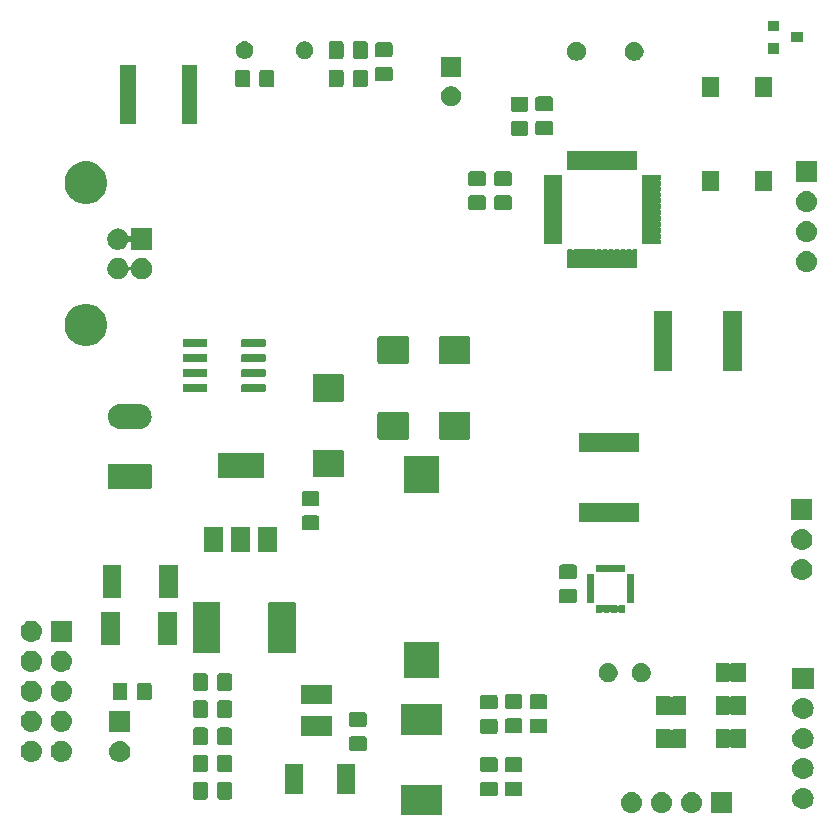
<source format=gbr>
G04 #@! TF.GenerationSoftware,KiCad,Pcbnew,(5.1.4)-1*
G04 #@! TF.CreationDate,2020-06-16T16:04:14+02:00*
G04 #@! TF.ProjectId,SensorPlayBoard,53656e73-6f72-4506-9c61-79426f617264,rev?*
G04 #@! TF.SameCoordinates,Original*
G04 #@! TF.FileFunction,Soldermask,Bot*
G04 #@! TF.FilePolarity,Negative*
%FSLAX46Y46*%
G04 Gerber Fmt 4.6, Leading zero omitted, Abs format (unit mm)*
G04 Created by KiCad (PCBNEW (5.1.4)-1) date 2020-06-16 16:04:14*
%MOMM*%
%LPD*%
G04 APERTURE LIST*
%ADD10C,0.100000*%
G04 APERTURE END LIST*
D10*
G36*
X167201000Y-118701000D02*
G01*
X163799000Y-118701000D01*
X163799000Y-116099000D01*
X167201000Y-116099000D01*
X167201000Y-118701000D01*
X167201000Y-118701000D01*
G37*
G36*
X191801000Y-118501000D02*
G01*
X189999000Y-118501000D01*
X189999000Y-116699000D01*
X191801000Y-116699000D01*
X191801000Y-118501000D01*
X191801000Y-118501000D01*
G37*
G36*
X188470443Y-116705519D02*
G01*
X188536627Y-116712037D01*
X188706466Y-116763557D01*
X188862991Y-116847222D01*
X188867594Y-116851000D01*
X189000186Y-116959814D01*
X189067251Y-117041534D01*
X189112778Y-117097009D01*
X189196443Y-117253534D01*
X189247963Y-117423373D01*
X189265359Y-117600000D01*
X189247963Y-117776627D01*
X189196443Y-117946466D01*
X189112778Y-118102991D01*
X189083448Y-118138729D01*
X189000186Y-118240186D01*
X188898729Y-118323448D01*
X188862991Y-118352778D01*
X188706466Y-118436443D01*
X188536627Y-118487963D01*
X188470443Y-118494481D01*
X188404260Y-118501000D01*
X188315740Y-118501000D01*
X188249557Y-118494481D01*
X188183373Y-118487963D01*
X188013534Y-118436443D01*
X187857009Y-118352778D01*
X187821271Y-118323448D01*
X187719814Y-118240186D01*
X187636552Y-118138729D01*
X187607222Y-118102991D01*
X187523557Y-117946466D01*
X187472037Y-117776627D01*
X187454641Y-117600000D01*
X187472037Y-117423373D01*
X187523557Y-117253534D01*
X187607222Y-117097009D01*
X187652749Y-117041534D01*
X187719814Y-116959814D01*
X187852406Y-116851000D01*
X187857009Y-116847222D01*
X188013534Y-116763557D01*
X188183373Y-116712037D01*
X188249557Y-116705519D01*
X188315740Y-116699000D01*
X188404260Y-116699000D01*
X188470443Y-116705519D01*
X188470443Y-116705519D01*
G37*
G36*
X183390443Y-116705519D02*
G01*
X183456627Y-116712037D01*
X183626466Y-116763557D01*
X183782991Y-116847222D01*
X183787594Y-116851000D01*
X183920186Y-116959814D01*
X183987251Y-117041534D01*
X184032778Y-117097009D01*
X184116443Y-117253534D01*
X184167963Y-117423373D01*
X184185359Y-117600000D01*
X184167963Y-117776627D01*
X184116443Y-117946466D01*
X184032778Y-118102991D01*
X184003448Y-118138729D01*
X183920186Y-118240186D01*
X183818729Y-118323448D01*
X183782991Y-118352778D01*
X183626466Y-118436443D01*
X183456627Y-118487963D01*
X183390443Y-118494481D01*
X183324260Y-118501000D01*
X183235740Y-118501000D01*
X183169557Y-118494481D01*
X183103373Y-118487963D01*
X182933534Y-118436443D01*
X182777009Y-118352778D01*
X182741271Y-118323448D01*
X182639814Y-118240186D01*
X182556552Y-118138729D01*
X182527222Y-118102991D01*
X182443557Y-117946466D01*
X182392037Y-117776627D01*
X182374641Y-117600000D01*
X182392037Y-117423373D01*
X182443557Y-117253534D01*
X182527222Y-117097009D01*
X182572749Y-117041534D01*
X182639814Y-116959814D01*
X182772406Y-116851000D01*
X182777009Y-116847222D01*
X182933534Y-116763557D01*
X183103373Y-116712037D01*
X183169557Y-116705519D01*
X183235740Y-116699000D01*
X183324260Y-116699000D01*
X183390443Y-116705519D01*
X183390443Y-116705519D01*
G37*
G36*
X185930443Y-116705519D02*
G01*
X185996627Y-116712037D01*
X186166466Y-116763557D01*
X186322991Y-116847222D01*
X186327594Y-116851000D01*
X186460186Y-116959814D01*
X186527251Y-117041534D01*
X186572778Y-117097009D01*
X186656443Y-117253534D01*
X186707963Y-117423373D01*
X186725359Y-117600000D01*
X186707963Y-117776627D01*
X186656443Y-117946466D01*
X186572778Y-118102991D01*
X186543448Y-118138729D01*
X186460186Y-118240186D01*
X186358729Y-118323448D01*
X186322991Y-118352778D01*
X186166466Y-118436443D01*
X185996627Y-118487963D01*
X185930443Y-118494481D01*
X185864260Y-118501000D01*
X185775740Y-118501000D01*
X185709557Y-118494481D01*
X185643373Y-118487963D01*
X185473534Y-118436443D01*
X185317009Y-118352778D01*
X185281271Y-118323448D01*
X185179814Y-118240186D01*
X185096552Y-118138729D01*
X185067222Y-118102991D01*
X184983557Y-117946466D01*
X184932037Y-117776627D01*
X184914641Y-117600000D01*
X184932037Y-117423373D01*
X184983557Y-117253534D01*
X185067222Y-117097009D01*
X185112749Y-117041534D01*
X185179814Y-116959814D01*
X185312406Y-116851000D01*
X185317009Y-116847222D01*
X185473534Y-116763557D01*
X185643373Y-116712037D01*
X185709557Y-116705519D01*
X185775740Y-116699000D01*
X185864260Y-116699000D01*
X185930443Y-116705519D01*
X185930443Y-116705519D01*
G37*
G36*
X197910443Y-116365519D02*
G01*
X197976627Y-116372037D01*
X198146466Y-116423557D01*
X198302991Y-116507222D01*
X198338729Y-116536552D01*
X198440186Y-116619814D01*
X198505171Y-116699000D01*
X198552778Y-116757009D01*
X198636443Y-116913534D01*
X198687963Y-117083373D01*
X198705359Y-117260000D01*
X198687963Y-117436627D01*
X198636443Y-117606466D01*
X198552778Y-117762991D01*
X198541587Y-117776627D01*
X198440186Y-117900186D01*
X198338729Y-117983448D01*
X198302991Y-118012778D01*
X198146466Y-118096443D01*
X197976627Y-118147963D01*
X197910443Y-118154481D01*
X197844260Y-118161000D01*
X197755740Y-118161000D01*
X197689557Y-118154481D01*
X197623373Y-118147963D01*
X197453534Y-118096443D01*
X197297009Y-118012778D01*
X197261271Y-117983448D01*
X197159814Y-117900186D01*
X197058413Y-117776627D01*
X197047222Y-117762991D01*
X196963557Y-117606466D01*
X196912037Y-117436627D01*
X196894641Y-117260000D01*
X196912037Y-117083373D01*
X196963557Y-116913534D01*
X197047222Y-116757009D01*
X197094829Y-116699000D01*
X197159814Y-116619814D01*
X197261271Y-116536552D01*
X197297009Y-116507222D01*
X197453534Y-116423557D01*
X197623373Y-116372037D01*
X197689557Y-116365519D01*
X197755740Y-116359000D01*
X197844260Y-116359000D01*
X197910443Y-116365519D01*
X197910443Y-116365519D01*
G37*
G36*
X147238674Y-115853465D02*
G01*
X147276367Y-115864899D01*
X147311103Y-115883466D01*
X147341548Y-115908452D01*
X147366534Y-115938897D01*
X147385101Y-115973633D01*
X147396535Y-116011326D01*
X147401000Y-116056661D01*
X147401000Y-117143339D01*
X147396535Y-117188674D01*
X147385101Y-117226367D01*
X147366534Y-117261103D01*
X147341548Y-117291548D01*
X147311103Y-117316534D01*
X147276367Y-117335101D01*
X147238674Y-117346535D01*
X147193339Y-117351000D01*
X146356661Y-117351000D01*
X146311326Y-117346535D01*
X146273633Y-117335101D01*
X146238897Y-117316534D01*
X146208452Y-117291548D01*
X146183466Y-117261103D01*
X146164899Y-117226367D01*
X146153465Y-117188674D01*
X146149000Y-117143339D01*
X146149000Y-116056661D01*
X146153465Y-116011326D01*
X146164899Y-115973633D01*
X146183466Y-115938897D01*
X146208452Y-115908452D01*
X146238897Y-115883466D01*
X146273633Y-115864899D01*
X146311326Y-115853465D01*
X146356661Y-115849000D01*
X147193339Y-115849000D01*
X147238674Y-115853465D01*
X147238674Y-115853465D01*
G37*
G36*
X149288674Y-115853465D02*
G01*
X149326367Y-115864899D01*
X149361103Y-115883466D01*
X149391548Y-115908452D01*
X149416534Y-115938897D01*
X149435101Y-115973633D01*
X149446535Y-116011326D01*
X149451000Y-116056661D01*
X149451000Y-117143339D01*
X149446535Y-117188674D01*
X149435101Y-117226367D01*
X149416534Y-117261103D01*
X149391548Y-117291548D01*
X149361103Y-117316534D01*
X149326367Y-117335101D01*
X149288674Y-117346535D01*
X149243339Y-117351000D01*
X148406661Y-117351000D01*
X148361326Y-117346535D01*
X148323633Y-117335101D01*
X148288897Y-117316534D01*
X148258452Y-117291548D01*
X148233466Y-117261103D01*
X148214899Y-117226367D01*
X148203465Y-117188674D01*
X148199000Y-117143339D01*
X148199000Y-116056661D01*
X148203465Y-116011326D01*
X148214899Y-115973633D01*
X148233466Y-115938897D01*
X148258452Y-115908452D01*
X148288897Y-115883466D01*
X148323633Y-115864899D01*
X148361326Y-115853465D01*
X148406661Y-115849000D01*
X149243339Y-115849000D01*
X149288674Y-115853465D01*
X149288674Y-115853465D01*
G37*
G36*
X173888674Y-115828465D02*
G01*
X173926367Y-115839899D01*
X173961103Y-115858466D01*
X173991548Y-115883452D01*
X174016534Y-115913897D01*
X174035101Y-115948633D01*
X174046535Y-115986326D01*
X174051000Y-116031661D01*
X174051000Y-116868339D01*
X174046535Y-116913674D01*
X174035101Y-116951367D01*
X174016534Y-116986103D01*
X173991548Y-117016548D01*
X173961103Y-117041534D01*
X173926367Y-117060101D01*
X173888674Y-117071535D01*
X173843339Y-117076000D01*
X172756661Y-117076000D01*
X172711326Y-117071535D01*
X172673633Y-117060101D01*
X172638897Y-117041534D01*
X172608452Y-117016548D01*
X172583466Y-116986103D01*
X172564899Y-116951367D01*
X172553465Y-116913674D01*
X172549000Y-116868339D01*
X172549000Y-116031661D01*
X172553465Y-115986326D01*
X172564899Y-115948633D01*
X172583466Y-115913897D01*
X172608452Y-115883452D01*
X172638897Y-115858466D01*
X172673633Y-115839899D01*
X172711326Y-115828465D01*
X172756661Y-115824000D01*
X173843339Y-115824000D01*
X173888674Y-115828465D01*
X173888674Y-115828465D01*
G37*
G36*
X171788674Y-115828465D02*
G01*
X171826367Y-115839899D01*
X171861103Y-115858466D01*
X171891548Y-115883452D01*
X171916534Y-115913897D01*
X171935101Y-115948633D01*
X171946535Y-115986326D01*
X171951000Y-116031661D01*
X171951000Y-116868339D01*
X171946535Y-116913674D01*
X171935101Y-116951367D01*
X171916534Y-116986103D01*
X171891548Y-117016548D01*
X171861103Y-117041534D01*
X171826367Y-117060101D01*
X171788674Y-117071535D01*
X171743339Y-117076000D01*
X170656661Y-117076000D01*
X170611326Y-117071535D01*
X170573633Y-117060101D01*
X170538897Y-117041534D01*
X170508452Y-117016548D01*
X170483466Y-116986103D01*
X170464899Y-116951367D01*
X170453465Y-116913674D01*
X170449000Y-116868339D01*
X170449000Y-116031661D01*
X170453465Y-115986326D01*
X170464899Y-115948633D01*
X170483466Y-115913897D01*
X170508452Y-115883452D01*
X170538897Y-115858466D01*
X170573633Y-115839899D01*
X170611326Y-115828465D01*
X170656661Y-115824000D01*
X171743339Y-115824000D01*
X171788674Y-115828465D01*
X171788674Y-115828465D01*
G37*
G36*
X159876000Y-116851000D02*
G01*
X158324000Y-116851000D01*
X158324000Y-114349000D01*
X159876000Y-114349000D01*
X159876000Y-116851000D01*
X159876000Y-116851000D01*
G37*
G36*
X155476000Y-116851000D02*
G01*
X153924000Y-116851000D01*
X153924000Y-114349000D01*
X155476000Y-114349000D01*
X155476000Y-116851000D01*
X155476000Y-116851000D01*
G37*
G36*
X197910443Y-113825519D02*
G01*
X197976627Y-113832037D01*
X198146466Y-113883557D01*
X198146468Y-113883558D01*
X198222475Y-113924185D01*
X198302991Y-113967222D01*
X198334493Y-113993075D01*
X198440186Y-114079814D01*
X198523448Y-114181271D01*
X198552778Y-114217009D01*
X198636443Y-114373534D01*
X198687963Y-114543373D01*
X198705359Y-114720000D01*
X198687963Y-114896627D01*
X198636443Y-115066466D01*
X198552778Y-115222991D01*
X198523448Y-115258729D01*
X198440186Y-115360186D01*
X198338729Y-115443448D01*
X198302991Y-115472778D01*
X198146466Y-115556443D01*
X197976627Y-115607963D01*
X197910443Y-115614481D01*
X197844260Y-115621000D01*
X197755740Y-115621000D01*
X197689557Y-115614481D01*
X197623373Y-115607963D01*
X197453534Y-115556443D01*
X197297009Y-115472778D01*
X197261271Y-115443448D01*
X197159814Y-115360186D01*
X197076552Y-115258729D01*
X197047222Y-115222991D01*
X196963557Y-115066466D01*
X196912037Y-114896627D01*
X196894641Y-114720000D01*
X196912037Y-114543373D01*
X196963557Y-114373534D01*
X197047222Y-114217009D01*
X197076552Y-114181271D01*
X197159814Y-114079814D01*
X197265507Y-113993075D01*
X197297009Y-113967222D01*
X197377525Y-113924185D01*
X197453532Y-113883558D01*
X197453534Y-113883557D01*
X197623373Y-113832037D01*
X197689557Y-113825519D01*
X197755740Y-113819000D01*
X197844260Y-113819000D01*
X197910443Y-113825519D01*
X197910443Y-113825519D01*
G37*
G36*
X149288674Y-113553465D02*
G01*
X149326367Y-113564899D01*
X149361103Y-113583466D01*
X149391548Y-113608452D01*
X149416534Y-113638897D01*
X149435101Y-113673633D01*
X149446535Y-113711326D01*
X149451000Y-113756661D01*
X149451000Y-114843339D01*
X149446535Y-114888674D01*
X149435101Y-114926367D01*
X149416534Y-114961103D01*
X149391548Y-114991548D01*
X149361103Y-115016534D01*
X149326367Y-115035101D01*
X149288674Y-115046535D01*
X149243339Y-115051000D01*
X148406661Y-115051000D01*
X148361326Y-115046535D01*
X148323633Y-115035101D01*
X148288897Y-115016534D01*
X148258452Y-114991548D01*
X148233466Y-114961103D01*
X148214899Y-114926367D01*
X148203465Y-114888674D01*
X148199000Y-114843339D01*
X148199000Y-113756661D01*
X148203465Y-113711326D01*
X148214899Y-113673633D01*
X148233466Y-113638897D01*
X148258452Y-113608452D01*
X148288897Y-113583466D01*
X148323633Y-113564899D01*
X148361326Y-113553465D01*
X148406661Y-113549000D01*
X149243339Y-113549000D01*
X149288674Y-113553465D01*
X149288674Y-113553465D01*
G37*
G36*
X147238674Y-113553465D02*
G01*
X147276367Y-113564899D01*
X147311103Y-113583466D01*
X147341548Y-113608452D01*
X147366534Y-113638897D01*
X147385101Y-113673633D01*
X147396535Y-113711326D01*
X147401000Y-113756661D01*
X147401000Y-114843339D01*
X147396535Y-114888674D01*
X147385101Y-114926367D01*
X147366534Y-114961103D01*
X147341548Y-114991548D01*
X147311103Y-115016534D01*
X147276367Y-115035101D01*
X147238674Y-115046535D01*
X147193339Y-115051000D01*
X146356661Y-115051000D01*
X146311326Y-115046535D01*
X146273633Y-115035101D01*
X146238897Y-115016534D01*
X146208452Y-114991548D01*
X146183466Y-114961103D01*
X146164899Y-114926367D01*
X146153465Y-114888674D01*
X146149000Y-114843339D01*
X146149000Y-113756661D01*
X146153465Y-113711326D01*
X146164899Y-113673633D01*
X146183466Y-113638897D01*
X146208452Y-113608452D01*
X146238897Y-113583466D01*
X146273633Y-113564899D01*
X146311326Y-113553465D01*
X146356661Y-113549000D01*
X147193339Y-113549000D01*
X147238674Y-113553465D01*
X147238674Y-113553465D01*
G37*
G36*
X173888674Y-113778465D02*
G01*
X173926367Y-113789899D01*
X173961103Y-113808466D01*
X173991548Y-113833452D01*
X174016534Y-113863897D01*
X174035101Y-113898633D01*
X174046535Y-113936326D01*
X174051000Y-113981661D01*
X174051000Y-114818339D01*
X174046535Y-114863674D01*
X174035101Y-114901367D01*
X174016534Y-114936103D01*
X173991548Y-114966548D01*
X173961103Y-114991534D01*
X173926367Y-115010101D01*
X173888674Y-115021535D01*
X173843339Y-115026000D01*
X172756661Y-115026000D01*
X172711326Y-115021535D01*
X172673633Y-115010101D01*
X172638897Y-114991534D01*
X172608452Y-114966548D01*
X172583466Y-114936103D01*
X172564899Y-114901367D01*
X172553465Y-114863674D01*
X172549000Y-114818339D01*
X172549000Y-113981661D01*
X172553465Y-113936326D01*
X172564899Y-113898633D01*
X172583466Y-113863897D01*
X172608452Y-113833452D01*
X172638897Y-113808466D01*
X172673633Y-113789899D01*
X172711326Y-113778465D01*
X172756661Y-113774000D01*
X173843339Y-113774000D01*
X173888674Y-113778465D01*
X173888674Y-113778465D01*
G37*
G36*
X171788674Y-113778465D02*
G01*
X171826367Y-113789899D01*
X171861103Y-113808466D01*
X171891548Y-113833452D01*
X171916534Y-113863897D01*
X171935101Y-113898633D01*
X171946535Y-113936326D01*
X171951000Y-113981661D01*
X171951000Y-114818339D01*
X171946535Y-114863674D01*
X171935101Y-114901367D01*
X171916534Y-114936103D01*
X171891548Y-114966548D01*
X171861103Y-114991534D01*
X171826367Y-115010101D01*
X171788674Y-115021535D01*
X171743339Y-115026000D01*
X170656661Y-115026000D01*
X170611326Y-115021535D01*
X170573633Y-115010101D01*
X170538897Y-114991534D01*
X170508452Y-114966548D01*
X170483466Y-114936103D01*
X170464899Y-114901367D01*
X170453465Y-114863674D01*
X170449000Y-114818339D01*
X170449000Y-113981661D01*
X170453465Y-113936326D01*
X170464899Y-113898633D01*
X170483466Y-113863897D01*
X170508452Y-113833452D01*
X170538897Y-113808466D01*
X170573633Y-113789899D01*
X170611326Y-113778465D01*
X170656661Y-113774000D01*
X171743339Y-113774000D01*
X171788674Y-113778465D01*
X171788674Y-113778465D01*
G37*
G36*
X140064443Y-112389519D02*
G01*
X140130627Y-112396037D01*
X140300466Y-112447557D01*
X140456991Y-112531222D01*
X140492729Y-112560552D01*
X140594186Y-112643814D01*
X140665147Y-112730282D01*
X140706778Y-112781009D01*
X140790443Y-112937534D01*
X140841963Y-113107373D01*
X140859359Y-113284000D01*
X140841963Y-113460627D01*
X140790443Y-113630466D01*
X140706778Y-113786991D01*
X140678725Y-113821173D01*
X140594186Y-113924186D01*
X140524151Y-113981661D01*
X140456991Y-114036778D01*
X140456989Y-114036779D01*
X140345367Y-114096443D01*
X140300466Y-114120443D01*
X140130627Y-114171963D01*
X140064442Y-114178482D01*
X139998260Y-114185000D01*
X139909740Y-114185000D01*
X139843558Y-114178482D01*
X139777373Y-114171963D01*
X139607534Y-114120443D01*
X139562634Y-114096443D01*
X139451011Y-114036779D01*
X139451009Y-114036778D01*
X139383849Y-113981661D01*
X139313814Y-113924186D01*
X139229275Y-113821173D01*
X139201222Y-113786991D01*
X139117557Y-113630466D01*
X139066037Y-113460627D01*
X139048641Y-113284000D01*
X139066037Y-113107373D01*
X139117557Y-112937534D01*
X139201222Y-112781009D01*
X139242853Y-112730282D01*
X139313814Y-112643814D01*
X139415271Y-112560552D01*
X139451009Y-112531222D01*
X139607534Y-112447557D01*
X139777373Y-112396037D01*
X139843557Y-112389519D01*
X139909740Y-112383000D01*
X139998260Y-112383000D01*
X140064443Y-112389519D01*
X140064443Y-112389519D01*
G37*
G36*
X132570443Y-112365519D02*
G01*
X132636627Y-112372037D01*
X132806466Y-112423557D01*
X132806468Y-112423558D01*
X132851368Y-112447558D01*
X132962991Y-112507222D01*
X132986442Y-112526468D01*
X133100186Y-112619814D01*
X133170203Y-112705131D01*
X133212778Y-112757009D01*
X133296443Y-112913534D01*
X133347963Y-113083373D01*
X133365359Y-113260000D01*
X133347963Y-113436627D01*
X133296443Y-113606466D01*
X133296442Y-113606468D01*
X133284549Y-113628718D01*
X133212778Y-113762991D01*
X133190695Y-113789899D01*
X133100186Y-113900186D01*
X133018502Y-113967221D01*
X132962991Y-114012778D01*
X132918089Y-114036779D01*
X132837577Y-114079814D01*
X132806466Y-114096443D01*
X132636627Y-114147963D01*
X132570443Y-114154481D01*
X132504260Y-114161000D01*
X132415740Y-114161000D01*
X132349557Y-114154481D01*
X132283373Y-114147963D01*
X132113534Y-114096443D01*
X132082424Y-114079814D01*
X132001911Y-114036779D01*
X131957009Y-114012778D01*
X131901498Y-113967221D01*
X131819814Y-113900186D01*
X131729305Y-113789899D01*
X131707222Y-113762991D01*
X131635451Y-113628718D01*
X131623558Y-113606468D01*
X131623557Y-113606466D01*
X131572037Y-113436627D01*
X131554641Y-113260000D01*
X131572037Y-113083373D01*
X131623557Y-112913534D01*
X131707222Y-112757009D01*
X131749797Y-112705131D01*
X131819814Y-112619814D01*
X131933558Y-112526468D01*
X131957009Y-112507222D01*
X132068632Y-112447558D01*
X132113532Y-112423558D01*
X132113534Y-112423557D01*
X132283373Y-112372037D01*
X132349557Y-112365519D01*
X132415740Y-112359000D01*
X132504260Y-112359000D01*
X132570443Y-112365519D01*
X132570443Y-112365519D01*
G37*
G36*
X135110443Y-112365519D02*
G01*
X135176627Y-112372037D01*
X135346466Y-112423557D01*
X135346468Y-112423558D01*
X135391368Y-112447558D01*
X135502991Y-112507222D01*
X135526442Y-112526468D01*
X135640186Y-112619814D01*
X135710203Y-112705131D01*
X135752778Y-112757009D01*
X135836443Y-112913534D01*
X135887963Y-113083373D01*
X135905359Y-113260000D01*
X135887963Y-113436627D01*
X135836443Y-113606466D01*
X135836442Y-113606468D01*
X135824549Y-113628718D01*
X135752778Y-113762991D01*
X135730695Y-113789899D01*
X135640186Y-113900186D01*
X135558502Y-113967221D01*
X135502991Y-114012778D01*
X135458089Y-114036779D01*
X135377577Y-114079814D01*
X135346466Y-114096443D01*
X135176627Y-114147963D01*
X135110443Y-114154481D01*
X135044260Y-114161000D01*
X134955740Y-114161000D01*
X134889557Y-114154481D01*
X134823373Y-114147963D01*
X134653534Y-114096443D01*
X134622424Y-114079814D01*
X134541911Y-114036779D01*
X134497009Y-114012778D01*
X134441498Y-113967221D01*
X134359814Y-113900186D01*
X134269305Y-113789899D01*
X134247222Y-113762991D01*
X134175451Y-113628718D01*
X134163558Y-113606468D01*
X134163557Y-113606466D01*
X134112037Y-113436627D01*
X134094641Y-113260000D01*
X134112037Y-113083373D01*
X134163557Y-112913534D01*
X134247222Y-112757009D01*
X134289797Y-112705131D01*
X134359814Y-112619814D01*
X134473558Y-112526468D01*
X134497009Y-112507222D01*
X134608632Y-112447558D01*
X134653532Y-112423558D01*
X134653534Y-112423557D01*
X134823373Y-112372037D01*
X134889557Y-112365519D01*
X134955740Y-112359000D01*
X135044260Y-112359000D01*
X135110443Y-112365519D01*
X135110443Y-112365519D01*
G37*
G36*
X160688674Y-112003465D02*
G01*
X160726367Y-112014899D01*
X160761103Y-112033466D01*
X160791548Y-112058452D01*
X160816534Y-112088897D01*
X160835101Y-112123633D01*
X160846535Y-112161326D01*
X160851000Y-112206661D01*
X160851000Y-113043339D01*
X160846535Y-113088674D01*
X160835101Y-113126367D01*
X160816534Y-113161103D01*
X160791548Y-113191548D01*
X160761103Y-113216534D01*
X160726367Y-113235101D01*
X160688674Y-113246535D01*
X160643339Y-113251000D01*
X159556661Y-113251000D01*
X159511326Y-113246535D01*
X159473633Y-113235101D01*
X159438897Y-113216534D01*
X159408452Y-113191548D01*
X159383466Y-113161103D01*
X159364899Y-113126367D01*
X159353465Y-113088674D01*
X159349000Y-113043339D01*
X159349000Y-112206661D01*
X159353465Y-112161326D01*
X159364899Y-112123633D01*
X159383466Y-112088897D01*
X159408452Y-112058452D01*
X159438897Y-112033466D01*
X159473633Y-112014899D01*
X159511326Y-112003465D01*
X159556661Y-111999000D01*
X160643339Y-111999000D01*
X160688674Y-112003465D01*
X160688674Y-112003465D01*
G37*
G36*
X197889603Y-111283466D02*
G01*
X197976627Y-111292037D01*
X198146466Y-111343557D01*
X198146468Y-111343558D01*
X198195866Y-111369962D01*
X198302991Y-111427222D01*
X198330680Y-111449946D01*
X198440186Y-111539814D01*
X198511217Y-111626367D01*
X198552778Y-111677009D01*
X198636443Y-111833534D01*
X198687963Y-112003373D01*
X198705359Y-112180000D01*
X198687963Y-112356627D01*
X198636443Y-112526466D01*
X198552778Y-112682991D01*
X198545755Y-112691548D01*
X198440186Y-112820186D01*
X198338729Y-112903448D01*
X198302991Y-112932778D01*
X198302989Y-112932779D01*
X198174896Y-113001247D01*
X198146466Y-113016443D01*
X197976627Y-113067963D01*
X197910442Y-113074482D01*
X197844260Y-113081000D01*
X197755740Y-113081000D01*
X197689558Y-113074482D01*
X197623373Y-113067963D01*
X197453534Y-113016443D01*
X197425105Y-113001247D01*
X197297011Y-112932779D01*
X197297009Y-112932778D01*
X197261271Y-112903448D01*
X197159814Y-112820186D01*
X197054245Y-112691548D01*
X197047222Y-112682991D01*
X196963557Y-112526466D01*
X196912037Y-112356627D01*
X196894641Y-112180000D01*
X196912037Y-112003373D01*
X196963557Y-111833534D01*
X197047222Y-111677009D01*
X197088783Y-111626367D01*
X197159814Y-111539814D01*
X197269320Y-111449946D01*
X197297009Y-111427222D01*
X197404134Y-111369962D01*
X197453532Y-111343558D01*
X197453534Y-111343557D01*
X197623373Y-111292037D01*
X197710397Y-111283466D01*
X197755740Y-111279000D01*
X197844260Y-111279000D01*
X197889603Y-111283466D01*
X197889603Y-111283466D01*
G37*
G36*
X191484999Y-111399737D02*
G01*
X191494608Y-111402652D01*
X191503472Y-111407390D01*
X191511212Y-111413742D01*
X191511213Y-111413743D01*
X191511237Y-111413763D01*
X191517640Y-111421573D01*
X191517677Y-111421628D01*
X191525480Y-111431147D01*
X191525511Y-111431122D01*
X191536853Y-111444972D01*
X191555779Y-111460537D01*
X191577377Y-111472111D01*
X191600819Y-111479249D01*
X191625202Y-111481676D01*
X191649591Y-111479300D01*
X191673047Y-111472211D01*
X191694670Y-111460682D01*
X191713628Y-111445157D01*
X191729193Y-111426231D01*
X191731029Y-111423175D01*
X191732418Y-111421486D01*
X191732419Y-111421484D01*
X191738801Y-111413725D01*
X191746573Y-111407360D01*
X191746575Y-111407358D01*
X191752483Y-111404209D01*
X191755438Y-111402633D01*
X191765055Y-111399727D01*
X191765085Y-111399718D01*
X191781113Y-111398148D01*
X192918860Y-111398148D01*
X192934999Y-111399737D01*
X192944608Y-111402652D01*
X192953472Y-111407390D01*
X192961237Y-111413763D01*
X192967610Y-111421528D01*
X192972348Y-111430392D01*
X192975263Y-111440001D01*
X192976852Y-111456140D01*
X192976852Y-112943860D01*
X192975263Y-112959999D01*
X192972348Y-112969608D01*
X192967610Y-112978472D01*
X192961237Y-112986237D01*
X192953472Y-112992610D01*
X192944608Y-112997348D01*
X192934999Y-113000263D01*
X192918860Y-113001852D01*
X191781140Y-113001852D01*
X191765001Y-113000263D01*
X191755392Y-112997348D01*
X191746528Y-112992610D01*
X191738763Y-112986237D01*
X191728116Y-112973263D01*
X191721947Y-112964032D01*
X191704619Y-112946706D01*
X191684244Y-112933093D01*
X191661605Y-112923717D01*
X191637572Y-112918937D01*
X191613068Y-112918938D01*
X191589035Y-112923720D01*
X191566396Y-112933098D01*
X191546022Y-112946713D01*
X191528696Y-112964041D01*
X191521825Y-112973317D01*
X191517640Y-112978427D01*
X191511275Y-112986199D01*
X191503516Y-112992581D01*
X191494661Y-112997326D01*
X191491623Y-112998251D01*
X191485085Y-113000242D01*
X191485082Y-113000242D01*
X191485050Y-113000252D01*
X191475000Y-113001247D01*
X191474935Y-113001247D01*
X191468825Y-113001852D01*
X190481140Y-113001852D01*
X190465001Y-113000263D01*
X190455392Y-112997348D01*
X190446528Y-112992610D01*
X190438763Y-112986237D01*
X190432390Y-112978472D01*
X190427652Y-112969608D01*
X190424737Y-112959999D01*
X190423148Y-112943860D01*
X190423148Y-111456140D01*
X190424737Y-111440001D01*
X190427652Y-111430392D01*
X190432390Y-111421528D01*
X190438763Y-111413763D01*
X190446528Y-111407390D01*
X190455392Y-111402652D01*
X190465001Y-111399737D01*
X190481140Y-111398148D01*
X191468860Y-111398148D01*
X191484999Y-111399737D01*
X191484999Y-111399737D01*
G37*
G36*
X186534999Y-111399737D02*
G01*
X186544608Y-111402652D01*
X186553472Y-111407390D01*
X186561237Y-111413763D01*
X186571884Y-111426737D01*
X186578053Y-111435968D01*
X186595381Y-111453294D01*
X186615756Y-111466907D01*
X186638395Y-111476283D01*
X186662428Y-111481063D01*
X186686932Y-111481062D01*
X186710965Y-111476280D01*
X186733604Y-111466902D01*
X186753978Y-111453287D01*
X186771304Y-111435959D01*
X186778175Y-111426683D01*
X186788726Y-111413800D01*
X186791734Y-111411326D01*
X186796484Y-111407419D01*
X186805339Y-111402674D01*
X186808377Y-111401749D01*
X186814915Y-111399758D01*
X186814918Y-111399758D01*
X186814950Y-111399748D01*
X186825000Y-111398753D01*
X186825065Y-111398753D01*
X186831175Y-111398148D01*
X187818860Y-111398148D01*
X187834999Y-111399737D01*
X187844608Y-111402652D01*
X187853472Y-111407390D01*
X187861237Y-111413763D01*
X187867610Y-111421528D01*
X187872348Y-111430392D01*
X187875263Y-111440001D01*
X187876852Y-111456140D01*
X187876852Y-112943860D01*
X187875263Y-112959999D01*
X187872348Y-112969608D01*
X187867610Y-112978472D01*
X187861237Y-112986237D01*
X187853472Y-112992610D01*
X187844608Y-112997348D01*
X187834999Y-113000263D01*
X187818860Y-113001852D01*
X186831140Y-113001852D01*
X186815001Y-113000263D01*
X186805392Y-112997348D01*
X186796528Y-112992610D01*
X186788788Y-112986258D01*
X186788787Y-112986257D01*
X186788763Y-112986237D01*
X186782360Y-112978427D01*
X186782323Y-112978372D01*
X186774520Y-112968853D01*
X186774489Y-112968878D01*
X186763147Y-112955028D01*
X186744221Y-112939463D01*
X186722623Y-112927889D01*
X186699181Y-112920751D01*
X186674798Y-112918324D01*
X186650409Y-112920700D01*
X186626953Y-112927789D01*
X186605330Y-112939318D01*
X186586372Y-112954843D01*
X186570807Y-112973769D01*
X186568971Y-112976825D01*
X186567582Y-112978514D01*
X186567581Y-112978516D01*
X186567325Y-112978827D01*
X186561200Y-112986274D01*
X186553425Y-112992642D01*
X186547517Y-112995791D01*
X186544562Y-112997367D01*
X186535014Y-113000252D01*
X186534915Y-113000282D01*
X186518887Y-113001852D01*
X185381140Y-113001852D01*
X185365001Y-113000263D01*
X185355392Y-112997348D01*
X185346528Y-112992610D01*
X185338763Y-112986237D01*
X185332390Y-112978472D01*
X185327652Y-112969608D01*
X185324737Y-112959999D01*
X185323148Y-112943860D01*
X185323148Y-111456140D01*
X185324737Y-111440001D01*
X185327652Y-111430392D01*
X185332390Y-111421528D01*
X185338763Y-111413763D01*
X185346528Y-111407390D01*
X185355392Y-111402652D01*
X185365001Y-111399737D01*
X185381140Y-111398148D01*
X186518860Y-111398148D01*
X186534999Y-111399737D01*
X186534999Y-111399737D01*
G37*
G36*
X147238674Y-111253465D02*
G01*
X147276367Y-111264899D01*
X147311103Y-111283466D01*
X147341548Y-111308452D01*
X147366534Y-111338897D01*
X147385101Y-111373633D01*
X147396535Y-111411326D01*
X147401000Y-111456661D01*
X147401000Y-112543339D01*
X147396535Y-112588674D01*
X147385101Y-112626367D01*
X147366534Y-112661103D01*
X147341548Y-112691548D01*
X147311103Y-112716534D01*
X147276367Y-112735101D01*
X147238674Y-112746535D01*
X147193339Y-112751000D01*
X146356661Y-112751000D01*
X146311326Y-112746535D01*
X146273633Y-112735101D01*
X146238897Y-112716534D01*
X146208452Y-112691548D01*
X146183466Y-112661103D01*
X146164899Y-112626367D01*
X146153465Y-112588674D01*
X146149000Y-112543339D01*
X146149000Y-111456661D01*
X146153465Y-111411326D01*
X146164899Y-111373633D01*
X146183466Y-111338897D01*
X146208452Y-111308452D01*
X146238897Y-111283466D01*
X146273633Y-111264899D01*
X146311326Y-111253465D01*
X146356661Y-111249000D01*
X147193339Y-111249000D01*
X147238674Y-111253465D01*
X147238674Y-111253465D01*
G37*
G36*
X149288674Y-111253465D02*
G01*
X149326367Y-111264899D01*
X149361103Y-111283466D01*
X149391548Y-111308452D01*
X149416534Y-111338897D01*
X149435101Y-111373633D01*
X149446535Y-111411326D01*
X149451000Y-111456661D01*
X149451000Y-112543339D01*
X149446535Y-112588674D01*
X149435101Y-112626367D01*
X149416534Y-112661103D01*
X149391548Y-112691548D01*
X149361103Y-112716534D01*
X149326367Y-112735101D01*
X149288674Y-112746535D01*
X149243339Y-112751000D01*
X148406661Y-112751000D01*
X148361326Y-112746535D01*
X148323633Y-112735101D01*
X148288897Y-112716534D01*
X148258452Y-112691548D01*
X148233466Y-112661103D01*
X148214899Y-112626367D01*
X148203465Y-112588674D01*
X148199000Y-112543339D01*
X148199000Y-111456661D01*
X148203465Y-111411326D01*
X148214899Y-111373633D01*
X148233466Y-111338897D01*
X148258452Y-111308452D01*
X148288897Y-111283466D01*
X148323633Y-111264899D01*
X148361326Y-111253465D01*
X148406661Y-111249000D01*
X149243339Y-111249000D01*
X149288674Y-111253465D01*
X149288674Y-111253465D01*
G37*
G36*
X157926000Y-111981000D02*
G01*
X155274000Y-111981000D01*
X155274000Y-110319000D01*
X157926000Y-110319000D01*
X157926000Y-111981000D01*
X157926000Y-111981000D01*
G37*
G36*
X167201000Y-111901000D02*
G01*
X163799000Y-111901000D01*
X163799000Y-109299000D01*
X167201000Y-109299000D01*
X167201000Y-111901000D01*
X167201000Y-111901000D01*
G37*
G36*
X171788674Y-110528465D02*
G01*
X171826367Y-110539899D01*
X171861103Y-110558466D01*
X171891548Y-110583452D01*
X171916534Y-110613897D01*
X171935101Y-110648633D01*
X171946535Y-110686326D01*
X171951000Y-110731661D01*
X171951000Y-111568339D01*
X171946535Y-111613674D01*
X171935101Y-111651367D01*
X171916534Y-111686103D01*
X171891548Y-111716548D01*
X171861103Y-111741534D01*
X171826367Y-111760101D01*
X171788674Y-111771535D01*
X171743339Y-111776000D01*
X170656661Y-111776000D01*
X170611326Y-111771535D01*
X170573633Y-111760101D01*
X170538897Y-111741534D01*
X170508452Y-111716548D01*
X170483466Y-111686103D01*
X170464899Y-111651367D01*
X170453465Y-111613674D01*
X170449000Y-111568339D01*
X170449000Y-110731661D01*
X170453465Y-110686326D01*
X170464899Y-110648633D01*
X170483466Y-110613897D01*
X170508452Y-110583452D01*
X170538897Y-110558466D01*
X170573633Y-110539899D01*
X170611326Y-110528465D01*
X170656661Y-110524000D01*
X171743339Y-110524000D01*
X171788674Y-110528465D01*
X171788674Y-110528465D01*
G37*
G36*
X175988674Y-110503465D02*
G01*
X176026367Y-110514899D01*
X176061103Y-110533466D01*
X176091548Y-110558452D01*
X176116534Y-110588897D01*
X176135101Y-110623633D01*
X176146535Y-110661326D01*
X176151000Y-110706661D01*
X176151000Y-111543339D01*
X176146535Y-111588674D01*
X176135101Y-111626367D01*
X176116534Y-111661103D01*
X176091548Y-111691548D01*
X176061103Y-111716534D01*
X176026367Y-111735101D01*
X175988674Y-111746535D01*
X175943339Y-111751000D01*
X174856661Y-111751000D01*
X174811326Y-111746535D01*
X174773633Y-111735101D01*
X174738897Y-111716534D01*
X174708452Y-111691548D01*
X174683466Y-111661103D01*
X174664899Y-111626367D01*
X174653465Y-111588674D01*
X174649000Y-111543339D01*
X174649000Y-110706661D01*
X174653465Y-110661326D01*
X174664899Y-110623633D01*
X174683466Y-110588897D01*
X174708452Y-110558452D01*
X174738897Y-110533466D01*
X174773633Y-110514899D01*
X174811326Y-110503465D01*
X174856661Y-110499000D01*
X175943339Y-110499000D01*
X175988674Y-110503465D01*
X175988674Y-110503465D01*
G37*
G36*
X173888674Y-110478465D02*
G01*
X173926367Y-110489899D01*
X173961103Y-110508466D01*
X173991548Y-110533452D01*
X174016534Y-110563897D01*
X174035101Y-110598633D01*
X174046535Y-110636326D01*
X174051000Y-110681661D01*
X174051000Y-111518339D01*
X174046535Y-111563674D01*
X174035101Y-111601367D01*
X174016534Y-111636103D01*
X173991548Y-111666548D01*
X173961103Y-111691534D01*
X173926367Y-111710101D01*
X173888674Y-111721535D01*
X173843339Y-111726000D01*
X172756661Y-111726000D01*
X172711326Y-111721535D01*
X172673633Y-111710101D01*
X172638897Y-111691534D01*
X172608452Y-111666548D01*
X172583466Y-111636103D01*
X172564899Y-111601367D01*
X172553465Y-111563674D01*
X172549000Y-111518339D01*
X172549000Y-110681661D01*
X172553465Y-110636326D01*
X172564899Y-110598633D01*
X172583466Y-110563897D01*
X172608452Y-110533452D01*
X172638897Y-110508466D01*
X172673633Y-110489899D01*
X172711326Y-110478465D01*
X172756661Y-110474000D01*
X173843339Y-110474000D01*
X173888674Y-110478465D01*
X173888674Y-110478465D01*
G37*
G36*
X140855000Y-111645000D02*
G01*
X139053000Y-111645000D01*
X139053000Y-109843000D01*
X140855000Y-109843000D01*
X140855000Y-111645000D01*
X140855000Y-111645000D01*
G37*
G36*
X135110443Y-109825519D02*
G01*
X135176627Y-109832037D01*
X135346466Y-109883557D01*
X135502991Y-109967222D01*
X135526442Y-109986468D01*
X135640186Y-110079814D01*
X135721151Y-110178472D01*
X135752778Y-110217009D01*
X135836443Y-110373534D01*
X135887963Y-110543373D01*
X135905359Y-110720000D01*
X135887963Y-110896627D01*
X135836443Y-111066466D01*
X135752778Y-111222991D01*
X135731433Y-111249000D01*
X135640186Y-111360186D01*
X135559158Y-111426683D01*
X135502991Y-111472778D01*
X135491674Y-111478827D01*
X135377577Y-111539814D01*
X135346466Y-111556443D01*
X135176627Y-111607963D01*
X135118641Y-111613674D01*
X135044260Y-111621000D01*
X134955740Y-111621000D01*
X134881359Y-111613674D01*
X134823373Y-111607963D01*
X134653534Y-111556443D01*
X134622424Y-111539814D01*
X134508326Y-111478827D01*
X134497009Y-111472778D01*
X134440842Y-111426683D01*
X134359814Y-111360186D01*
X134268567Y-111249000D01*
X134247222Y-111222991D01*
X134163557Y-111066466D01*
X134112037Y-110896627D01*
X134094641Y-110720000D01*
X134112037Y-110543373D01*
X134163557Y-110373534D01*
X134247222Y-110217009D01*
X134278849Y-110178472D01*
X134359814Y-110079814D01*
X134473558Y-109986468D01*
X134497009Y-109967222D01*
X134653534Y-109883557D01*
X134823373Y-109832037D01*
X134889557Y-109825519D01*
X134955740Y-109819000D01*
X135044260Y-109819000D01*
X135110443Y-109825519D01*
X135110443Y-109825519D01*
G37*
G36*
X132570443Y-109825519D02*
G01*
X132636627Y-109832037D01*
X132806466Y-109883557D01*
X132962991Y-109967222D01*
X132986442Y-109986468D01*
X133100186Y-110079814D01*
X133181151Y-110178472D01*
X133212778Y-110217009D01*
X133296443Y-110373534D01*
X133347963Y-110543373D01*
X133365359Y-110720000D01*
X133347963Y-110896627D01*
X133296443Y-111066466D01*
X133212778Y-111222991D01*
X133191433Y-111249000D01*
X133100186Y-111360186D01*
X133019158Y-111426683D01*
X132962991Y-111472778D01*
X132951674Y-111478827D01*
X132837577Y-111539814D01*
X132806466Y-111556443D01*
X132636627Y-111607963D01*
X132578641Y-111613674D01*
X132504260Y-111621000D01*
X132415740Y-111621000D01*
X132341359Y-111613674D01*
X132283373Y-111607963D01*
X132113534Y-111556443D01*
X132082424Y-111539814D01*
X131968326Y-111478827D01*
X131957009Y-111472778D01*
X131900842Y-111426683D01*
X131819814Y-111360186D01*
X131728567Y-111249000D01*
X131707222Y-111222991D01*
X131623557Y-111066466D01*
X131572037Y-110896627D01*
X131554641Y-110720000D01*
X131572037Y-110543373D01*
X131623557Y-110373534D01*
X131707222Y-110217009D01*
X131738849Y-110178472D01*
X131819814Y-110079814D01*
X131933558Y-109986468D01*
X131957009Y-109967222D01*
X132113534Y-109883557D01*
X132283373Y-109832037D01*
X132349557Y-109825519D01*
X132415740Y-109819000D01*
X132504260Y-109819000D01*
X132570443Y-109825519D01*
X132570443Y-109825519D01*
G37*
G36*
X160688674Y-109953465D02*
G01*
X160726367Y-109964899D01*
X160761103Y-109983466D01*
X160791548Y-110008452D01*
X160816534Y-110038897D01*
X160835101Y-110073633D01*
X160846535Y-110111326D01*
X160851000Y-110156661D01*
X160851000Y-110993339D01*
X160846535Y-111038674D01*
X160835101Y-111076367D01*
X160816534Y-111111103D01*
X160791548Y-111141548D01*
X160761103Y-111166534D01*
X160726367Y-111185101D01*
X160688674Y-111196535D01*
X160643339Y-111201000D01*
X159556661Y-111201000D01*
X159511326Y-111196535D01*
X159473633Y-111185101D01*
X159438897Y-111166534D01*
X159408452Y-111141548D01*
X159383466Y-111111103D01*
X159364899Y-111076367D01*
X159353465Y-111038674D01*
X159349000Y-110993339D01*
X159349000Y-110156661D01*
X159353465Y-110111326D01*
X159364899Y-110073633D01*
X159383466Y-110038897D01*
X159408452Y-110008452D01*
X159438897Y-109983466D01*
X159473633Y-109964899D01*
X159511326Y-109953465D01*
X159556661Y-109949000D01*
X160643339Y-109949000D01*
X160688674Y-109953465D01*
X160688674Y-109953465D01*
G37*
G36*
X197910443Y-108745519D02*
G01*
X197976627Y-108752037D01*
X198146466Y-108803557D01*
X198146468Y-108803558D01*
X198196624Y-108830367D01*
X198302991Y-108887222D01*
X198313136Y-108895548D01*
X198440186Y-108999814D01*
X198523448Y-109101271D01*
X198552778Y-109137009D01*
X198636443Y-109293534D01*
X198687963Y-109463373D01*
X198705359Y-109640000D01*
X198687963Y-109816627D01*
X198641523Y-109969718D01*
X198636442Y-109986468D01*
X198624691Y-110008452D01*
X198552778Y-110142991D01*
X198532192Y-110168075D01*
X198440186Y-110280186D01*
X198341587Y-110361103D01*
X198302991Y-110392778D01*
X198302989Y-110392779D01*
X198151037Y-110474000D01*
X198146466Y-110476443D01*
X197976627Y-110527963D01*
X197920895Y-110533452D01*
X197844260Y-110541000D01*
X197755740Y-110541000D01*
X197679105Y-110533452D01*
X197623373Y-110527963D01*
X197453534Y-110476443D01*
X197448964Y-110474000D01*
X197297011Y-110392779D01*
X197297009Y-110392778D01*
X197258413Y-110361103D01*
X197159814Y-110280186D01*
X197067808Y-110168075D01*
X197047222Y-110142991D01*
X196975309Y-110008452D01*
X196963558Y-109986468D01*
X196958477Y-109969718D01*
X196912037Y-109816627D01*
X196894641Y-109640000D01*
X196912037Y-109463373D01*
X196963557Y-109293534D01*
X197047222Y-109137009D01*
X197076552Y-109101271D01*
X197159814Y-108999814D01*
X197286864Y-108895548D01*
X197297009Y-108887222D01*
X197403376Y-108830367D01*
X197453532Y-108803558D01*
X197453534Y-108803557D01*
X197623373Y-108752037D01*
X197689557Y-108745519D01*
X197755740Y-108739000D01*
X197844260Y-108739000D01*
X197910443Y-108745519D01*
X197910443Y-108745519D01*
G37*
G36*
X147238674Y-108953465D02*
G01*
X147276367Y-108964899D01*
X147311103Y-108983466D01*
X147341548Y-109008452D01*
X147366534Y-109038897D01*
X147385101Y-109073633D01*
X147396535Y-109111326D01*
X147401000Y-109156661D01*
X147401000Y-110243339D01*
X147396535Y-110288674D01*
X147385101Y-110326367D01*
X147366534Y-110361103D01*
X147341548Y-110391548D01*
X147311103Y-110416534D01*
X147276367Y-110435101D01*
X147238674Y-110446535D01*
X147193339Y-110451000D01*
X146356661Y-110451000D01*
X146311326Y-110446535D01*
X146273633Y-110435101D01*
X146238897Y-110416534D01*
X146208452Y-110391548D01*
X146183466Y-110361103D01*
X146164899Y-110326367D01*
X146153465Y-110288674D01*
X146149000Y-110243339D01*
X146149000Y-109156661D01*
X146153465Y-109111326D01*
X146164899Y-109073633D01*
X146183466Y-109038897D01*
X146208452Y-109008452D01*
X146238897Y-108983466D01*
X146273633Y-108964899D01*
X146311326Y-108953465D01*
X146356661Y-108949000D01*
X147193339Y-108949000D01*
X147238674Y-108953465D01*
X147238674Y-108953465D01*
G37*
G36*
X149288674Y-108953465D02*
G01*
X149326367Y-108964899D01*
X149361103Y-108983466D01*
X149391548Y-109008452D01*
X149416534Y-109038897D01*
X149435101Y-109073633D01*
X149446535Y-109111326D01*
X149451000Y-109156661D01*
X149451000Y-110243339D01*
X149446535Y-110288674D01*
X149435101Y-110326367D01*
X149416534Y-110361103D01*
X149391548Y-110391548D01*
X149361103Y-110416534D01*
X149326367Y-110435101D01*
X149288674Y-110446535D01*
X149243339Y-110451000D01*
X148406661Y-110451000D01*
X148361326Y-110446535D01*
X148323633Y-110435101D01*
X148288897Y-110416534D01*
X148258452Y-110391548D01*
X148233466Y-110361103D01*
X148214899Y-110326367D01*
X148203465Y-110288674D01*
X148199000Y-110243339D01*
X148199000Y-109156661D01*
X148203465Y-109111326D01*
X148214899Y-109073633D01*
X148233466Y-109038897D01*
X148258452Y-109008452D01*
X148288897Y-108983466D01*
X148323633Y-108964899D01*
X148361326Y-108953465D01*
X148406661Y-108949000D01*
X149243339Y-108949000D01*
X149288674Y-108953465D01*
X149288674Y-108953465D01*
G37*
G36*
X191484999Y-108599737D02*
G01*
X191494608Y-108602652D01*
X191503472Y-108607390D01*
X191511212Y-108613742D01*
X191511213Y-108613743D01*
X191511237Y-108613763D01*
X191517640Y-108621573D01*
X191517677Y-108621628D01*
X191525480Y-108631147D01*
X191525511Y-108631122D01*
X191536853Y-108644972D01*
X191555779Y-108660537D01*
X191577377Y-108672111D01*
X191600819Y-108679249D01*
X191625202Y-108681676D01*
X191649591Y-108679300D01*
X191673047Y-108672211D01*
X191694670Y-108660682D01*
X191713628Y-108645157D01*
X191729193Y-108626231D01*
X191731029Y-108623175D01*
X191732418Y-108621486D01*
X191732419Y-108621484D01*
X191738801Y-108613725D01*
X191746573Y-108607360D01*
X191746575Y-108607358D01*
X191752483Y-108604209D01*
X191755438Y-108602633D01*
X191765055Y-108599727D01*
X191765085Y-108599718D01*
X191781113Y-108598148D01*
X192918860Y-108598148D01*
X192934999Y-108599737D01*
X192944608Y-108602652D01*
X192953472Y-108607390D01*
X192961237Y-108613763D01*
X192967610Y-108621528D01*
X192972348Y-108630392D01*
X192975263Y-108640001D01*
X192976852Y-108656140D01*
X192976852Y-110143860D01*
X192975263Y-110159999D01*
X192972348Y-110169608D01*
X192967610Y-110178472D01*
X192961237Y-110186237D01*
X192953472Y-110192610D01*
X192944608Y-110197348D01*
X192934999Y-110200263D01*
X192918860Y-110201852D01*
X191781140Y-110201852D01*
X191765001Y-110200263D01*
X191755392Y-110197348D01*
X191746528Y-110192610D01*
X191738763Y-110186237D01*
X191728116Y-110173263D01*
X191721947Y-110164032D01*
X191704619Y-110146706D01*
X191684244Y-110133093D01*
X191661605Y-110123717D01*
X191637572Y-110118937D01*
X191613068Y-110118938D01*
X191589035Y-110123720D01*
X191566396Y-110133098D01*
X191546022Y-110146713D01*
X191528696Y-110164041D01*
X191521825Y-110173317D01*
X191517640Y-110178427D01*
X191511275Y-110186199D01*
X191503516Y-110192581D01*
X191494661Y-110197326D01*
X191491623Y-110198251D01*
X191485085Y-110200242D01*
X191485082Y-110200242D01*
X191485050Y-110200252D01*
X191475000Y-110201247D01*
X191474935Y-110201247D01*
X191468825Y-110201852D01*
X190481140Y-110201852D01*
X190465001Y-110200263D01*
X190455392Y-110197348D01*
X190446528Y-110192610D01*
X190438763Y-110186237D01*
X190432390Y-110178472D01*
X190427652Y-110169608D01*
X190424737Y-110159999D01*
X190423148Y-110143860D01*
X190423148Y-108656140D01*
X190424737Y-108640001D01*
X190427652Y-108630392D01*
X190432390Y-108621528D01*
X190438763Y-108613763D01*
X190446528Y-108607390D01*
X190455392Y-108602652D01*
X190465001Y-108599737D01*
X190481140Y-108598148D01*
X191468860Y-108598148D01*
X191484999Y-108599737D01*
X191484999Y-108599737D01*
G37*
G36*
X186534999Y-108599737D02*
G01*
X186544608Y-108602652D01*
X186553472Y-108607390D01*
X186561237Y-108613763D01*
X186571884Y-108626737D01*
X186578053Y-108635968D01*
X186595381Y-108653294D01*
X186615756Y-108666907D01*
X186638395Y-108676283D01*
X186662428Y-108681063D01*
X186686932Y-108681062D01*
X186710965Y-108676280D01*
X186733604Y-108666902D01*
X186753978Y-108653287D01*
X186771304Y-108635959D01*
X186778175Y-108626683D01*
X186788726Y-108613800D01*
X186791734Y-108611326D01*
X186796484Y-108607419D01*
X186805339Y-108602674D01*
X186808377Y-108601749D01*
X186814915Y-108599758D01*
X186814918Y-108599758D01*
X186814950Y-108599748D01*
X186825000Y-108598753D01*
X186825065Y-108598753D01*
X186831175Y-108598148D01*
X187818860Y-108598148D01*
X187834999Y-108599737D01*
X187844608Y-108602652D01*
X187853472Y-108607390D01*
X187861237Y-108613763D01*
X187867610Y-108621528D01*
X187872348Y-108630392D01*
X187875263Y-108640001D01*
X187876852Y-108656140D01*
X187876852Y-110143860D01*
X187875263Y-110159999D01*
X187872348Y-110169608D01*
X187867610Y-110178472D01*
X187861237Y-110186237D01*
X187853472Y-110192610D01*
X187844608Y-110197348D01*
X187834999Y-110200263D01*
X187818860Y-110201852D01*
X186831140Y-110201852D01*
X186815001Y-110200263D01*
X186805392Y-110197348D01*
X186796528Y-110192610D01*
X186788788Y-110186258D01*
X186788787Y-110186257D01*
X186788763Y-110186237D01*
X186782360Y-110178427D01*
X186782323Y-110178372D01*
X186774520Y-110168853D01*
X186774489Y-110168878D01*
X186763147Y-110155028D01*
X186744221Y-110139463D01*
X186722623Y-110127889D01*
X186699181Y-110120751D01*
X186674798Y-110118324D01*
X186650409Y-110120700D01*
X186626953Y-110127789D01*
X186605330Y-110139318D01*
X186586372Y-110154843D01*
X186570807Y-110173769D01*
X186568971Y-110176825D01*
X186567582Y-110178514D01*
X186567581Y-110178516D01*
X186567325Y-110178827D01*
X186561200Y-110186274D01*
X186553425Y-110192642D01*
X186547517Y-110195791D01*
X186544562Y-110197367D01*
X186535014Y-110200252D01*
X186534915Y-110200282D01*
X186518887Y-110201852D01*
X185381140Y-110201852D01*
X185365001Y-110200263D01*
X185355392Y-110197348D01*
X185346528Y-110192610D01*
X185338763Y-110186237D01*
X185332390Y-110178472D01*
X185327652Y-110169608D01*
X185324737Y-110159999D01*
X185323148Y-110143860D01*
X185323148Y-108656140D01*
X185324737Y-108640001D01*
X185327652Y-108630392D01*
X185332390Y-108621528D01*
X185338763Y-108613763D01*
X185346528Y-108607390D01*
X185355392Y-108602652D01*
X185365001Y-108599737D01*
X185381140Y-108598148D01*
X186518860Y-108598148D01*
X186534999Y-108599737D01*
X186534999Y-108599737D01*
G37*
G36*
X171788674Y-108478465D02*
G01*
X171826367Y-108489899D01*
X171861103Y-108508466D01*
X171891548Y-108533452D01*
X171916534Y-108563897D01*
X171935101Y-108598633D01*
X171946535Y-108636326D01*
X171951000Y-108681661D01*
X171951000Y-109518339D01*
X171946535Y-109563674D01*
X171935101Y-109601367D01*
X171916534Y-109636103D01*
X171891548Y-109666548D01*
X171861103Y-109691534D01*
X171826367Y-109710101D01*
X171788674Y-109721535D01*
X171743339Y-109726000D01*
X170656661Y-109726000D01*
X170611326Y-109721535D01*
X170573633Y-109710101D01*
X170538897Y-109691534D01*
X170508452Y-109666548D01*
X170483466Y-109636103D01*
X170464899Y-109601367D01*
X170453465Y-109563674D01*
X170449000Y-109518339D01*
X170449000Y-108681661D01*
X170453465Y-108636326D01*
X170464899Y-108598633D01*
X170483466Y-108563897D01*
X170508452Y-108533452D01*
X170538897Y-108508466D01*
X170573633Y-108489899D01*
X170611326Y-108478465D01*
X170656661Y-108474000D01*
X171743339Y-108474000D01*
X171788674Y-108478465D01*
X171788674Y-108478465D01*
G37*
G36*
X175988674Y-108453465D02*
G01*
X176026367Y-108464899D01*
X176061103Y-108483466D01*
X176091548Y-108508452D01*
X176116534Y-108538897D01*
X176135101Y-108573633D01*
X176146535Y-108611326D01*
X176151000Y-108656661D01*
X176151000Y-109493339D01*
X176146535Y-109538674D01*
X176135101Y-109576367D01*
X176116534Y-109611103D01*
X176091548Y-109641548D01*
X176061103Y-109666534D01*
X176026367Y-109685101D01*
X175988674Y-109696535D01*
X175943339Y-109701000D01*
X174856661Y-109701000D01*
X174811326Y-109696535D01*
X174773633Y-109685101D01*
X174738897Y-109666534D01*
X174708452Y-109641548D01*
X174683466Y-109611103D01*
X174664899Y-109576367D01*
X174653465Y-109538674D01*
X174649000Y-109493339D01*
X174649000Y-108656661D01*
X174653465Y-108611326D01*
X174664899Y-108573633D01*
X174683466Y-108538897D01*
X174708452Y-108508452D01*
X174738897Y-108483466D01*
X174773633Y-108464899D01*
X174811326Y-108453465D01*
X174856661Y-108449000D01*
X175943339Y-108449000D01*
X175988674Y-108453465D01*
X175988674Y-108453465D01*
G37*
G36*
X173888674Y-108428465D02*
G01*
X173926367Y-108439899D01*
X173961103Y-108458466D01*
X173991548Y-108483452D01*
X174016534Y-108513897D01*
X174035101Y-108548633D01*
X174046535Y-108586326D01*
X174051000Y-108631661D01*
X174051000Y-109468339D01*
X174046535Y-109513674D01*
X174035101Y-109551367D01*
X174016534Y-109586103D01*
X173991548Y-109616548D01*
X173961103Y-109641534D01*
X173926367Y-109660101D01*
X173888674Y-109671535D01*
X173843339Y-109676000D01*
X172756661Y-109676000D01*
X172711326Y-109671535D01*
X172673633Y-109660101D01*
X172638897Y-109641534D01*
X172608452Y-109616548D01*
X172583466Y-109586103D01*
X172564899Y-109551367D01*
X172553465Y-109513674D01*
X172549000Y-109468339D01*
X172549000Y-108631661D01*
X172553465Y-108586326D01*
X172564899Y-108548633D01*
X172583466Y-108513897D01*
X172608452Y-108483452D01*
X172638897Y-108458466D01*
X172673633Y-108439899D01*
X172711326Y-108428465D01*
X172756661Y-108424000D01*
X173843339Y-108424000D01*
X173888674Y-108428465D01*
X173888674Y-108428465D01*
G37*
G36*
X157926000Y-109281000D02*
G01*
X155274000Y-109281000D01*
X155274000Y-107619000D01*
X157926000Y-107619000D01*
X157926000Y-109281000D01*
X157926000Y-109281000D01*
G37*
G36*
X135110442Y-107285518D02*
G01*
X135176627Y-107292037D01*
X135346466Y-107343557D01*
X135346468Y-107343558D01*
X135358520Y-107350000D01*
X135502991Y-107427222D01*
X135534401Y-107453000D01*
X135640186Y-107539814D01*
X135723448Y-107641271D01*
X135752778Y-107677009D01*
X135836443Y-107833534D01*
X135887963Y-108003373D01*
X135905359Y-108180000D01*
X135887963Y-108356627D01*
X135838444Y-108519869D01*
X135836442Y-108526468D01*
X135797289Y-108599718D01*
X135752778Y-108682991D01*
X135723448Y-108718729D01*
X135640186Y-108820186D01*
X135573050Y-108875282D01*
X135502991Y-108932778D01*
X135472642Y-108949000D01*
X135377577Y-108999814D01*
X135346466Y-109016443D01*
X135176627Y-109067963D01*
X135110442Y-109074482D01*
X135044260Y-109081000D01*
X134955740Y-109081000D01*
X134889558Y-109074482D01*
X134823373Y-109067963D01*
X134653534Y-109016443D01*
X134622424Y-108999814D01*
X134527358Y-108949000D01*
X134497009Y-108932778D01*
X134426950Y-108875282D01*
X134359814Y-108820186D01*
X134276552Y-108718729D01*
X134247222Y-108682991D01*
X134202711Y-108599718D01*
X134163558Y-108526468D01*
X134161556Y-108519869D01*
X134112037Y-108356627D01*
X134094641Y-108180000D01*
X134112037Y-108003373D01*
X134163557Y-107833534D01*
X134247222Y-107677009D01*
X134276552Y-107641271D01*
X134359814Y-107539814D01*
X134465599Y-107453000D01*
X134497009Y-107427222D01*
X134641480Y-107350000D01*
X134653532Y-107343558D01*
X134653534Y-107343557D01*
X134823373Y-107292037D01*
X134889558Y-107285518D01*
X134955740Y-107279000D01*
X135044260Y-107279000D01*
X135110442Y-107285518D01*
X135110442Y-107285518D01*
G37*
G36*
X132570442Y-107285518D02*
G01*
X132636627Y-107292037D01*
X132806466Y-107343557D01*
X132806468Y-107343558D01*
X132818520Y-107350000D01*
X132962991Y-107427222D01*
X132994401Y-107453000D01*
X133100186Y-107539814D01*
X133183448Y-107641271D01*
X133212778Y-107677009D01*
X133296443Y-107833534D01*
X133347963Y-108003373D01*
X133365359Y-108180000D01*
X133347963Y-108356627D01*
X133298444Y-108519869D01*
X133296442Y-108526468D01*
X133257289Y-108599718D01*
X133212778Y-108682991D01*
X133183448Y-108718729D01*
X133100186Y-108820186D01*
X133033050Y-108875282D01*
X132962991Y-108932778D01*
X132932642Y-108949000D01*
X132837577Y-108999814D01*
X132806466Y-109016443D01*
X132636627Y-109067963D01*
X132570442Y-109074482D01*
X132504260Y-109081000D01*
X132415740Y-109081000D01*
X132349558Y-109074482D01*
X132283373Y-109067963D01*
X132113534Y-109016443D01*
X132082424Y-108999814D01*
X131987358Y-108949000D01*
X131957009Y-108932778D01*
X131886950Y-108875282D01*
X131819814Y-108820186D01*
X131736552Y-108718729D01*
X131707222Y-108682991D01*
X131662711Y-108599718D01*
X131623558Y-108526468D01*
X131621556Y-108519869D01*
X131572037Y-108356627D01*
X131554641Y-108180000D01*
X131572037Y-108003373D01*
X131623557Y-107833534D01*
X131707222Y-107677009D01*
X131736552Y-107641271D01*
X131819814Y-107539814D01*
X131925599Y-107453000D01*
X131957009Y-107427222D01*
X132101480Y-107350000D01*
X132113532Y-107343558D01*
X132113534Y-107343557D01*
X132283373Y-107292037D01*
X132349558Y-107285518D01*
X132415740Y-107279000D01*
X132504260Y-107279000D01*
X132570442Y-107285518D01*
X132570442Y-107285518D01*
G37*
G36*
X140438674Y-107457465D02*
G01*
X140476367Y-107468899D01*
X140511103Y-107487466D01*
X140541548Y-107512452D01*
X140566534Y-107542897D01*
X140585101Y-107577633D01*
X140596535Y-107615326D01*
X140601000Y-107660661D01*
X140601000Y-108747339D01*
X140596535Y-108792674D01*
X140585101Y-108830367D01*
X140566534Y-108865103D01*
X140541548Y-108895548D01*
X140511103Y-108920534D01*
X140476367Y-108939101D01*
X140438674Y-108950535D01*
X140393339Y-108955000D01*
X139556661Y-108955000D01*
X139511326Y-108950535D01*
X139473633Y-108939101D01*
X139438897Y-108920534D01*
X139408452Y-108895548D01*
X139383466Y-108865103D01*
X139364899Y-108830367D01*
X139353465Y-108792674D01*
X139349000Y-108747339D01*
X139349000Y-107660661D01*
X139353465Y-107615326D01*
X139364899Y-107577633D01*
X139383466Y-107542897D01*
X139408452Y-107512452D01*
X139438897Y-107487466D01*
X139473633Y-107468899D01*
X139511326Y-107457465D01*
X139556661Y-107453000D01*
X140393339Y-107453000D01*
X140438674Y-107457465D01*
X140438674Y-107457465D01*
G37*
G36*
X142488674Y-107457465D02*
G01*
X142526367Y-107468899D01*
X142561103Y-107487466D01*
X142591548Y-107512452D01*
X142616534Y-107542897D01*
X142635101Y-107577633D01*
X142646535Y-107615326D01*
X142651000Y-107660661D01*
X142651000Y-108747339D01*
X142646535Y-108792674D01*
X142635101Y-108830367D01*
X142616534Y-108865103D01*
X142591548Y-108895548D01*
X142561103Y-108920534D01*
X142526367Y-108939101D01*
X142488674Y-108950535D01*
X142443339Y-108955000D01*
X141606661Y-108955000D01*
X141561326Y-108950535D01*
X141523633Y-108939101D01*
X141488897Y-108920534D01*
X141458452Y-108895548D01*
X141433466Y-108865103D01*
X141414899Y-108830367D01*
X141403465Y-108792674D01*
X141399000Y-108747339D01*
X141399000Y-107660661D01*
X141403465Y-107615326D01*
X141414899Y-107577633D01*
X141433466Y-107542897D01*
X141458452Y-107512452D01*
X141488897Y-107487466D01*
X141523633Y-107468899D01*
X141561326Y-107457465D01*
X141606661Y-107453000D01*
X142443339Y-107453000D01*
X142488674Y-107457465D01*
X142488674Y-107457465D01*
G37*
G36*
X149288674Y-106653465D02*
G01*
X149326367Y-106664899D01*
X149361103Y-106683466D01*
X149391548Y-106708452D01*
X149416534Y-106738897D01*
X149435101Y-106773633D01*
X149446535Y-106811326D01*
X149451000Y-106856661D01*
X149451000Y-107943339D01*
X149446535Y-107988674D01*
X149435101Y-108026367D01*
X149416534Y-108061103D01*
X149391548Y-108091548D01*
X149361103Y-108116534D01*
X149326367Y-108135101D01*
X149288674Y-108146535D01*
X149243339Y-108151000D01*
X148406661Y-108151000D01*
X148361326Y-108146535D01*
X148323633Y-108135101D01*
X148288897Y-108116534D01*
X148258452Y-108091548D01*
X148233466Y-108061103D01*
X148214899Y-108026367D01*
X148203465Y-107988674D01*
X148199000Y-107943339D01*
X148199000Y-106856661D01*
X148203465Y-106811326D01*
X148214899Y-106773633D01*
X148233466Y-106738897D01*
X148258452Y-106708452D01*
X148288897Y-106683466D01*
X148323633Y-106664899D01*
X148361326Y-106653465D01*
X148406661Y-106649000D01*
X149243339Y-106649000D01*
X149288674Y-106653465D01*
X149288674Y-106653465D01*
G37*
G36*
X147238674Y-106653465D02*
G01*
X147276367Y-106664899D01*
X147311103Y-106683466D01*
X147341548Y-106708452D01*
X147366534Y-106738897D01*
X147385101Y-106773633D01*
X147396535Y-106811326D01*
X147401000Y-106856661D01*
X147401000Y-107943339D01*
X147396535Y-107988674D01*
X147385101Y-108026367D01*
X147366534Y-108061103D01*
X147341548Y-108091548D01*
X147311103Y-108116534D01*
X147276367Y-108135101D01*
X147238674Y-108146535D01*
X147193339Y-108151000D01*
X146356661Y-108151000D01*
X146311326Y-108146535D01*
X146273633Y-108135101D01*
X146238897Y-108116534D01*
X146208452Y-108091548D01*
X146183466Y-108061103D01*
X146164899Y-108026367D01*
X146153465Y-107988674D01*
X146149000Y-107943339D01*
X146149000Y-106856661D01*
X146153465Y-106811326D01*
X146164899Y-106773633D01*
X146183466Y-106738897D01*
X146208452Y-106708452D01*
X146238897Y-106683466D01*
X146273633Y-106664899D01*
X146311326Y-106653465D01*
X146356661Y-106649000D01*
X147193339Y-106649000D01*
X147238674Y-106653465D01*
X147238674Y-106653465D01*
G37*
G36*
X198701000Y-108001000D02*
G01*
X196899000Y-108001000D01*
X196899000Y-106199000D01*
X198701000Y-106199000D01*
X198701000Y-108001000D01*
X198701000Y-108001000D01*
G37*
G36*
X191484999Y-105799737D02*
G01*
X191494608Y-105802652D01*
X191503472Y-105807390D01*
X191511212Y-105813742D01*
X191511213Y-105813743D01*
X191511237Y-105813763D01*
X191517640Y-105821573D01*
X191517677Y-105821628D01*
X191525480Y-105831147D01*
X191525511Y-105831122D01*
X191536853Y-105844972D01*
X191555779Y-105860537D01*
X191577377Y-105872111D01*
X191600819Y-105879249D01*
X191625202Y-105881676D01*
X191649591Y-105879300D01*
X191673047Y-105872211D01*
X191694670Y-105860682D01*
X191713628Y-105845157D01*
X191729193Y-105826231D01*
X191731029Y-105823175D01*
X191732418Y-105821486D01*
X191732419Y-105821484D01*
X191738801Y-105813725D01*
X191746573Y-105807360D01*
X191746575Y-105807358D01*
X191755399Y-105802654D01*
X191755438Y-105802633D01*
X191765055Y-105799727D01*
X191765085Y-105799718D01*
X191781113Y-105798148D01*
X192918860Y-105798148D01*
X192934999Y-105799737D01*
X192944608Y-105802652D01*
X192953472Y-105807390D01*
X192961237Y-105813763D01*
X192967610Y-105821528D01*
X192972348Y-105830392D01*
X192975263Y-105840001D01*
X192976852Y-105856140D01*
X192976852Y-107343860D01*
X192975263Y-107359999D01*
X192972348Y-107369608D01*
X192967610Y-107378472D01*
X192961237Y-107386237D01*
X192953472Y-107392610D01*
X192944608Y-107397348D01*
X192934999Y-107400263D01*
X192918860Y-107401852D01*
X191781140Y-107401852D01*
X191765001Y-107400263D01*
X191755392Y-107397348D01*
X191746528Y-107392610D01*
X191738763Y-107386237D01*
X191728116Y-107373263D01*
X191721947Y-107364032D01*
X191704619Y-107346706D01*
X191684244Y-107333093D01*
X191661605Y-107323717D01*
X191637572Y-107318937D01*
X191613068Y-107318938D01*
X191589035Y-107323720D01*
X191566396Y-107333098D01*
X191546022Y-107346713D01*
X191528696Y-107364041D01*
X191521825Y-107373317D01*
X191517640Y-107378427D01*
X191511275Y-107386199D01*
X191503516Y-107392581D01*
X191494661Y-107397326D01*
X191491623Y-107398251D01*
X191485085Y-107400242D01*
X191485082Y-107400242D01*
X191485050Y-107400252D01*
X191475000Y-107401247D01*
X191474935Y-107401247D01*
X191468825Y-107401852D01*
X190481140Y-107401852D01*
X190465001Y-107400263D01*
X190455392Y-107397348D01*
X190446528Y-107392610D01*
X190438763Y-107386237D01*
X190432390Y-107378472D01*
X190427652Y-107369608D01*
X190424737Y-107359999D01*
X190423148Y-107343860D01*
X190423148Y-105856140D01*
X190424737Y-105840001D01*
X190427652Y-105830392D01*
X190432390Y-105821528D01*
X190438763Y-105813763D01*
X190446528Y-105807390D01*
X190455392Y-105802652D01*
X190465001Y-105799737D01*
X190481140Y-105798148D01*
X191468860Y-105798148D01*
X191484999Y-105799737D01*
X191484999Y-105799737D01*
G37*
G36*
X184333642Y-105829781D02*
G01*
X184458927Y-105881676D01*
X184479416Y-105890163D01*
X184610608Y-105977822D01*
X184722178Y-106089392D01*
X184757990Y-106142989D01*
X184809838Y-106220586D01*
X184870219Y-106366358D01*
X184901000Y-106521107D01*
X184901000Y-106678893D01*
X184870219Y-106833642D01*
X184860684Y-106856661D01*
X184809837Y-106979416D01*
X184722178Y-107110608D01*
X184610608Y-107222178D01*
X184479416Y-107309837D01*
X184479415Y-107309838D01*
X184479414Y-107309838D01*
X184333642Y-107370219D01*
X184178893Y-107401000D01*
X184021107Y-107401000D01*
X183866358Y-107370219D01*
X183720586Y-107309838D01*
X183720585Y-107309838D01*
X183720584Y-107309837D01*
X183589392Y-107222178D01*
X183477822Y-107110608D01*
X183390163Y-106979416D01*
X183339316Y-106856661D01*
X183329781Y-106833642D01*
X183299000Y-106678893D01*
X183299000Y-106521107D01*
X183329781Y-106366358D01*
X183390162Y-106220586D01*
X183442010Y-106142989D01*
X183477822Y-106089392D01*
X183589392Y-105977822D01*
X183720584Y-105890163D01*
X183741073Y-105881676D01*
X183866358Y-105829781D01*
X184021107Y-105799000D01*
X184178893Y-105799000D01*
X184333642Y-105829781D01*
X184333642Y-105829781D01*
G37*
G36*
X181533642Y-105829781D02*
G01*
X181658927Y-105881676D01*
X181679416Y-105890163D01*
X181810608Y-105977822D01*
X181922178Y-106089392D01*
X181957990Y-106142989D01*
X182009838Y-106220586D01*
X182070219Y-106366358D01*
X182101000Y-106521107D01*
X182101000Y-106678893D01*
X182070219Y-106833642D01*
X182060684Y-106856661D01*
X182009837Y-106979416D01*
X181922178Y-107110608D01*
X181810608Y-107222178D01*
X181679416Y-107309837D01*
X181679415Y-107309838D01*
X181679414Y-107309838D01*
X181533642Y-107370219D01*
X181378893Y-107401000D01*
X181221107Y-107401000D01*
X181066358Y-107370219D01*
X180920586Y-107309838D01*
X180920585Y-107309838D01*
X180920584Y-107309837D01*
X180789392Y-107222178D01*
X180677822Y-107110608D01*
X180590163Y-106979416D01*
X180539316Y-106856661D01*
X180529781Y-106833642D01*
X180499000Y-106678893D01*
X180499000Y-106521107D01*
X180529781Y-106366358D01*
X180590162Y-106220586D01*
X180642010Y-106142989D01*
X180677822Y-106089392D01*
X180789392Y-105977822D01*
X180920584Y-105890163D01*
X180941073Y-105881676D01*
X181066358Y-105829781D01*
X181221107Y-105799000D01*
X181378893Y-105799000D01*
X181533642Y-105829781D01*
X181533642Y-105829781D01*
G37*
G36*
X167001000Y-107101000D02*
G01*
X163999000Y-107101000D01*
X163999000Y-103999000D01*
X167001000Y-103999000D01*
X167001000Y-107101000D01*
X167001000Y-107101000D01*
G37*
G36*
X132570443Y-104745519D02*
G01*
X132636627Y-104752037D01*
X132806466Y-104803557D01*
X132962991Y-104887222D01*
X132977899Y-104899457D01*
X133100186Y-104999814D01*
X133183448Y-105101271D01*
X133212778Y-105137009D01*
X133296443Y-105293534D01*
X133347963Y-105463373D01*
X133365359Y-105640000D01*
X133347963Y-105816627D01*
X133296443Y-105986466D01*
X133212778Y-106142991D01*
X133183448Y-106178729D01*
X133100186Y-106280186D01*
X132998729Y-106363448D01*
X132962991Y-106392778D01*
X132806466Y-106476443D01*
X132636627Y-106527963D01*
X132570442Y-106534482D01*
X132504260Y-106541000D01*
X132415740Y-106541000D01*
X132349558Y-106534482D01*
X132283373Y-106527963D01*
X132113534Y-106476443D01*
X131957009Y-106392778D01*
X131921271Y-106363448D01*
X131819814Y-106280186D01*
X131736552Y-106178729D01*
X131707222Y-106142991D01*
X131623557Y-105986466D01*
X131572037Y-105816627D01*
X131554641Y-105640000D01*
X131572037Y-105463373D01*
X131623557Y-105293534D01*
X131707222Y-105137009D01*
X131736552Y-105101271D01*
X131819814Y-104999814D01*
X131942101Y-104899457D01*
X131957009Y-104887222D01*
X132113534Y-104803557D01*
X132283373Y-104752037D01*
X132349558Y-104745518D01*
X132415740Y-104739000D01*
X132504260Y-104739000D01*
X132570443Y-104745519D01*
X132570443Y-104745519D01*
G37*
G36*
X135110443Y-104745519D02*
G01*
X135176627Y-104752037D01*
X135346466Y-104803557D01*
X135502991Y-104887222D01*
X135517899Y-104899457D01*
X135640186Y-104999814D01*
X135723448Y-105101271D01*
X135752778Y-105137009D01*
X135836443Y-105293534D01*
X135887963Y-105463373D01*
X135905359Y-105640000D01*
X135887963Y-105816627D01*
X135836443Y-105986466D01*
X135752778Y-106142991D01*
X135723448Y-106178729D01*
X135640186Y-106280186D01*
X135538729Y-106363448D01*
X135502991Y-106392778D01*
X135346466Y-106476443D01*
X135176627Y-106527963D01*
X135110442Y-106534482D01*
X135044260Y-106541000D01*
X134955740Y-106541000D01*
X134889558Y-106534482D01*
X134823373Y-106527963D01*
X134653534Y-106476443D01*
X134497009Y-106392778D01*
X134461271Y-106363448D01*
X134359814Y-106280186D01*
X134276552Y-106178729D01*
X134247222Y-106142991D01*
X134163557Y-105986466D01*
X134112037Y-105816627D01*
X134094641Y-105640000D01*
X134112037Y-105463373D01*
X134163557Y-105293534D01*
X134247222Y-105137009D01*
X134276552Y-105101271D01*
X134359814Y-104999814D01*
X134482101Y-104899457D01*
X134497009Y-104887222D01*
X134653534Y-104803557D01*
X134823373Y-104752037D01*
X134889558Y-104745518D01*
X134955740Y-104739000D01*
X135044260Y-104739000D01*
X135110443Y-104745519D01*
X135110443Y-104745519D01*
G37*
G36*
X148343786Y-100627746D02*
G01*
X148374461Y-100637051D01*
X148402729Y-100652161D01*
X148427506Y-100672494D01*
X148447839Y-100697271D01*
X148462949Y-100725539D01*
X148472254Y-100756214D01*
X148476000Y-100794251D01*
X148476000Y-104805749D01*
X148472254Y-104843786D01*
X148462949Y-104874461D01*
X148447839Y-104902729D01*
X148427506Y-104927506D01*
X148402729Y-104947839D01*
X148374461Y-104962949D01*
X148343786Y-104972254D01*
X148305749Y-104976000D01*
X146294251Y-104976000D01*
X146256214Y-104972254D01*
X146225539Y-104962949D01*
X146197271Y-104947839D01*
X146172494Y-104927506D01*
X146152161Y-104902729D01*
X146137051Y-104874461D01*
X146127746Y-104843786D01*
X146124000Y-104805749D01*
X146124000Y-100794251D01*
X146127746Y-100756214D01*
X146137051Y-100725539D01*
X146152161Y-100697271D01*
X146172494Y-100672494D01*
X146197271Y-100652161D01*
X146225539Y-100637051D01*
X146256214Y-100627746D01*
X146294251Y-100624000D01*
X148305749Y-100624000D01*
X148343786Y-100627746D01*
X148343786Y-100627746D01*
G37*
G36*
X154743786Y-100627746D02*
G01*
X154774461Y-100637051D01*
X154802729Y-100652161D01*
X154827506Y-100672494D01*
X154847839Y-100697271D01*
X154862949Y-100725539D01*
X154872254Y-100756214D01*
X154876000Y-100794251D01*
X154876000Y-104805749D01*
X154872254Y-104843786D01*
X154862949Y-104874461D01*
X154847839Y-104902729D01*
X154827506Y-104927506D01*
X154802729Y-104947839D01*
X154774461Y-104962949D01*
X154743786Y-104972254D01*
X154705749Y-104976000D01*
X152694251Y-104976000D01*
X152656214Y-104972254D01*
X152625539Y-104962949D01*
X152597271Y-104947839D01*
X152572494Y-104927506D01*
X152552161Y-104902729D01*
X152537051Y-104874461D01*
X152527746Y-104843786D01*
X152524000Y-104805749D01*
X152524000Y-100794251D01*
X152527746Y-100756214D01*
X152537051Y-100725539D01*
X152552161Y-100697271D01*
X152572494Y-100672494D01*
X152597271Y-100652161D01*
X152625539Y-100637051D01*
X152656214Y-100627746D01*
X152694251Y-100624000D01*
X154705749Y-100624000D01*
X154743786Y-100627746D01*
X154743786Y-100627746D01*
G37*
G36*
X144801000Y-104301000D02*
G01*
X143199000Y-104301000D01*
X143199000Y-101499000D01*
X144801000Y-101499000D01*
X144801000Y-104301000D01*
X144801000Y-104301000D01*
G37*
G36*
X140001000Y-104301000D02*
G01*
X138399000Y-104301000D01*
X138399000Y-101499000D01*
X140001000Y-101499000D01*
X140001000Y-104301000D01*
X140001000Y-104301000D01*
G37*
G36*
X132570442Y-102205518D02*
G01*
X132636627Y-102212037D01*
X132806466Y-102263557D01*
X132962991Y-102347222D01*
X132998729Y-102376552D01*
X133100186Y-102459814D01*
X133183448Y-102561271D01*
X133212778Y-102597009D01*
X133296443Y-102753534D01*
X133347963Y-102923373D01*
X133365359Y-103100000D01*
X133347963Y-103276627D01*
X133296443Y-103446466D01*
X133212778Y-103602991D01*
X133183448Y-103638729D01*
X133100186Y-103740186D01*
X132998729Y-103823448D01*
X132962991Y-103852778D01*
X132806466Y-103936443D01*
X132636627Y-103987963D01*
X132570443Y-103994481D01*
X132504260Y-104001000D01*
X132415740Y-104001000D01*
X132349558Y-103994482D01*
X132283373Y-103987963D01*
X132113534Y-103936443D01*
X131957009Y-103852778D01*
X131921271Y-103823448D01*
X131819814Y-103740186D01*
X131736552Y-103638729D01*
X131707222Y-103602991D01*
X131623557Y-103446466D01*
X131572037Y-103276627D01*
X131554641Y-103100000D01*
X131572037Y-102923373D01*
X131623557Y-102753534D01*
X131707222Y-102597009D01*
X131736552Y-102561271D01*
X131819814Y-102459814D01*
X131921271Y-102376552D01*
X131957009Y-102347222D01*
X132113534Y-102263557D01*
X132283373Y-102212037D01*
X132349558Y-102205518D01*
X132415740Y-102199000D01*
X132504260Y-102199000D01*
X132570442Y-102205518D01*
X132570442Y-102205518D01*
G37*
G36*
X135901000Y-104001000D02*
G01*
X134099000Y-104001000D01*
X134099000Y-102199000D01*
X135901000Y-102199000D01*
X135901000Y-104001000D01*
X135901000Y-104001000D01*
G37*
G36*
X180725170Y-100875803D02*
G01*
X180736875Y-100879354D01*
X180747665Y-100885121D01*
X180761688Y-100896630D01*
X180770704Y-100905645D01*
X180791078Y-100919259D01*
X180813717Y-100928635D01*
X180837751Y-100933415D01*
X180862255Y-100933415D01*
X180886288Y-100928634D01*
X180908926Y-100919256D01*
X180929301Y-100905642D01*
X180938317Y-100896626D01*
X180952335Y-100885121D01*
X180963125Y-100879354D01*
X180974830Y-100875803D01*
X180993138Y-100874000D01*
X181356862Y-100874000D01*
X181375170Y-100875803D01*
X181386875Y-100879354D01*
X181397665Y-100885121D01*
X181411688Y-100896630D01*
X181420704Y-100905645D01*
X181441078Y-100919259D01*
X181463717Y-100928635D01*
X181487751Y-100933415D01*
X181512255Y-100933415D01*
X181536288Y-100928634D01*
X181558926Y-100919256D01*
X181579301Y-100905642D01*
X181588317Y-100896626D01*
X181602335Y-100885121D01*
X181613125Y-100879354D01*
X181624830Y-100875803D01*
X181643138Y-100874000D01*
X182006862Y-100874000D01*
X182025170Y-100875803D01*
X182036875Y-100879354D01*
X182047665Y-100885121D01*
X182061688Y-100896630D01*
X182070704Y-100905645D01*
X182091078Y-100919259D01*
X182113717Y-100928635D01*
X182137751Y-100933415D01*
X182162255Y-100933415D01*
X182186288Y-100928634D01*
X182208926Y-100919256D01*
X182229301Y-100905642D01*
X182238317Y-100896626D01*
X182252335Y-100885121D01*
X182263125Y-100879354D01*
X182274830Y-100875803D01*
X182293138Y-100874000D01*
X182656862Y-100874000D01*
X182675170Y-100875803D01*
X182686875Y-100879354D01*
X182697665Y-100885121D01*
X182707119Y-100892881D01*
X182714879Y-100902335D01*
X182720646Y-100913125D01*
X182724197Y-100924830D01*
X182726000Y-100943138D01*
X182726000Y-101456862D01*
X182724197Y-101475170D01*
X182720646Y-101486875D01*
X182714879Y-101497665D01*
X182707119Y-101507119D01*
X182697665Y-101514879D01*
X182686875Y-101520646D01*
X182675170Y-101524197D01*
X182656862Y-101526000D01*
X182293138Y-101526000D01*
X182274830Y-101524197D01*
X182263125Y-101520646D01*
X182252335Y-101514879D01*
X182238312Y-101503370D01*
X182229296Y-101494355D01*
X182208922Y-101480741D01*
X182186283Y-101471365D01*
X182162249Y-101466585D01*
X182137745Y-101466585D01*
X182113712Y-101471366D01*
X182091074Y-101480744D01*
X182070699Y-101494358D01*
X182061683Y-101503374D01*
X182047665Y-101514879D01*
X182036875Y-101520646D01*
X182025170Y-101524197D01*
X182006862Y-101526000D01*
X181643138Y-101526000D01*
X181624830Y-101524197D01*
X181613125Y-101520646D01*
X181602335Y-101514879D01*
X181588312Y-101503370D01*
X181579296Y-101494355D01*
X181558922Y-101480741D01*
X181536283Y-101471365D01*
X181512249Y-101466585D01*
X181487745Y-101466585D01*
X181463712Y-101471366D01*
X181441074Y-101480744D01*
X181420699Y-101494358D01*
X181411683Y-101503374D01*
X181397665Y-101514879D01*
X181386875Y-101520646D01*
X181375170Y-101524197D01*
X181356862Y-101526000D01*
X180993138Y-101526000D01*
X180974830Y-101524197D01*
X180963125Y-101520646D01*
X180952335Y-101514879D01*
X180938312Y-101503370D01*
X180929296Y-101494355D01*
X180908922Y-101480741D01*
X180886283Y-101471365D01*
X180862249Y-101466585D01*
X180837745Y-101466585D01*
X180813712Y-101471366D01*
X180791074Y-101480744D01*
X180770699Y-101494358D01*
X180761683Y-101503374D01*
X180747665Y-101514879D01*
X180736875Y-101520646D01*
X180725170Y-101524197D01*
X180706862Y-101526000D01*
X180343138Y-101526000D01*
X180324830Y-101524197D01*
X180313125Y-101520646D01*
X180302335Y-101514879D01*
X180292881Y-101507119D01*
X180285121Y-101497665D01*
X180279354Y-101486875D01*
X180275803Y-101475170D01*
X180274000Y-101456862D01*
X180274000Y-100943138D01*
X180275803Y-100924830D01*
X180279354Y-100913125D01*
X180285121Y-100902335D01*
X180292881Y-100892881D01*
X180302335Y-100885121D01*
X180313125Y-100879354D01*
X180324830Y-100875803D01*
X180343138Y-100874000D01*
X180706862Y-100874000D01*
X180725170Y-100875803D01*
X180725170Y-100875803D01*
G37*
G36*
X178488674Y-99503465D02*
G01*
X178526367Y-99514899D01*
X178561103Y-99533466D01*
X178591548Y-99558452D01*
X178616534Y-99588897D01*
X178635101Y-99623633D01*
X178646535Y-99661326D01*
X178651000Y-99706661D01*
X178651000Y-100543339D01*
X178646535Y-100588674D01*
X178635101Y-100626367D01*
X178616534Y-100661103D01*
X178591548Y-100691548D01*
X178561103Y-100716534D01*
X178526367Y-100735101D01*
X178488674Y-100746535D01*
X178443339Y-100751000D01*
X177356661Y-100751000D01*
X177311326Y-100746535D01*
X177273633Y-100735101D01*
X177238897Y-100716534D01*
X177208452Y-100691548D01*
X177183466Y-100661103D01*
X177164899Y-100626367D01*
X177153465Y-100588674D01*
X177149000Y-100543339D01*
X177149000Y-99706661D01*
X177153465Y-99661326D01*
X177164899Y-99623633D01*
X177183466Y-99588897D01*
X177208452Y-99558452D01*
X177238897Y-99533466D01*
X177273633Y-99514899D01*
X177311326Y-99503465D01*
X177356661Y-99499000D01*
X178443339Y-99499000D01*
X178488674Y-99503465D01*
X178488674Y-99503465D01*
G37*
G36*
X183475170Y-98275803D02*
G01*
X183486875Y-98279354D01*
X183497665Y-98285121D01*
X183507119Y-98292881D01*
X183514879Y-98302335D01*
X183520646Y-98313125D01*
X183524197Y-98324830D01*
X183526000Y-98343138D01*
X183526000Y-98706862D01*
X183524197Y-98725170D01*
X183520646Y-98736875D01*
X183514879Y-98747665D01*
X183503370Y-98761688D01*
X183494355Y-98770704D01*
X183480741Y-98791078D01*
X183471365Y-98813717D01*
X183466585Y-98837751D01*
X183466585Y-98862255D01*
X183471366Y-98886288D01*
X183480744Y-98908926D01*
X183494358Y-98929301D01*
X183503374Y-98938317D01*
X183514879Y-98952335D01*
X183520646Y-98963125D01*
X183524197Y-98974830D01*
X183526000Y-98993138D01*
X183526000Y-99356862D01*
X183524197Y-99375170D01*
X183520646Y-99386875D01*
X183514879Y-99397665D01*
X183503370Y-99411688D01*
X183494355Y-99420704D01*
X183480741Y-99441078D01*
X183471365Y-99463717D01*
X183466585Y-99487751D01*
X183466585Y-99512255D01*
X183471366Y-99536288D01*
X183480744Y-99558926D01*
X183494358Y-99579301D01*
X183503374Y-99588317D01*
X183514879Y-99602335D01*
X183520646Y-99613125D01*
X183524197Y-99624830D01*
X183526000Y-99643138D01*
X183526000Y-100006862D01*
X183524197Y-100025170D01*
X183520646Y-100036875D01*
X183514879Y-100047665D01*
X183503370Y-100061688D01*
X183494355Y-100070704D01*
X183480741Y-100091078D01*
X183471365Y-100113717D01*
X183466585Y-100137751D01*
X183466585Y-100162255D01*
X183471366Y-100186288D01*
X183480744Y-100208926D01*
X183494358Y-100229301D01*
X183503374Y-100238317D01*
X183514879Y-100252335D01*
X183520646Y-100263125D01*
X183524197Y-100274830D01*
X183526000Y-100293138D01*
X183526000Y-100656862D01*
X183524197Y-100675170D01*
X183520646Y-100686875D01*
X183514879Y-100697665D01*
X183507119Y-100707119D01*
X183497665Y-100714879D01*
X183486875Y-100720646D01*
X183475170Y-100724197D01*
X183456862Y-100726000D01*
X182943138Y-100726000D01*
X182924830Y-100724197D01*
X182913125Y-100720646D01*
X182902335Y-100714879D01*
X182892881Y-100707119D01*
X182885121Y-100697665D01*
X182879354Y-100686875D01*
X182875803Y-100675170D01*
X182874000Y-100656862D01*
X182874000Y-100293138D01*
X182875803Y-100274830D01*
X182879354Y-100263125D01*
X182885121Y-100252335D01*
X182896630Y-100238312D01*
X182905645Y-100229296D01*
X182919259Y-100208922D01*
X182928635Y-100186283D01*
X182933415Y-100162249D01*
X182933415Y-100137745D01*
X182928634Y-100113712D01*
X182919256Y-100091074D01*
X182905642Y-100070699D01*
X182896626Y-100061683D01*
X182885121Y-100047665D01*
X182879354Y-100036875D01*
X182875803Y-100025170D01*
X182874000Y-100006862D01*
X182874000Y-99643138D01*
X182875803Y-99624830D01*
X182879354Y-99613125D01*
X182885121Y-99602335D01*
X182896630Y-99588312D01*
X182905645Y-99579296D01*
X182919259Y-99558922D01*
X182928635Y-99536283D01*
X182933415Y-99512249D01*
X182933415Y-99487745D01*
X182928634Y-99463712D01*
X182919256Y-99441074D01*
X182905642Y-99420699D01*
X182896626Y-99411683D01*
X182885121Y-99397665D01*
X182879354Y-99386875D01*
X182875803Y-99375170D01*
X182874000Y-99356862D01*
X182874000Y-98993138D01*
X182875803Y-98974830D01*
X182879354Y-98963125D01*
X182885121Y-98952335D01*
X182896630Y-98938312D01*
X182905645Y-98929296D01*
X182919259Y-98908922D01*
X182928635Y-98886283D01*
X182933415Y-98862249D01*
X182933415Y-98837745D01*
X182928634Y-98813712D01*
X182919256Y-98791074D01*
X182905642Y-98770699D01*
X182896626Y-98761683D01*
X182885121Y-98747665D01*
X182879354Y-98736875D01*
X182875803Y-98725170D01*
X182874000Y-98706862D01*
X182874000Y-98343138D01*
X182875803Y-98324830D01*
X182879354Y-98313125D01*
X182885121Y-98302335D01*
X182892881Y-98292881D01*
X182902335Y-98285121D01*
X182913125Y-98279354D01*
X182924830Y-98275803D01*
X182943138Y-98274000D01*
X183456862Y-98274000D01*
X183475170Y-98275803D01*
X183475170Y-98275803D01*
G37*
G36*
X180075170Y-98275803D02*
G01*
X180086875Y-98279354D01*
X180097665Y-98285121D01*
X180107119Y-98292881D01*
X180114879Y-98302335D01*
X180120646Y-98313125D01*
X180124197Y-98324830D01*
X180126000Y-98343138D01*
X180126000Y-98706862D01*
X180124197Y-98725170D01*
X180120646Y-98736875D01*
X180114879Y-98747665D01*
X180103370Y-98761688D01*
X180094355Y-98770704D01*
X180080741Y-98791078D01*
X180071365Y-98813717D01*
X180066585Y-98837751D01*
X180066585Y-98862255D01*
X180071366Y-98886288D01*
X180080744Y-98908926D01*
X180094358Y-98929301D01*
X180103374Y-98938317D01*
X180114879Y-98952335D01*
X180120646Y-98963125D01*
X180124197Y-98974830D01*
X180126000Y-98993138D01*
X180126000Y-99356862D01*
X180124197Y-99375170D01*
X180120646Y-99386875D01*
X180114879Y-99397665D01*
X180103370Y-99411688D01*
X180094355Y-99420704D01*
X180080741Y-99441078D01*
X180071365Y-99463717D01*
X180066585Y-99487751D01*
X180066585Y-99512255D01*
X180071366Y-99536288D01*
X180080744Y-99558926D01*
X180094358Y-99579301D01*
X180103374Y-99588317D01*
X180114879Y-99602335D01*
X180120646Y-99613125D01*
X180124197Y-99624830D01*
X180126000Y-99643138D01*
X180126000Y-100006862D01*
X180124197Y-100025170D01*
X180120646Y-100036875D01*
X180114879Y-100047665D01*
X180103370Y-100061688D01*
X180094355Y-100070704D01*
X180080741Y-100091078D01*
X180071365Y-100113717D01*
X180066585Y-100137751D01*
X180066585Y-100162255D01*
X180071366Y-100186288D01*
X180080744Y-100208926D01*
X180094358Y-100229301D01*
X180103374Y-100238317D01*
X180114879Y-100252335D01*
X180120646Y-100263125D01*
X180124197Y-100274830D01*
X180126000Y-100293138D01*
X180126000Y-100656862D01*
X180124197Y-100675170D01*
X180120646Y-100686875D01*
X180114879Y-100697665D01*
X180107119Y-100707119D01*
X180097665Y-100714879D01*
X180086875Y-100720646D01*
X180075170Y-100724197D01*
X180056862Y-100726000D01*
X179543138Y-100726000D01*
X179524830Y-100724197D01*
X179513125Y-100720646D01*
X179502335Y-100714879D01*
X179492881Y-100707119D01*
X179485121Y-100697665D01*
X179479354Y-100686875D01*
X179475803Y-100675170D01*
X179474000Y-100656862D01*
X179474000Y-100293138D01*
X179475803Y-100274830D01*
X179479354Y-100263125D01*
X179485121Y-100252335D01*
X179496630Y-100238312D01*
X179505645Y-100229296D01*
X179519259Y-100208922D01*
X179528635Y-100186283D01*
X179533415Y-100162249D01*
X179533415Y-100137745D01*
X179528634Y-100113712D01*
X179519256Y-100091074D01*
X179505642Y-100070699D01*
X179496626Y-100061683D01*
X179485121Y-100047665D01*
X179479354Y-100036875D01*
X179475803Y-100025170D01*
X179474000Y-100006862D01*
X179474000Y-99643138D01*
X179475803Y-99624830D01*
X179479354Y-99613125D01*
X179485121Y-99602335D01*
X179496630Y-99588312D01*
X179505645Y-99579296D01*
X179519259Y-99558922D01*
X179528635Y-99536283D01*
X179533415Y-99512249D01*
X179533415Y-99487745D01*
X179528634Y-99463712D01*
X179519256Y-99441074D01*
X179505642Y-99420699D01*
X179496626Y-99411683D01*
X179485121Y-99397665D01*
X179479354Y-99386875D01*
X179475803Y-99375170D01*
X179474000Y-99356862D01*
X179474000Y-98993138D01*
X179475803Y-98974830D01*
X179479354Y-98963125D01*
X179485121Y-98952335D01*
X179496630Y-98938312D01*
X179505645Y-98929296D01*
X179519259Y-98908922D01*
X179528635Y-98886283D01*
X179533415Y-98862249D01*
X179533415Y-98837745D01*
X179528634Y-98813712D01*
X179519256Y-98791074D01*
X179505642Y-98770699D01*
X179496626Y-98761683D01*
X179485121Y-98747665D01*
X179479354Y-98736875D01*
X179475803Y-98725170D01*
X179474000Y-98706862D01*
X179474000Y-98343138D01*
X179475803Y-98324830D01*
X179479354Y-98313125D01*
X179485121Y-98302335D01*
X179492881Y-98292881D01*
X179502335Y-98285121D01*
X179513125Y-98279354D01*
X179524830Y-98275803D01*
X179543138Y-98274000D01*
X180056862Y-98274000D01*
X180075170Y-98275803D01*
X180075170Y-98275803D01*
G37*
G36*
X140101000Y-100301000D02*
G01*
X138499000Y-100301000D01*
X138499000Y-97499000D01*
X140101000Y-97499000D01*
X140101000Y-100301000D01*
X140101000Y-100301000D01*
G37*
G36*
X144901000Y-100301000D02*
G01*
X143299000Y-100301000D01*
X143299000Y-97499000D01*
X144901000Y-97499000D01*
X144901000Y-100301000D01*
X144901000Y-100301000D01*
G37*
G36*
X197810443Y-96985519D02*
G01*
X197876627Y-96992037D01*
X198046466Y-97043557D01*
X198202991Y-97127222D01*
X198238729Y-97156552D01*
X198340186Y-97239814D01*
X198423448Y-97341271D01*
X198452778Y-97377009D01*
X198536443Y-97533534D01*
X198587963Y-97703373D01*
X198605359Y-97880000D01*
X198587963Y-98056627D01*
X198536443Y-98226466D01*
X198452778Y-98382991D01*
X198439229Y-98399500D01*
X198340186Y-98520186D01*
X198238729Y-98603448D01*
X198202991Y-98632778D01*
X198046466Y-98716443D01*
X197876627Y-98767963D01*
X197819504Y-98773589D01*
X197744260Y-98781000D01*
X197655740Y-98781000D01*
X197580496Y-98773589D01*
X197523373Y-98767963D01*
X197353534Y-98716443D01*
X197197009Y-98632778D01*
X197161271Y-98603448D01*
X197059814Y-98520186D01*
X196960771Y-98399500D01*
X196947222Y-98382991D01*
X196863557Y-98226466D01*
X196812037Y-98056627D01*
X196794641Y-97880000D01*
X196812037Y-97703373D01*
X196863557Y-97533534D01*
X196947222Y-97377009D01*
X196976552Y-97341271D01*
X197059814Y-97239814D01*
X197161271Y-97156552D01*
X197197009Y-97127222D01*
X197353534Y-97043557D01*
X197523373Y-96992037D01*
X197589558Y-96985518D01*
X197655740Y-96979000D01*
X197744260Y-96979000D01*
X197810443Y-96985519D01*
X197810443Y-96985519D01*
G37*
G36*
X178488674Y-97453465D02*
G01*
X178526367Y-97464899D01*
X178561103Y-97483466D01*
X178591548Y-97508452D01*
X178616534Y-97538897D01*
X178635101Y-97573633D01*
X178646535Y-97611326D01*
X178651000Y-97656661D01*
X178651000Y-98493339D01*
X178646535Y-98538674D01*
X178635101Y-98576367D01*
X178616534Y-98611103D01*
X178591548Y-98641548D01*
X178561103Y-98666534D01*
X178526367Y-98685101D01*
X178488674Y-98696535D01*
X178443339Y-98701000D01*
X177356661Y-98701000D01*
X177311326Y-98696535D01*
X177273633Y-98685101D01*
X177238897Y-98666534D01*
X177208452Y-98641548D01*
X177183466Y-98611103D01*
X177164899Y-98576367D01*
X177153465Y-98538674D01*
X177149000Y-98493339D01*
X177149000Y-97656661D01*
X177153465Y-97611326D01*
X177164899Y-97573633D01*
X177183466Y-97538897D01*
X177208452Y-97508452D01*
X177238897Y-97483466D01*
X177273633Y-97464899D01*
X177311326Y-97453465D01*
X177356661Y-97449000D01*
X178443339Y-97449000D01*
X178488674Y-97453465D01*
X178488674Y-97453465D01*
G37*
G36*
X180725170Y-97475803D02*
G01*
X180736875Y-97479354D01*
X180747665Y-97485121D01*
X180761688Y-97496630D01*
X180770704Y-97505645D01*
X180791078Y-97519259D01*
X180813717Y-97528635D01*
X180837751Y-97533415D01*
X180862255Y-97533415D01*
X180886288Y-97528634D01*
X180908926Y-97519256D01*
X180929301Y-97505642D01*
X180938317Y-97496626D01*
X180952335Y-97485121D01*
X180963125Y-97479354D01*
X180974830Y-97475803D01*
X180993138Y-97474000D01*
X181356862Y-97474000D01*
X181375170Y-97475803D01*
X181386875Y-97479354D01*
X181397665Y-97485121D01*
X181411688Y-97496630D01*
X181420704Y-97505645D01*
X181441078Y-97519259D01*
X181463717Y-97528635D01*
X181487751Y-97533415D01*
X181512255Y-97533415D01*
X181536288Y-97528634D01*
X181558926Y-97519256D01*
X181579301Y-97505642D01*
X181588317Y-97496626D01*
X181602335Y-97485121D01*
X181613125Y-97479354D01*
X181624830Y-97475803D01*
X181643138Y-97474000D01*
X182006862Y-97474000D01*
X182025170Y-97475803D01*
X182036875Y-97479354D01*
X182047665Y-97485121D01*
X182061688Y-97496630D01*
X182070704Y-97505645D01*
X182091078Y-97519259D01*
X182113717Y-97528635D01*
X182137751Y-97533415D01*
X182162255Y-97533415D01*
X182186288Y-97528634D01*
X182208926Y-97519256D01*
X182229301Y-97505642D01*
X182238317Y-97496626D01*
X182252335Y-97485121D01*
X182263125Y-97479354D01*
X182274830Y-97475803D01*
X182293138Y-97474000D01*
X182656862Y-97474000D01*
X182675170Y-97475803D01*
X182686875Y-97479354D01*
X182697665Y-97485121D01*
X182707119Y-97492881D01*
X182714879Y-97502335D01*
X182720646Y-97513125D01*
X182724197Y-97524830D01*
X182726000Y-97543138D01*
X182726000Y-98056862D01*
X182724197Y-98075170D01*
X182720646Y-98086875D01*
X182714879Y-98097665D01*
X182707119Y-98107119D01*
X182697665Y-98114879D01*
X182686875Y-98120646D01*
X182675170Y-98124197D01*
X182656862Y-98126000D01*
X182293138Y-98126000D01*
X182274830Y-98124197D01*
X182263125Y-98120646D01*
X182252335Y-98114879D01*
X182238312Y-98103370D01*
X182229296Y-98094355D01*
X182208922Y-98080741D01*
X182186283Y-98071365D01*
X182162249Y-98066585D01*
X182137745Y-98066585D01*
X182113712Y-98071366D01*
X182091074Y-98080744D01*
X182070699Y-98094358D01*
X182061683Y-98103374D01*
X182047665Y-98114879D01*
X182036875Y-98120646D01*
X182025170Y-98124197D01*
X182006862Y-98126000D01*
X181643138Y-98126000D01*
X181624830Y-98124197D01*
X181613125Y-98120646D01*
X181602335Y-98114879D01*
X181588312Y-98103370D01*
X181579296Y-98094355D01*
X181558922Y-98080741D01*
X181536283Y-98071365D01*
X181512249Y-98066585D01*
X181487745Y-98066585D01*
X181463712Y-98071366D01*
X181441074Y-98080744D01*
X181420699Y-98094358D01*
X181411683Y-98103374D01*
X181397665Y-98114879D01*
X181386875Y-98120646D01*
X181375170Y-98124197D01*
X181356862Y-98126000D01*
X180993138Y-98126000D01*
X180974830Y-98124197D01*
X180963125Y-98120646D01*
X180952335Y-98114879D01*
X180938312Y-98103370D01*
X180929296Y-98094355D01*
X180908922Y-98080741D01*
X180886283Y-98071365D01*
X180862249Y-98066585D01*
X180837745Y-98066585D01*
X180813712Y-98071366D01*
X180791074Y-98080744D01*
X180770699Y-98094358D01*
X180761683Y-98103374D01*
X180747665Y-98114879D01*
X180736875Y-98120646D01*
X180725170Y-98124197D01*
X180706862Y-98126000D01*
X180343138Y-98126000D01*
X180324830Y-98124197D01*
X180313125Y-98120646D01*
X180302335Y-98114879D01*
X180292881Y-98107119D01*
X180285121Y-98097665D01*
X180279354Y-98086875D01*
X180275803Y-98075170D01*
X180274000Y-98056862D01*
X180274000Y-97543138D01*
X180275803Y-97524830D01*
X180279354Y-97513125D01*
X180285121Y-97502335D01*
X180292881Y-97492881D01*
X180302335Y-97485121D01*
X180313125Y-97479354D01*
X180324830Y-97475803D01*
X180343138Y-97474000D01*
X180706862Y-97474000D01*
X180725170Y-97475803D01*
X180725170Y-97475803D01*
G37*
G36*
X153301000Y-96401000D02*
G01*
X151699000Y-96401000D01*
X151699000Y-94299000D01*
X153301000Y-94299000D01*
X153301000Y-96401000D01*
X153301000Y-96401000D01*
G37*
G36*
X148701000Y-96401000D02*
G01*
X147099000Y-96401000D01*
X147099000Y-94299000D01*
X148701000Y-94299000D01*
X148701000Y-96401000D01*
X148701000Y-96401000D01*
G37*
G36*
X151001000Y-96401000D02*
G01*
X149399000Y-96401000D01*
X149399000Y-94299000D01*
X151001000Y-94299000D01*
X151001000Y-96401000D01*
X151001000Y-96401000D01*
G37*
G36*
X197810442Y-94445518D02*
G01*
X197876627Y-94452037D01*
X198046466Y-94503557D01*
X198202991Y-94587222D01*
X198238729Y-94616552D01*
X198340186Y-94699814D01*
X198423448Y-94801271D01*
X198452778Y-94837009D01*
X198536443Y-94993534D01*
X198587963Y-95163373D01*
X198605359Y-95340000D01*
X198587963Y-95516627D01*
X198536443Y-95686466D01*
X198452778Y-95842991D01*
X198423448Y-95878729D01*
X198340186Y-95980186D01*
X198238729Y-96063448D01*
X198202991Y-96092778D01*
X198046466Y-96176443D01*
X197876627Y-96227963D01*
X197810443Y-96234481D01*
X197744260Y-96241000D01*
X197655740Y-96241000D01*
X197589557Y-96234481D01*
X197523373Y-96227963D01*
X197353534Y-96176443D01*
X197197009Y-96092778D01*
X197161271Y-96063448D01*
X197059814Y-95980186D01*
X196976552Y-95878729D01*
X196947222Y-95842991D01*
X196863557Y-95686466D01*
X196812037Y-95516627D01*
X196794641Y-95340000D01*
X196812037Y-95163373D01*
X196863557Y-94993534D01*
X196947222Y-94837009D01*
X196976552Y-94801271D01*
X197059814Y-94699814D01*
X197161271Y-94616552D01*
X197197009Y-94587222D01*
X197353534Y-94503557D01*
X197523373Y-94452037D01*
X197589558Y-94445518D01*
X197655740Y-94439000D01*
X197744260Y-94439000D01*
X197810442Y-94445518D01*
X197810442Y-94445518D01*
G37*
G36*
X156688674Y-93303465D02*
G01*
X156726367Y-93314899D01*
X156761103Y-93333466D01*
X156791548Y-93358452D01*
X156816534Y-93388897D01*
X156835101Y-93423633D01*
X156846535Y-93461326D01*
X156851000Y-93506661D01*
X156851000Y-94343339D01*
X156846535Y-94388674D01*
X156835101Y-94426367D01*
X156816534Y-94461103D01*
X156791548Y-94491548D01*
X156761103Y-94516534D01*
X156726367Y-94535101D01*
X156688674Y-94546535D01*
X156643339Y-94551000D01*
X155556661Y-94551000D01*
X155511326Y-94546535D01*
X155473633Y-94535101D01*
X155438897Y-94516534D01*
X155408452Y-94491548D01*
X155383466Y-94461103D01*
X155364899Y-94426367D01*
X155353465Y-94388674D01*
X155349000Y-94343339D01*
X155349000Y-93506661D01*
X155353465Y-93461326D01*
X155364899Y-93423633D01*
X155383466Y-93388897D01*
X155408452Y-93358452D01*
X155438897Y-93333466D01*
X155473633Y-93314899D01*
X155511326Y-93303465D01*
X155556661Y-93299000D01*
X156643339Y-93299000D01*
X156688674Y-93303465D01*
X156688674Y-93303465D01*
G37*
G36*
X183951000Y-93851000D02*
G01*
X178849000Y-93851000D01*
X178849000Y-92249000D01*
X183951000Y-92249000D01*
X183951000Y-93851000D01*
X183951000Y-93851000D01*
G37*
G36*
X198601000Y-93701000D02*
G01*
X196799000Y-93701000D01*
X196799000Y-91899000D01*
X198601000Y-91899000D01*
X198601000Y-93701000D01*
X198601000Y-93701000D01*
G37*
G36*
X156688674Y-91253465D02*
G01*
X156726367Y-91264899D01*
X156761103Y-91283466D01*
X156791548Y-91308452D01*
X156816534Y-91338897D01*
X156835101Y-91373633D01*
X156846535Y-91411326D01*
X156851000Y-91456661D01*
X156851000Y-92293339D01*
X156846535Y-92338674D01*
X156835101Y-92376367D01*
X156816534Y-92411103D01*
X156791548Y-92441548D01*
X156761103Y-92466534D01*
X156726367Y-92485101D01*
X156688674Y-92496535D01*
X156643339Y-92501000D01*
X155556661Y-92501000D01*
X155511326Y-92496535D01*
X155473633Y-92485101D01*
X155438897Y-92466534D01*
X155408452Y-92441548D01*
X155383466Y-92411103D01*
X155364899Y-92376367D01*
X155353465Y-92338674D01*
X155349000Y-92293339D01*
X155349000Y-91456661D01*
X155353465Y-91411326D01*
X155364899Y-91373633D01*
X155383466Y-91338897D01*
X155408452Y-91308452D01*
X155438897Y-91283466D01*
X155473633Y-91264899D01*
X155511326Y-91253465D01*
X155556661Y-91249000D01*
X156643339Y-91249000D01*
X156688674Y-91253465D01*
X156688674Y-91253465D01*
G37*
G36*
X167001000Y-91401000D02*
G01*
X163999000Y-91401000D01*
X163999000Y-88299000D01*
X167001000Y-88299000D01*
X167001000Y-91401000D01*
X167001000Y-91401000D01*
G37*
G36*
X142516217Y-88912808D02*
G01*
X142547489Y-88922294D01*
X142576308Y-88937698D01*
X142601570Y-88958430D01*
X142622302Y-88983692D01*
X142637706Y-89012511D01*
X142647192Y-89043783D01*
X142651000Y-89082448D01*
X142651000Y-90917552D01*
X142647192Y-90956217D01*
X142637706Y-90987489D01*
X142622302Y-91016308D01*
X142601570Y-91041570D01*
X142576308Y-91062302D01*
X142547489Y-91077706D01*
X142516217Y-91087192D01*
X142477552Y-91091000D01*
X139122448Y-91091000D01*
X139083783Y-91087192D01*
X139052511Y-91077706D01*
X139023692Y-91062302D01*
X138998430Y-91041570D01*
X138977698Y-91016308D01*
X138962294Y-90987489D01*
X138952808Y-90956217D01*
X138949000Y-90917552D01*
X138949000Y-89082448D01*
X138952808Y-89043783D01*
X138962294Y-89012511D01*
X138977698Y-88983692D01*
X138998430Y-88958430D01*
X139023692Y-88937698D01*
X139052511Y-88922294D01*
X139083783Y-88912808D01*
X139122448Y-88909000D01*
X142477552Y-88909000D01*
X142516217Y-88912808D01*
X142516217Y-88912808D01*
G37*
G36*
X152151000Y-90101000D02*
G01*
X148249000Y-90101000D01*
X148249000Y-87999000D01*
X152151000Y-87999000D01*
X152151000Y-90101000D01*
X152151000Y-90101000D01*
G37*
G36*
X158793786Y-87727746D02*
G01*
X158824461Y-87737051D01*
X158852729Y-87752161D01*
X158877506Y-87772494D01*
X158897839Y-87797271D01*
X158912949Y-87825539D01*
X158922254Y-87856214D01*
X158926000Y-87894251D01*
X158926000Y-89905749D01*
X158922254Y-89943786D01*
X158912949Y-89974461D01*
X158897839Y-90002729D01*
X158877506Y-90027506D01*
X158852729Y-90047839D01*
X158824461Y-90062949D01*
X158793786Y-90072254D01*
X158755749Y-90076000D01*
X156444251Y-90076000D01*
X156406214Y-90072254D01*
X156375539Y-90062949D01*
X156347271Y-90047839D01*
X156322494Y-90027506D01*
X156302161Y-90002729D01*
X156287051Y-89974461D01*
X156277746Y-89943786D01*
X156274000Y-89905749D01*
X156274000Y-87894251D01*
X156277746Y-87856214D01*
X156287051Y-87825539D01*
X156302161Y-87797271D01*
X156322494Y-87772494D01*
X156347271Y-87752161D01*
X156375539Y-87737051D01*
X156406214Y-87727746D01*
X156444251Y-87724000D01*
X158755749Y-87724000D01*
X158793786Y-87727746D01*
X158793786Y-87727746D01*
G37*
G36*
X183951000Y-87951000D02*
G01*
X178849000Y-87951000D01*
X178849000Y-86349000D01*
X183951000Y-86349000D01*
X183951000Y-87951000D01*
X183951000Y-87951000D01*
G37*
G36*
X164293786Y-84527746D02*
G01*
X164324461Y-84537051D01*
X164352729Y-84552161D01*
X164377506Y-84572494D01*
X164397839Y-84597271D01*
X164412949Y-84625539D01*
X164422254Y-84656214D01*
X164426000Y-84694251D01*
X164426000Y-86705749D01*
X164422254Y-86743786D01*
X164412949Y-86774461D01*
X164397839Y-86802729D01*
X164377506Y-86827506D01*
X164352729Y-86847839D01*
X164324461Y-86862949D01*
X164293786Y-86872254D01*
X164255749Y-86876000D01*
X161944251Y-86876000D01*
X161906214Y-86872254D01*
X161875539Y-86862949D01*
X161847271Y-86847839D01*
X161822494Y-86827506D01*
X161802161Y-86802729D01*
X161787051Y-86774461D01*
X161777746Y-86743786D01*
X161774000Y-86705749D01*
X161774000Y-84694251D01*
X161777746Y-84656214D01*
X161787051Y-84625539D01*
X161802161Y-84597271D01*
X161822494Y-84572494D01*
X161847271Y-84552161D01*
X161875539Y-84537051D01*
X161906214Y-84527746D01*
X161944251Y-84524000D01*
X164255749Y-84524000D01*
X164293786Y-84527746D01*
X164293786Y-84527746D01*
G37*
G36*
X169493786Y-84527746D02*
G01*
X169524461Y-84537051D01*
X169552729Y-84552161D01*
X169577506Y-84572494D01*
X169597839Y-84597271D01*
X169612949Y-84625539D01*
X169622254Y-84656214D01*
X169626000Y-84694251D01*
X169626000Y-86705749D01*
X169622254Y-86743786D01*
X169612949Y-86774461D01*
X169597839Y-86802729D01*
X169577506Y-86827506D01*
X169552729Y-86847839D01*
X169524461Y-86862949D01*
X169493786Y-86872254D01*
X169455749Y-86876000D01*
X167144251Y-86876000D01*
X167106214Y-86872254D01*
X167075539Y-86862949D01*
X167047271Y-86847839D01*
X167022494Y-86827506D01*
X167002161Y-86802729D01*
X166987051Y-86774461D01*
X166977746Y-86743786D01*
X166974000Y-86705749D01*
X166974000Y-84694251D01*
X166977746Y-84656214D01*
X166987051Y-84625539D01*
X167002161Y-84597271D01*
X167022494Y-84572494D01*
X167047271Y-84552161D01*
X167075539Y-84537051D01*
X167106214Y-84527746D01*
X167144251Y-84524000D01*
X169455749Y-84524000D01*
X169493786Y-84527746D01*
X169493786Y-84527746D01*
G37*
G36*
X141773871Y-83844786D02*
G01*
X141979530Y-83907172D01*
X142169055Y-84008475D01*
X142169058Y-84008477D01*
X142169059Y-84008478D01*
X142335186Y-84144814D01*
X142471522Y-84310941D01*
X142471525Y-84310945D01*
X142572828Y-84500470D01*
X142635214Y-84706129D01*
X142656278Y-84920000D01*
X142635214Y-85133871D01*
X142572828Y-85339530D01*
X142471525Y-85529055D01*
X142471523Y-85529058D01*
X142471522Y-85529059D01*
X142335186Y-85695186D01*
X142169059Y-85831522D01*
X142169055Y-85831525D01*
X141979530Y-85932828D01*
X141773871Y-85995214D01*
X141613591Y-86011000D01*
X139986409Y-86011000D01*
X139826129Y-85995214D01*
X139620470Y-85932828D01*
X139430945Y-85831525D01*
X139430941Y-85831522D01*
X139264814Y-85695186D01*
X139128478Y-85529059D01*
X139128477Y-85529058D01*
X139128475Y-85529055D01*
X139027172Y-85339530D01*
X138964786Y-85133871D01*
X138943722Y-84920000D01*
X138964786Y-84706129D01*
X139027172Y-84500470D01*
X139128475Y-84310945D01*
X139128478Y-84310941D01*
X139264814Y-84144814D01*
X139430941Y-84008478D01*
X139430942Y-84008477D01*
X139430945Y-84008475D01*
X139620470Y-83907172D01*
X139826129Y-83844786D01*
X139986409Y-83829000D01*
X141613591Y-83829000D01*
X141773871Y-83844786D01*
X141773871Y-83844786D01*
G37*
G36*
X158793786Y-81327746D02*
G01*
X158824461Y-81337051D01*
X158852729Y-81352161D01*
X158877506Y-81372494D01*
X158897839Y-81397271D01*
X158912949Y-81425539D01*
X158922254Y-81456214D01*
X158926000Y-81494251D01*
X158926000Y-83505749D01*
X158922254Y-83543786D01*
X158912949Y-83574461D01*
X158897839Y-83602729D01*
X158877506Y-83627506D01*
X158852729Y-83647839D01*
X158824461Y-83662949D01*
X158793786Y-83672254D01*
X158755749Y-83676000D01*
X156444251Y-83676000D01*
X156406214Y-83672254D01*
X156375539Y-83662949D01*
X156347271Y-83647839D01*
X156322494Y-83627506D01*
X156302161Y-83602729D01*
X156287051Y-83574461D01*
X156277746Y-83543786D01*
X156274000Y-83505749D01*
X156274000Y-81494251D01*
X156277746Y-81456214D01*
X156287051Y-81425539D01*
X156302161Y-81397271D01*
X156322494Y-81372494D01*
X156347271Y-81352161D01*
X156375539Y-81337051D01*
X156406214Y-81327746D01*
X156444251Y-81324000D01*
X158755749Y-81324000D01*
X158793786Y-81327746D01*
X158793786Y-81327746D01*
G37*
G36*
X152209928Y-82156764D02*
G01*
X152231009Y-82163160D01*
X152250445Y-82173548D01*
X152267476Y-82187524D01*
X152281452Y-82204555D01*
X152291840Y-82223991D01*
X152298236Y-82245072D01*
X152301000Y-82273140D01*
X152301000Y-82736860D01*
X152298236Y-82764928D01*
X152291840Y-82786009D01*
X152281452Y-82805445D01*
X152267476Y-82822476D01*
X152250445Y-82836452D01*
X152231009Y-82846840D01*
X152209928Y-82853236D01*
X152181860Y-82856000D01*
X150368140Y-82856000D01*
X150340072Y-82853236D01*
X150318991Y-82846840D01*
X150299555Y-82836452D01*
X150282524Y-82822476D01*
X150268548Y-82805445D01*
X150258160Y-82786009D01*
X150251764Y-82764928D01*
X150249000Y-82736860D01*
X150249000Y-82273140D01*
X150251764Y-82245072D01*
X150258160Y-82223991D01*
X150268548Y-82204555D01*
X150282524Y-82187524D01*
X150299555Y-82173548D01*
X150318991Y-82163160D01*
X150340072Y-82156764D01*
X150368140Y-82154000D01*
X152181860Y-82154000D01*
X152209928Y-82156764D01*
X152209928Y-82156764D01*
G37*
G36*
X147259928Y-82156764D02*
G01*
X147281009Y-82163160D01*
X147300445Y-82173548D01*
X147317476Y-82187524D01*
X147331452Y-82204555D01*
X147341840Y-82223991D01*
X147348236Y-82245072D01*
X147351000Y-82273140D01*
X147351000Y-82736860D01*
X147348236Y-82764928D01*
X147341840Y-82786009D01*
X147331452Y-82805445D01*
X147317476Y-82822476D01*
X147300445Y-82836452D01*
X147281009Y-82846840D01*
X147259928Y-82853236D01*
X147231860Y-82856000D01*
X145418140Y-82856000D01*
X145390072Y-82853236D01*
X145368991Y-82846840D01*
X145349555Y-82836452D01*
X145332524Y-82822476D01*
X145318548Y-82805445D01*
X145308160Y-82786009D01*
X145301764Y-82764928D01*
X145299000Y-82736860D01*
X145299000Y-82273140D01*
X145301764Y-82245072D01*
X145308160Y-82223991D01*
X145318548Y-82204555D01*
X145332524Y-82187524D01*
X145349555Y-82173548D01*
X145368991Y-82163160D01*
X145390072Y-82156764D01*
X145418140Y-82154000D01*
X147231860Y-82154000D01*
X147259928Y-82156764D01*
X147259928Y-82156764D01*
G37*
G36*
X152209928Y-80886764D02*
G01*
X152231009Y-80893160D01*
X152250445Y-80903548D01*
X152267476Y-80917524D01*
X152281452Y-80934555D01*
X152291840Y-80953991D01*
X152298236Y-80975072D01*
X152301000Y-81003140D01*
X152301000Y-81466860D01*
X152298236Y-81494928D01*
X152291840Y-81516009D01*
X152281452Y-81535445D01*
X152267476Y-81552476D01*
X152250445Y-81566452D01*
X152231009Y-81576840D01*
X152209928Y-81583236D01*
X152181860Y-81586000D01*
X150368140Y-81586000D01*
X150340072Y-81583236D01*
X150318991Y-81576840D01*
X150299555Y-81566452D01*
X150282524Y-81552476D01*
X150268548Y-81535445D01*
X150258160Y-81516009D01*
X150251764Y-81494928D01*
X150249000Y-81466860D01*
X150249000Y-81003140D01*
X150251764Y-80975072D01*
X150258160Y-80953991D01*
X150268548Y-80934555D01*
X150282524Y-80917524D01*
X150299555Y-80903548D01*
X150318991Y-80893160D01*
X150340072Y-80886764D01*
X150368140Y-80884000D01*
X152181860Y-80884000D01*
X152209928Y-80886764D01*
X152209928Y-80886764D01*
G37*
G36*
X147259928Y-80886764D02*
G01*
X147281009Y-80893160D01*
X147300445Y-80903548D01*
X147317476Y-80917524D01*
X147331452Y-80934555D01*
X147341840Y-80953991D01*
X147348236Y-80975072D01*
X147351000Y-81003140D01*
X147351000Y-81466860D01*
X147348236Y-81494928D01*
X147341840Y-81516009D01*
X147331452Y-81535445D01*
X147317476Y-81552476D01*
X147300445Y-81566452D01*
X147281009Y-81576840D01*
X147259928Y-81583236D01*
X147231860Y-81586000D01*
X145418140Y-81586000D01*
X145390072Y-81583236D01*
X145368991Y-81576840D01*
X145349555Y-81566452D01*
X145332524Y-81552476D01*
X145318548Y-81535445D01*
X145308160Y-81516009D01*
X145301764Y-81494928D01*
X145299000Y-81466860D01*
X145299000Y-81003140D01*
X145301764Y-80975072D01*
X145308160Y-80953991D01*
X145318548Y-80934555D01*
X145332524Y-80917524D01*
X145349555Y-80903548D01*
X145368991Y-80893160D01*
X145390072Y-80886764D01*
X145418140Y-80884000D01*
X147231860Y-80884000D01*
X147259928Y-80886764D01*
X147259928Y-80886764D01*
G37*
G36*
X186751000Y-81051000D02*
G01*
X185149000Y-81051000D01*
X185149000Y-75949000D01*
X186751000Y-75949000D01*
X186751000Y-81051000D01*
X186751000Y-81051000D01*
G37*
G36*
X192651000Y-81051000D02*
G01*
X191049000Y-81051000D01*
X191049000Y-75949000D01*
X192651000Y-75949000D01*
X192651000Y-81051000D01*
X192651000Y-81051000D01*
G37*
G36*
X169493786Y-78127746D02*
G01*
X169524461Y-78137051D01*
X169552729Y-78152161D01*
X169577506Y-78172494D01*
X169597839Y-78197271D01*
X169612949Y-78225539D01*
X169622254Y-78256214D01*
X169626000Y-78294251D01*
X169626000Y-80305749D01*
X169622254Y-80343786D01*
X169612949Y-80374461D01*
X169597839Y-80402729D01*
X169577506Y-80427506D01*
X169552729Y-80447839D01*
X169524461Y-80462949D01*
X169493786Y-80472254D01*
X169455749Y-80476000D01*
X167144251Y-80476000D01*
X167106214Y-80472254D01*
X167075539Y-80462949D01*
X167047271Y-80447839D01*
X167022494Y-80427506D01*
X167002161Y-80402729D01*
X166987051Y-80374461D01*
X166977746Y-80343786D01*
X166974000Y-80305749D01*
X166974000Y-78294251D01*
X166977746Y-78256214D01*
X166987051Y-78225539D01*
X167002161Y-78197271D01*
X167022494Y-78172494D01*
X167047271Y-78152161D01*
X167075539Y-78137051D01*
X167106214Y-78127746D01*
X167144251Y-78124000D01*
X169455749Y-78124000D01*
X169493786Y-78127746D01*
X169493786Y-78127746D01*
G37*
G36*
X164293786Y-78127746D02*
G01*
X164324461Y-78137051D01*
X164352729Y-78152161D01*
X164377506Y-78172494D01*
X164397839Y-78197271D01*
X164412949Y-78225539D01*
X164422254Y-78256214D01*
X164426000Y-78294251D01*
X164426000Y-80305749D01*
X164422254Y-80343786D01*
X164412949Y-80374461D01*
X164397839Y-80402729D01*
X164377506Y-80427506D01*
X164352729Y-80447839D01*
X164324461Y-80462949D01*
X164293786Y-80472254D01*
X164255749Y-80476000D01*
X161944251Y-80476000D01*
X161906214Y-80472254D01*
X161875539Y-80462949D01*
X161847271Y-80447839D01*
X161822494Y-80427506D01*
X161802161Y-80402729D01*
X161787051Y-80374461D01*
X161777746Y-80343786D01*
X161774000Y-80305749D01*
X161774000Y-78294251D01*
X161777746Y-78256214D01*
X161787051Y-78225539D01*
X161802161Y-78197271D01*
X161822494Y-78172494D01*
X161847271Y-78152161D01*
X161875539Y-78137051D01*
X161906214Y-78127746D01*
X161944251Y-78124000D01*
X164255749Y-78124000D01*
X164293786Y-78127746D01*
X164293786Y-78127746D01*
G37*
G36*
X147259928Y-79616764D02*
G01*
X147281009Y-79623160D01*
X147300445Y-79633548D01*
X147317476Y-79647524D01*
X147331452Y-79664555D01*
X147341840Y-79683991D01*
X147348236Y-79705072D01*
X147351000Y-79733140D01*
X147351000Y-80196860D01*
X147348236Y-80224928D01*
X147341840Y-80246009D01*
X147331452Y-80265445D01*
X147317476Y-80282476D01*
X147300445Y-80296452D01*
X147281009Y-80306840D01*
X147259928Y-80313236D01*
X147231860Y-80316000D01*
X145418140Y-80316000D01*
X145390072Y-80313236D01*
X145368991Y-80306840D01*
X145349555Y-80296452D01*
X145332524Y-80282476D01*
X145318548Y-80265445D01*
X145308160Y-80246009D01*
X145301764Y-80224928D01*
X145299000Y-80196860D01*
X145299000Y-79733140D01*
X145301764Y-79705072D01*
X145308160Y-79683991D01*
X145318548Y-79664555D01*
X145332524Y-79647524D01*
X145349555Y-79633548D01*
X145368991Y-79623160D01*
X145390072Y-79616764D01*
X145418140Y-79614000D01*
X147231860Y-79614000D01*
X147259928Y-79616764D01*
X147259928Y-79616764D01*
G37*
G36*
X152209928Y-79616764D02*
G01*
X152231009Y-79623160D01*
X152250445Y-79633548D01*
X152267476Y-79647524D01*
X152281452Y-79664555D01*
X152291840Y-79683991D01*
X152298236Y-79705072D01*
X152301000Y-79733140D01*
X152301000Y-80196860D01*
X152298236Y-80224928D01*
X152291840Y-80246009D01*
X152281452Y-80265445D01*
X152267476Y-80282476D01*
X152250445Y-80296452D01*
X152231009Y-80306840D01*
X152209928Y-80313236D01*
X152181860Y-80316000D01*
X150368140Y-80316000D01*
X150340072Y-80313236D01*
X150318991Y-80306840D01*
X150299555Y-80296452D01*
X150282524Y-80282476D01*
X150268548Y-80265445D01*
X150258160Y-80246009D01*
X150251764Y-80224928D01*
X150249000Y-80196860D01*
X150249000Y-79733140D01*
X150251764Y-79705072D01*
X150258160Y-79683991D01*
X150268548Y-79664555D01*
X150282524Y-79647524D01*
X150299555Y-79633548D01*
X150318991Y-79623160D01*
X150340072Y-79616764D01*
X150368140Y-79614000D01*
X152181860Y-79614000D01*
X152209928Y-79616764D01*
X152209928Y-79616764D01*
G37*
G36*
X147259928Y-78346764D02*
G01*
X147281009Y-78353160D01*
X147300445Y-78363548D01*
X147317476Y-78377524D01*
X147331452Y-78394555D01*
X147341840Y-78413991D01*
X147348236Y-78435072D01*
X147351000Y-78463140D01*
X147351000Y-78926860D01*
X147348236Y-78954928D01*
X147341840Y-78976009D01*
X147331452Y-78995445D01*
X147317476Y-79012476D01*
X147300445Y-79026452D01*
X147281009Y-79036840D01*
X147259928Y-79043236D01*
X147231860Y-79046000D01*
X145418140Y-79046000D01*
X145390072Y-79043236D01*
X145368991Y-79036840D01*
X145349555Y-79026452D01*
X145332524Y-79012476D01*
X145318548Y-78995445D01*
X145308160Y-78976009D01*
X145301764Y-78954928D01*
X145299000Y-78926860D01*
X145299000Y-78463140D01*
X145301764Y-78435072D01*
X145308160Y-78413991D01*
X145318548Y-78394555D01*
X145332524Y-78377524D01*
X145349555Y-78363548D01*
X145368991Y-78353160D01*
X145390072Y-78346764D01*
X145418140Y-78344000D01*
X147231860Y-78344000D01*
X147259928Y-78346764D01*
X147259928Y-78346764D01*
G37*
G36*
X152209928Y-78346764D02*
G01*
X152231009Y-78353160D01*
X152250445Y-78363548D01*
X152267476Y-78377524D01*
X152281452Y-78394555D01*
X152291840Y-78413991D01*
X152298236Y-78435072D01*
X152301000Y-78463140D01*
X152301000Y-78926860D01*
X152298236Y-78954928D01*
X152291840Y-78976009D01*
X152281452Y-78995445D01*
X152267476Y-79012476D01*
X152250445Y-79026452D01*
X152231009Y-79036840D01*
X152209928Y-79043236D01*
X152181860Y-79046000D01*
X150368140Y-79046000D01*
X150340072Y-79043236D01*
X150318991Y-79036840D01*
X150299555Y-79026452D01*
X150282524Y-79012476D01*
X150268548Y-78995445D01*
X150258160Y-78976009D01*
X150251764Y-78954928D01*
X150249000Y-78926860D01*
X150249000Y-78463140D01*
X150251764Y-78435072D01*
X150258160Y-78413991D01*
X150268548Y-78394555D01*
X150282524Y-78377524D01*
X150299555Y-78363548D01*
X150318991Y-78353160D01*
X150340072Y-78346764D01*
X150368140Y-78344000D01*
X152181860Y-78344000D01*
X152209928Y-78346764D01*
X152209928Y-78346764D01*
G37*
G36*
X137615331Y-75438211D02*
G01*
X137943092Y-75573974D01*
X138238070Y-75771072D01*
X138488928Y-76021930D01*
X138686026Y-76316908D01*
X138821789Y-76644669D01*
X138891000Y-76992616D01*
X138891000Y-77347384D01*
X138821789Y-77695331D01*
X138686026Y-78023092D01*
X138488928Y-78318070D01*
X138238070Y-78568928D01*
X137943092Y-78766026D01*
X137615331Y-78901789D01*
X137267384Y-78971000D01*
X136912616Y-78971000D01*
X136564669Y-78901789D01*
X136236908Y-78766026D01*
X135941930Y-78568928D01*
X135691072Y-78318070D01*
X135493974Y-78023092D01*
X135358211Y-77695331D01*
X135289000Y-77347384D01*
X135289000Y-76992616D01*
X135358211Y-76644669D01*
X135493974Y-76316908D01*
X135691072Y-76021930D01*
X135941930Y-75771072D01*
X136236908Y-75573974D01*
X136564669Y-75438211D01*
X136912616Y-75369000D01*
X137267384Y-75369000D01*
X137615331Y-75438211D01*
X137615331Y-75438211D01*
G37*
G36*
X139913512Y-71503927D02*
G01*
X140062812Y-71533624D01*
X140226784Y-71601544D01*
X140374354Y-71700147D01*
X140499853Y-71825646D01*
X140598456Y-71973216D01*
X140666376Y-72137188D01*
X140677405Y-72192638D01*
X140684516Y-72216078D01*
X140696067Y-72237689D01*
X140711613Y-72256631D01*
X140730555Y-72272176D01*
X140752165Y-72283727D01*
X140775614Y-72290840D01*
X140800000Y-72293242D01*
X140824387Y-72290840D01*
X140847835Y-72283727D01*
X140869446Y-72272176D01*
X140888388Y-72256630D01*
X140903933Y-72237688D01*
X140915484Y-72216078D01*
X140922595Y-72192638D01*
X140933624Y-72137188D01*
X141001544Y-71973216D01*
X141100147Y-71825646D01*
X141225646Y-71700147D01*
X141373216Y-71601544D01*
X141537188Y-71533624D01*
X141686488Y-71503927D01*
X141711258Y-71499000D01*
X141888742Y-71499000D01*
X141913512Y-71503927D01*
X142062812Y-71533624D01*
X142226784Y-71601544D01*
X142374354Y-71700147D01*
X142499853Y-71825646D01*
X142598456Y-71973216D01*
X142666376Y-72137188D01*
X142693226Y-72272176D01*
X142699356Y-72302991D01*
X142701000Y-72311259D01*
X142701000Y-72488741D01*
X142666376Y-72662812D01*
X142598456Y-72826784D01*
X142499853Y-72974354D01*
X142374354Y-73099853D01*
X142226784Y-73198456D01*
X142062812Y-73266376D01*
X141913512Y-73296073D01*
X141888742Y-73301000D01*
X141711258Y-73301000D01*
X141686488Y-73296073D01*
X141537188Y-73266376D01*
X141373216Y-73198456D01*
X141225646Y-73099853D01*
X141100147Y-72974354D01*
X141001544Y-72826784D01*
X140933624Y-72662812D01*
X140922595Y-72607362D01*
X140915484Y-72583922D01*
X140903933Y-72562311D01*
X140888387Y-72543369D01*
X140869445Y-72527824D01*
X140847835Y-72516273D01*
X140824386Y-72509160D01*
X140800000Y-72506758D01*
X140775613Y-72509160D01*
X140752165Y-72516273D01*
X140730554Y-72527824D01*
X140711612Y-72543370D01*
X140696067Y-72562312D01*
X140684516Y-72583922D01*
X140677405Y-72607362D01*
X140666376Y-72662812D01*
X140598456Y-72826784D01*
X140499853Y-72974354D01*
X140374354Y-73099853D01*
X140226784Y-73198456D01*
X140062812Y-73266376D01*
X139913512Y-73296073D01*
X139888742Y-73301000D01*
X139711258Y-73301000D01*
X139686488Y-73296073D01*
X139537188Y-73266376D01*
X139373216Y-73198456D01*
X139225646Y-73099853D01*
X139100147Y-72974354D01*
X139001544Y-72826784D01*
X138933624Y-72662812D01*
X138899000Y-72488741D01*
X138899000Y-72311259D01*
X138900645Y-72302991D01*
X138906774Y-72272176D01*
X138933624Y-72137188D01*
X139001544Y-71973216D01*
X139100147Y-71825646D01*
X139225646Y-71700147D01*
X139373216Y-71601544D01*
X139537188Y-71533624D01*
X139686488Y-71503927D01*
X139711258Y-71499000D01*
X139888742Y-71499000D01*
X139913512Y-71503927D01*
X139913512Y-71503927D01*
G37*
G36*
X198210443Y-70905519D02*
G01*
X198276627Y-70912037D01*
X198446466Y-70963557D01*
X198602991Y-71047222D01*
X198638729Y-71076552D01*
X198740186Y-71159814D01*
X198823448Y-71261271D01*
X198852778Y-71297009D01*
X198936443Y-71453534D01*
X198987963Y-71623373D01*
X199005359Y-71800000D01*
X198987963Y-71976627D01*
X198936443Y-72146466D01*
X198852778Y-72302991D01*
X198838577Y-72320295D01*
X198740186Y-72440186D01*
X198647472Y-72516273D01*
X198602991Y-72552778D01*
X198446466Y-72636443D01*
X198276627Y-72687963D01*
X198210443Y-72694481D01*
X198144260Y-72701000D01*
X198055740Y-72701000D01*
X197989557Y-72694481D01*
X197923373Y-72687963D01*
X197753534Y-72636443D01*
X197597009Y-72552778D01*
X197552528Y-72516273D01*
X197459814Y-72440186D01*
X197361423Y-72320295D01*
X197347222Y-72302991D01*
X197263557Y-72146466D01*
X197212037Y-71976627D01*
X197194641Y-71800000D01*
X197212037Y-71623373D01*
X197263557Y-71453534D01*
X197347222Y-71297009D01*
X197376552Y-71261271D01*
X197459814Y-71159814D01*
X197561271Y-71076552D01*
X197597009Y-71047222D01*
X197753534Y-70963557D01*
X197923373Y-70912037D01*
X197989557Y-70905519D01*
X198055740Y-70899000D01*
X198144260Y-70899000D01*
X198210443Y-70905519D01*
X198210443Y-70905519D01*
G37*
G36*
X178220295Y-70775323D02*
G01*
X178227309Y-70777451D01*
X178241077Y-70784810D01*
X178263716Y-70794187D01*
X178287749Y-70798967D01*
X178312253Y-70798967D01*
X178336286Y-70794186D01*
X178358923Y-70784810D01*
X178372691Y-70777451D01*
X178379705Y-70775323D01*
X178393140Y-70774000D01*
X178706860Y-70774000D01*
X178720295Y-70775323D01*
X178727309Y-70777451D01*
X178741077Y-70784810D01*
X178763716Y-70794187D01*
X178787749Y-70798967D01*
X178812253Y-70798967D01*
X178836286Y-70794186D01*
X178858923Y-70784810D01*
X178872691Y-70777451D01*
X178879705Y-70775323D01*
X178893140Y-70774000D01*
X179206860Y-70774000D01*
X179220295Y-70775323D01*
X179227309Y-70777451D01*
X179241077Y-70784810D01*
X179263716Y-70794187D01*
X179287749Y-70798967D01*
X179312253Y-70798967D01*
X179336286Y-70794186D01*
X179358923Y-70784810D01*
X179372691Y-70777451D01*
X179379705Y-70775323D01*
X179393140Y-70774000D01*
X179706860Y-70774000D01*
X179720295Y-70775323D01*
X179727309Y-70777451D01*
X179741077Y-70784810D01*
X179763716Y-70794187D01*
X179787749Y-70798967D01*
X179812253Y-70798967D01*
X179836286Y-70794186D01*
X179858923Y-70784810D01*
X179872691Y-70777451D01*
X179879705Y-70775323D01*
X179893140Y-70774000D01*
X180206860Y-70774000D01*
X180220295Y-70775323D01*
X180227309Y-70777451D01*
X180241077Y-70784810D01*
X180263716Y-70794187D01*
X180287749Y-70798967D01*
X180312253Y-70798967D01*
X180336286Y-70794186D01*
X180358923Y-70784810D01*
X180372691Y-70777451D01*
X180379705Y-70775323D01*
X180393140Y-70774000D01*
X180706860Y-70774000D01*
X180720295Y-70775323D01*
X180727309Y-70777451D01*
X180741077Y-70784810D01*
X180763716Y-70794187D01*
X180787749Y-70798967D01*
X180812253Y-70798967D01*
X180836286Y-70794186D01*
X180858923Y-70784810D01*
X180872691Y-70777451D01*
X180879705Y-70775323D01*
X180893140Y-70774000D01*
X181206860Y-70774000D01*
X181220295Y-70775323D01*
X181227309Y-70777451D01*
X181241077Y-70784810D01*
X181263716Y-70794187D01*
X181287749Y-70798967D01*
X181312253Y-70798967D01*
X181336286Y-70794186D01*
X181358923Y-70784810D01*
X181372691Y-70777451D01*
X181379705Y-70775323D01*
X181393140Y-70774000D01*
X181706860Y-70774000D01*
X181720295Y-70775323D01*
X181727309Y-70777451D01*
X181741077Y-70784810D01*
X181763716Y-70794187D01*
X181787749Y-70798967D01*
X181812253Y-70798967D01*
X181836286Y-70794186D01*
X181858923Y-70784810D01*
X181872691Y-70777451D01*
X181879705Y-70775323D01*
X181893140Y-70774000D01*
X182206860Y-70774000D01*
X182220295Y-70775323D01*
X182227309Y-70777451D01*
X182241077Y-70784810D01*
X182263716Y-70794187D01*
X182287749Y-70798967D01*
X182312253Y-70798967D01*
X182336286Y-70794186D01*
X182358923Y-70784810D01*
X182372691Y-70777451D01*
X182379705Y-70775323D01*
X182393140Y-70774000D01*
X182706860Y-70774000D01*
X182720295Y-70775323D01*
X182727309Y-70777451D01*
X182741077Y-70784810D01*
X182763716Y-70794187D01*
X182787749Y-70798967D01*
X182812253Y-70798967D01*
X182836286Y-70794186D01*
X182858923Y-70784810D01*
X182872691Y-70777451D01*
X182879705Y-70775323D01*
X182893140Y-70774000D01*
X183206860Y-70774000D01*
X183220295Y-70775323D01*
X183227309Y-70777451D01*
X183241077Y-70784810D01*
X183263716Y-70794187D01*
X183287749Y-70798967D01*
X183312253Y-70798967D01*
X183336286Y-70794186D01*
X183358923Y-70784810D01*
X183372691Y-70777451D01*
X183379705Y-70775323D01*
X183393140Y-70774000D01*
X183706860Y-70774000D01*
X183720295Y-70775323D01*
X183727310Y-70777451D01*
X183733776Y-70780908D01*
X183739442Y-70785558D01*
X183744092Y-70791224D01*
X183747549Y-70797690D01*
X183749677Y-70804705D01*
X183751000Y-70818140D01*
X183751000Y-72306860D01*
X183749677Y-72320295D01*
X183747549Y-72327310D01*
X183744092Y-72333776D01*
X183739442Y-72339442D01*
X183733776Y-72344092D01*
X183727310Y-72347549D01*
X183720295Y-72349677D01*
X183706860Y-72351000D01*
X183393140Y-72351000D01*
X183379705Y-72349677D01*
X183372691Y-72347549D01*
X183358923Y-72340190D01*
X183336284Y-72330813D01*
X183312251Y-72326033D01*
X183287747Y-72326033D01*
X183263714Y-72330814D01*
X183241077Y-72340190D01*
X183227309Y-72347549D01*
X183220295Y-72349677D01*
X183206860Y-72351000D01*
X182893140Y-72351000D01*
X182879705Y-72349677D01*
X182872691Y-72347549D01*
X182858923Y-72340190D01*
X182836284Y-72330813D01*
X182812251Y-72326033D01*
X182787747Y-72326033D01*
X182763714Y-72330814D01*
X182741077Y-72340190D01*
X182727309Y-72347549D01*
X182720295Y-72349677D01*
X182706860Y-72351000D01*
X182393140Y-72351000D01*
X182379705Y-72349677D01*
X182372691Y-72347549D01*
X182358923Y-72340190D01*
X182336284Y-72330813D01*
X182312251Y-72326033D01*
X182287747Y-72326033D01*
X182263714Y-72330814D01*
X182241077Y-72340190D01*
X182227309Y-72347549D01*
X182220295Y-72349677D01*
X182206860Y-72351000D01*
X181893140Y-72351000D01*
X181879705Y-72349677D01*
X181872691Y-72347549D01*
X181858923Y-72340190D01*
X181836284Y-72330813D01*
X181812251Y-72326033D01*
X181787747Y-72326033D01*
X181763714Y-72330814D01*
X181741077Y-72340190D01*
X181727309Y-72347549D01*
X181720295Y-72349677D01*
X181706860Y-72351000D01*
X181393140Y-72351000D01*
X181379705Y-72349677D01*
X181372691Y-72347549D01*
X181358923Y-72340190D01*
X181336284Y-72330813D01*
X181312251Y-72326033D01*
X181287747Y-72326033D01*
X181263714Y-72330814D01*
X181241077Y-72340190D01*
X181227309Y-72347549D01*
X181220295Y-72349677D01*
X181206860Y-72351000D01*
X180893140Y-72351000D01*
X180879705Y-72349677D01*
X180872691Y-72347549D01*
X180858923Y-72340190D01*
X180836284Y-72330813D01*
X180812251Y-72326033D01*
X180787747Y-72326033D01*
X180763714Y-72330814D01*
X180741077Y-72340190D01*
X180727309Y-72347549D01*
X180720295Y-72349677D01*
X180706860Y-72351000D01*
X180393140Y-72351000D01*
X180379705Y-72349677D01*
X180372691Y-72347549D01*
X180358923Y-72340190D01*
X180336284Y-72330813D01*
X180312251Y-72326033D01*
X180287747Y-72326033D01*
X180263714Y-72330814D01*
X180241077Y-72340190D01*
X180227309Y-72347549D01*
X180220295Y-72349677D01*
X180206860Y-72351000D01*
X179893140Y-72351000D01*
X179879705Y-72349677D01*
X179872691Y-72347549D01*
X179858923Y-72340190D01*
X179836284Y-72330813D01*
X179812251Y-72326033D01*
X179787747Y-72326033D01*
X179763714Y-72330814D01*
X179741077Y-72340190D01*
X179727309Y-72347549D01*
X179720295Y-72349677D01*
X179706860Y-72351000D01*
X179393140Y-72351000D01*
X179379705Y-72349677D01*
X179372691Y-72347549D01*
X179358923Y-72340190D01*
X179336284Y-72330813D01*
X179312251Y-72326033D01*
X179287747Y-72326033D01*
X179263714Y-72330814D01*
X179241077Y-72340190D01*
X179227309Y-72347549D01*
X179220295Y-72349677D01*
X179206860Y-72351000D01*
X178893140Y-72351000D01*
X178879705Y-72349677D01*
X178872691Y-72347549D01*
X178858923Y-72340190D01*
X178836284Y-72330813D01*
X178812251Y-72326033D01*
X178787747Y-72326033D01*
X178763714Y-72330814D01*
X178741077Y-72340190D01*
X178727309Y-72347549D01*
X178720295Y-72349677D01*
X178706860Y-72351000D01*
X178393140Y-72351000D01*
X178379705Y-72349677D01*
X178372691Y-72347549D01*
X178358923Y-72340190D01*
X178336284Y-72330813D01*
X178312251Y-72326033D01*
X178287747Y-72326033D01*
X178263714Y-72330814D01*
X178241077Y-72340190D01*
X178227309Y-72347549D01*
X178220295Y-72349677D01*
X178206860Y-72351000D01*
X177893140Y-72351000D01*
X177879705Y-72349677D01*
X177872690Y-72347549D01*
X177866224Y-72344092D01*
X177860558Y-72339442D01*
X177855908Y-72333776D01*
X177852451Y-72327310D01*
X177850323Y-72320295D01*
X177849000Y-72306860D01*
X177849000Y-70818140D01*
X177850323Y-70804705D01*
X177852451Y-70797690D01*
X177855908Y-70791224D01*
X177860558Y-70785558D01*
X177866224Y-70780908D01*
X177872690Y-70777451D01*
X177879705Y-70775323D01*
X177893140Y-70774000D01*
X178206860Y-70774000D01*
X178220295Y-70775323D01*
X178220295Y-70775323D01*
G37*
G36*
X139913512Y-69003927D02*
G01*
X140062812Y-69033624D01*
X140226784Y-69101544D01*
X140374354Y-69200147D01*
X140499853Y-69325646D01*
X140598456Y-69473216D01*
X140658523Y-69618229D01*
X140670068Y-69639829D01*
X140685613Y-69658771D01*
X140704555Y-69674316D01*
X140726166Y-69685867D01*
X140749615Y-69692980D01*
X140774001Y-69695382D01*
X140798387Y-69692980D01*
X140821836Y-69685867D01*
X140843447Y-69674316D01*
X140862389Y-69658771D01*
X140877934Y-69639829D01*
X140889485Y-69618218D01*
X140896598Y-69594769D01*
X140899000Y-69570383D01*
X140899000Y-68999000D01*
X142701000Y-68999000D01*
X142701000Y-70801000D01*
X140899000Y-70801000D01*
X140899000Y-70229617D01*
X140896598Y-70205231D01*
X140889485Y-70181782D01*
X140877934Y-70160171D01*
X140862389Y-70141229D01*
X140843447Y-70125684D01*
X140821836Y-70114133D01*
X140798387Y-70107020D01*
X140774001Y-70104618D01*
X140749615Y-70107020D01*
X140726166Y-70114133D01*
X140704555Y-70125684D01*
X140685613Y-70141229D01*
X140670068Y-70160171D01*
X140658523Y-70181771D01*
X140598456Y-70326784D01*
X140499853Y-70474354D01*
X140374354Y-70599853D01*
X140226784Y-70698456D01*
X140062812Y-70766376D01*
X139922998Y-70794186D01*
X139888742Y-70801000D01*
X139711258Y-70801000D01*
X139677002Y-70794186D01*
X139537188Y-70766376D01*
X139373216Y-70698456D01*
X139225646Y-70599853D01*
X139100147Y-70474354D01*
X139001544Y-70326784D01*
X138933624Y-70162812D01*
X138899000Y-69988741D01*
X138899000Y-69811259D01*
X138933624Y-69637188D01*
X139001544Y-69473216D01*
X139100147Y-69325646D01*
X139225646Y-69200147D01*
X139373216Y-69101544D01*
X139537188Y-69033624D01*
X139686488Y-69003927D01*
X139711258Y-68999000D01*
X139888742Y-68999000D01*
X139913512Y-69003927D01*
X139913512Y-69003927D01*
G37*
G36*
X185720295Y-64450323D02*
G01*
X185727310Y-64452451D01*
X185733776Y-64455908D01*
X185739442Y-64460558D01*
X185744092Y-64466224D01*
X185747549Y-64472690D01*
X185749677Y-64479705D01*
X185751000Y-64493140D01*
X185751000Y-64806860D01*
X185749677Y-64820295D01*
X185747549Y-64827309D01*
X185740190Y-64841077D01*
X185730813Y-64863716D01*
X185726033Y-64887749D01*
X185726033Y-64912253D01*
X185730814Y-64936286D01*
X185740190Y-64958923D01*
X185747549Y-64972691D01*
X185749677Y-64979705D01*
X185751000Y-64993140D01*
X185751000Y-65306860D01*
X185749677Y-65320295D01*
X185747549Y-65327309D01*
X185740190Y-65341077D01*
X185730813Y-65363716D01*
X185726033Y-65387749D01*
X185726033Y-65412253D01*
X185730814Y-65436286D01*
X185740190Y-65458923D01*
X185747549Y-65472691D01*
X185749677Y-65479705D01*
X185751000Y-65493140D01*
X185751000Y-65806860D01*
X185749677Y-65820295D01*
X185747549Y-65827309D01*
X185740190Y-65841077D01*
X185730813Y-65863716D01*
X185726033Y-65887749D01*
X185726033Y-65912253D01*
X185730814Y-65936286D01*
X185740190Y-65958923D01*
X185747549Y-65972691D01*
X185749677Y-65979705D01*
X185751000Y-65993140D01*
X185751000Y-66306860D01*
X185749677Y-66320295D01*
X185747549Y-66327309D01*
X185740190Y-66341077D01*
X185730813Y-66363716D01*
X185726033Y-66387749D01*
X185726033Y-66412253D01*
X185730814Y-66436286D01*
X185740190Y-66458923D01*
X185747549Y-66472691D01*
X185749677Y-66479705D01*
X185751000Y-66493140D01*
X185751000Y-66806860D01*
X185749677Y-66820295D01*
X185747549Y-66827309D01*
X185740190Y-66841077D01*
X185730813Y-66863716D01*
X185726033Y-66887749D01*
X185726033Y-66912253D01*
X185730814Y-66936286D01*
X185740190Y-66958923D01*
X185747549Y-66972691D01*
X185749677Y-66979705D01*
X185751000Y-66993140D01*
X185751000Y-67306860D01*
X185749677Y-67320295D01*
X185747549Y-67327309D01*
X185740190Y-67341077D01*
X185730813Y-67363716D01*
X185726033Y-67387749D01*
X185726033Y-67412253D01*
X185730814Y-67436286D01*
X185740190Y-67458923D01*
X185747549Y-67472691D01*
X185749677Y-67479705D01*
X185751000Y-67493140D01*
X185751000Y-67806860D01*
X185749677Y-67820295D01*
X185747549Y-67827309D01*
X185740190Y-67841077D01*
X185730813Y-67863716D01*
X185726033Y-67887749D01*
X185726033Y-67912253D01*
X185730814Y-67936286D01*
X185740190Y-67958923D01*
X185747549Y-67972691D01*
X185749677Y-67979705D01*
X185751000Y-67993140D01*
X185751000Y-68306860D01*
X185749677Y-68320295D01*
X185747549Y-68327309D01*
X185740190Y-68341077D01*
X185730813Y-68363716D01*
X185726033Y-68387749D01*
X185726033Y-68412253D01*
X185730814Y-68436286D01*
X185740190Y-68458923D01*
X185747549Y-68472691D01*
X185749677Y-68479705D01*
X185751000Y-68493140D01*
X185751000Y-68806860D01*
X185749677Y-68820295D01*
X185747549Y-68827309D01*
X185740190Y-68841077D01*
X185730813Y-68863716D01*
X185726033Y-68887749D01*
X185726033Y-68912253D01*
X185730814Y-68936286D01*
X185740190Y-68958923D01*
X185747549Y-68972691D01*
X185749677Y-68979705D01*
X185751000Y-68993140D01*
X185751000Y-69306860D01*
X185749677Y-69320295D01*
X185747549Y-69327309D01*
X185740190Y-69341077D01*
X185730813Y-69363716D01*
X185726033Y-69387749D01*
X185726033Y-69412253D01*
X185730814Y-69436286D01*
X185740190Y-69458923D01*
X185747549Y-69472691D01*
X185749677Y-69479705D01*
X185751000Y-69493140D01*
X185751000Y-69806860D01*
X185749677Y-69820295D01*
X185747549Y-69827309D01*
X185740190Y-69841077D01*
X185730813Y-69863716D01*
X185726033Y-69887749D01*
X185726033Y-69912253D01*
X185730814Y-69936286D01*
X185740190Y-69958923D01*
X185747549Y-69972691D01*
X185749677Y-69979705D01*
X185751000Y-69993140D01*
X185751000Y-70306860D01*
X185749677Y-70320295D01*
X185747549Y-70327310D01*
X185744092Y-70333776D01*
X185739442Y-70339442D01*
X185733776Y-70344092D01*
X185727310Y-70347549D01*
X185720295Y-70349677D01*
X185706860Y-70351000D01*
X184218140Y-70351000D01*
X184204705Y-70349677D01*
X184197690Y-70347549D01*
X184191224Y-70344092D01*
X184185558Y-70339442D01*
X184180908Y-70333776D01*
X184177451Y-70327310D01*
X184175323Y-70320295D01*
X184174000Y-70306860D01*
X184174000Y-69993140D01*
X184175323Y-69979705D01*
X184177451Y-69972691D01*
X184184810Y-69958923D01*
X184194187Y-69936284D01*
X184198967Y-69912251D01*
X184198967Y-69887747D01*
X184194186Y-69863714D01*
X184184810Y-69841077D01*
X184177451Y-69827309D01*
X184175323Y-69820295D01*
X184174000Y-69806860D01*
X184174000Y-69493140D01*
X184175323Y-69479705D01*
X184177451Y-69472691D01*
X184184810Y-69458923D01*
X184194187Y-69436284D01*
X184198967Y-69412251D01*
X184198967Y-69387747D01*
X184194186Y-69363714D01*
X184184810Y-69341077D01*
X184177451Y-69327309D01*
X184175323Y-69320295D01*
X184174000Y-69306860D01*
X184174000Y-68993140D01*
X184175323Y-68979705D01*
X184177451Y-68972691D01*
X184184810Y-68958923D01*
X184194187Y-68936284D01*
X184198967Y-68912251D01*
X184198967Y-68887747D01*
X184194186Y-68863714D01*
X184184810Y-68841077D01*
X184177451Y-68827309D01*
X184175323Y-68820295D01*
X184174000Y-68806860D01*
X184174000Y-68493140D01*
X184175323Y-68479705D01*
X184177451Y-68472691D01*
X184184810Y-68458923D01*
X184194187Y-68436284D01*
X184198967Y-68412251D01*
X184198967Y-68387747D01*
X184194186Y-68363714D01*
X184184810Y-68341077D01*
X184177451Y-68327309D01*
X184175323Y-68320295D01*
X184174000Y-68306860D01*
X184174000Y-67993140D01*
X184175323Y-67979705D01*
X184177451Y-67972691D01*
X184184810Y-67958923D01*
X184194187Y-67936284D01*
X184198967Y-67912251D01*
X184198967Y-67887747D01*
X184194186Y-67863714D01*
X184184810Y-67841077D01*
X184177451Y-67827309D01*
X184175323Y-67820295D01*
X184174000Y-67806860D01*
X184174000Y-67493140D01*
X184175323Y-67479705D01*
X184177451Y-67472691D01*
X184184810Y-67458923D01*
X184194187Y-67436284D01*
X184198967Y-67412251D01*
X184198967Y-67387747D01*
X184194186Y-67363714D01*
X184184810Y-67341077D01*
X184177451Y-67327309D01*
X184175323Y-67320295D01*
X184174000Y-67306860D01*
X184174000Y-66993140D01*
X184175323Y-66979705D01*
X184177451Y-66972691D01*
X184184810Y-66958923D01*
X184194187Y-66936284D01*
X184198967Y-66912251D01*
X184198967Y-66887747D01*
X184194186Y-66863714D01*
X184184810Y-66841077D01*
X184177451Y-66827309D01*
X184175323Y-66820295D01*
X184174000Y-66806860D01*
X184174000Y-66493140D01*
X184175323Y-66479705D01*
X184177451Y-66472691D01*
X184184810Y-66458923D01*
X184194187Y-66436284D01*
X184198967Y-66412251D01*
X184198967Y-66387747D01*
X184194186Y-66363714D01*
X184184810Y-66341077D01*
X184177451Y-66327309D01*
X184175323Y-66320295D01*
X184174000Y-66306860D01*
X184174000Y-65993140D01*
X184175323Y-65979705D01*
X184177451Y-65972691D01*
X184184810Y-65958923D01*
X184194187Y-65936284D01*
X184198967Y-65912251D01*
X184198967Y-65887747D01*
X184194186Y-65863714D01*
X184184810Y-65841077D01*
X184177451Y-65827309D01*
X184175323Y-65820295D01*
X184174000Y-65806860D01*
X184174000Y-65493140D01*
X184175323Y-65479705D01*
X184177451Y-65472691D01*
X184184810Y-65458923D01*
X184194187Y-65436284D01*
X184198967Y-65412251D01*
X184198967Y-65387747D01*
X184194186Y-65363714D01*
X184184810Y-65341077D01*
X184177451Y-65327309D01*
X184175323Y-65320295D01*
X184174000Y-65306860D01*
X184174000Y-64993140D01*
X184175323Y-64979705D01*
X184177451Y-64972691D01*
X184184810Y-64958923D01*
X184194187Y-64936284D01*
X184198967Y-64912251D01*
X184198967Y-64887747D01*
X184194186Y-64863714D01*
X184184810Y-64841077D01*
X184177451Y-64827309D01*
X184175323Y-64820295D01*
X184174000Y-64806860D01*
X184174000Y-64493140D01*
X184175323Y-64479705D01*
X184177451Y-64472690D01*
X184180908Y-64466224D01*
X184185558Y-64460558D01*
X184191224Y-64455908D01*
X184197690Y-64452451D01*
X184204705Y-64450323D01*
X184218140Y-64449000D01*
X185706860Y-64449000D01*
X185720295Y-64450323D01*
X185720295Y-64450323D01*
G37*
G36*
X177395295Y-64450323D02*
G01*
X177402310Y-64452451D01*
X177408776Y-64455908D01*
X177414442Y-64460558D01*
X177419092Y-64466224D01*
X177422549Y-64472690D01*
X177424677Y-64479705D01*
X177426000Y-64493140D01*
X177426000Y-64806860D01*
X177424677Y-64820295D01*
X177422549Y-64827309D01*
X177415190Y-64841077D01*
X177405813Y-64863716D01*
X177401033Y-64887749D01*
X177401033Y-64912253D01*
X177405814Y-64936286D01*
X177415190Y-64958923D01*
X177422549Y-64972691D01*
X177424677Y-64979705D01*
X177426000Y-64993140D01*
X177426000Y-65306860D01*
X177424677Y-65320295D01*
X177422549Y-65327309D01*
X177415190Y-65341077D01*
X177405813Y-65363716D01*
X177401033Y-65387749D01*
X177401033Y-65412253D01*
X177405814Y-65436286D01*
X177415190Y-65458923D01*
X177422549Y-65472691D01*
X177424677Y-65479705D01*
X177426000Y-65493140D01*
X177426000Y-65806860D01*
X177424677Y-65820295D01*
X177422549Y-65827309D01*
X177415190Y-65841077D01*
X177405813Y-65863716D01*
X177401033Y-65887749D01*
X177401033Y-65912253D01*
X177405814Y-65936286D01*
X177415190Y-65958923D01*
X177422549Y-65972691D01*
X177424677Y-65979705D01*
X177426000Y-65993140D01*
X177426000Y-66306860D01*
X177424677Y-66320295D01*
X177422549Y-66327309D01*
X177415190Y-66341077D01*
X177405813Y-66363716D01*
X177401033Y-66387749D01*
X177401033Y-66412253D01*
X177405814Y-66436286D01*
X177415190Y-66458923D01*
X177422549Y-66472691D01*
X177424677Y-66479705D01*
X177426000Y-66493140D01*
X177426000Y-66806860D01*
X177424677Y-66820295D01*
X177422549Y-66827309D01*
X177415190Y-66841077D01*
X177405813Y-66863716D01*
X177401033Y-66887749D01*
X177401033Y-66912253D01*
X177405814Y-66936286D01*
X177415190Y-66958923D01*
X177422549Y-66972691D01*
X177424677Y-66979705D01*
X177426000Y-66993140D01*
X177426000Y-67306860D01*
X177424677Y-67320295D01*
X177422549Y-67327309D01*
X177415190Y-67341077D01*
X177405813Y-67363716D01*
X177401033Y-67387749D01*
X177401033Y-67412253D01*
X177405814Y-67436286D01*
X177415190Y-67458923D01*
X177422549Y-67472691D01*
X177424677Y-67479705D01*
X177426000Y-67493140D01*
X177426000Y-67806860D01*
X177424677Y-67820295D01*
X177422549Y-67827309D01*
X177415190Y-67841077D01*
X177405813Y-67863716D01*
X177401033Y-67887749D01*
X177401033Y-67912253D01*
X177405814Y-67936286D01*
X177415190Y-67958923D01*
X177422549Y-67972691D01*
X177424677Y-67979705D01*
X177426000Y-67993140D01*
X177426000Y-68306860D01*
X177424677Y-68320295D01*
X177422549Y-68327309D01*
X177415190Y-68341077D01*
X177405813Y-68363716D01*
X177401033Y-68387749D01*
X177401033Y-68412253D01*
X177405814Y-68436286D01*
X177415190Y-68458923D01*
X177422549Y-68472691D01*
X177424677Y-68479705D01*
X177426000Y-68493140D01*
X177426000Y-68806860D01*
X177424677Y-68820295D01*
X177422549Y-68827309D01*
X177415190Y-68841077D01*
X177405813Y-68863716D01*
X177401033Y-68887749D01*
X177401033Y-68912253D01*
X177405814Y-68936286D01*
X177415190Y-68958923D01*
X177422549Y-68972691D01*
X177424677Y-68979705D01*
X177426000Y-68993140D01*
X177426000Y-69306860D01*
X177424677Y-69320295D01*
X177422549Y-69327309D01*
X177415190Y-69341077D01*
X177405813Y-69363716D01*
X177401033Y-69387749D01*
X177401033Y-69412253D01*
X177405814Y-69436286D01*
X177415190Y-69458923D01*
X177422549Y-69472691D01*
X177424677Y-69479705D01*
X177426000Y-69493140D01*
X177426000Y-69806860D01*
X177424677Y-69820295D01*
X177422549Y-69827309D01*
X177415190Y-69841077D01*
X177405813Y-69863716D01*
X177401033Y-69887749D01*
X177401033Y-69912253D01*
X177405814Y-69936286D01*
X177415190Y-69958923D01*
X177422549Y-69972691D01*
X177424677Y-69979705D01*
X177426000Y-69993140D01*
X177426000Y-70306860D01*
X177424677Y-70320295D01*
X177422549Y-70327310D01*
X177419092Y-70333776D01*
X177414442Y-70339442D01*
X177408776Y-70344092D01*
X177402310Y-70347549D01*
X177395295Y-70349677D01*
X177381860Y-70351000D01*
X175893140Y-70351000D01*
X175879705Y-70349677D01*
X175872690Y-70347549D01*
X175866224Y-70344092D01*
X175860558Y-70339442D01*
X175855908Y-70333776D01*
X175852451Y-70327310D01*
X175850323Y-70320295D01*
X175849000Y-70306860D01*
X175849000Y-69993140D01*
X175850323Y-69979705D01*
X175852451Y-69972691D01*
X175859810Y-69958923D01*
X175869187Y-69936284D01*
X175873967Y-69912251D01*
X175873967Y-69887747D01*
X175869186Y-69863714D01*
X175859810Y-69841077D01*
X175852451Y-69827309D01*
X175850323Y-69820295D01*
X175849000Y-69806860D01*
X175849000Y-69493140D01*
X175850323Y-69479705D01*
X175852451Y-69472691D01*
X175859810Y-69458923D01*
X175869187Y-69436284D01*
X175873967Y-69412251D01*
X175873967Y-69387747D01*
X175869186Y-69363714D01*
X175859810Y-69341077D01*
X175852451Y-69327309D01*
X175850323Y-69320295D01*
X175849000Y-69306860D01*
X175849000Y-68993140D01*
X175850323Y-68979705D01*
X175852451Y-68972691D01*
X175859810Y-68958923D01*
X175869187Y-68936284D01*
X175873967Y-68912251D01*
X175873967Y-68887747D01*
X175869186Y-68863714D01*
X175859810Y-68841077D01*
X175852451Y-68827309D01*
X175850323Y-68820295D01*
X175849000Y-68806860D01*
X175849000Y-68493140D01*
X175850323Y-68479705D01*
X175852451Y-68472691D01*
X175859810Y-68458923D01*
X175869187Y-68436284D01*
X175873967Y-68412251D01*
X175873967Y-68387747D01*
X175869186Y-68363714D01*
X175859810Y-68341077D01*
X175852451Y-68327309D01*
X175850323Y-68320295D01*
X175849000Y-68306860D01*
X175849000Y-67993140D01*
X175850323Y-67979705D01*
X175852451Y-67972691D01*
X175859810Y-67958923D01*
X175869187Y-67936284D01*
X175873967Y-67912251D01*
X175873967Y-67887747D01*
X175869186Y-67863714D01*
X175859810Y-67841077D01*
X175852451Y-67827309D01*
X175850323Y-67820295D01*
X175849000Y-67806860D01*
X175849000Y-67493140D01*
X175850323Y-67479705D01*
X175852451Y-67472691D01*
X175859810Y-67458923D01*
X175869187Y-67436284D01*
X175873967Y-67412251D01*
X175873967Y-67387747D01*
X175869186Y-67363714D01*
X175859810Y-67341077D01*
X175852451Y-67327309D01*
X175850323Y-67320295D01*
X175849000Y-67306860D01*
X175849000Y-66993140D01*
X175850323Y-66979705D01*
X175852451Y-66972691D01*
X175859810Y-66958923D01*
X175869187Y-66936284D01*
X175873967Y-66912251D01*
X175873967Y-66887747D01*
X175869186Y-66863714D01*
X175859810Y-66841077D01*
X175852451Y-66827309D01*
X175850323Y-66820295D01*
X175849000Y-66806860D01*
X175849000Y-66493140D01*
X175850323Y-66479705D01*
X175852451Y-66472691D01*
X175859810Y-66458923D01*
X175869187Y-66436284D01*
X175873967Y-66412251D01*
X175873967Y-66387747D01*
X175869186Y-66363714D01*
X175859810Y-66341077D01*
X175852451Y-66327309D01*
X175850323Y-66320295D01*
X175849000Y-66306860D01*
X175849000Y-65993140D01*
X175850323Y-65979705D01*
X175852451Y-65972691D01*
X175859810Y-65958923D01*
X175869187Y-65936284D01*
X175873967Y-65912251D01*
X175873967Y-65887747D01*
X175869186Y-65863714D01*
X175859810Y-65841077D01*
X175852451Y-65827309D01*
X175850323Y-65820295D01*
X175849000Y-65806860D01*
X175849000Y-65493140D01*
X175850323Y-65479705D01*
X175852451Y-65472691D01*
X175859810Y-65458923D01*
X175869187Y-65436284D01*
X175873967Y-65412251D01*
X175873967Y-65387747D01*
X175869186Y-65363714D01*
X175859810Y-65341077D01*
X175852451Y-65327309D01*
X175850323Y-65320295D01*
X175849000Y-65306860D01*
X175849000Y-64993140D01*
X175850323Y-64979705D01*
X175852451Y-64972691D01*
X175859810Y-64958923D01*
X175869187Y-64936284D01*
X175873967Y-64912251D01*
X175873967Y-64887747D01*
X175869186Y-64863714D01*
X175859810Y-64841077D01*
X175852451Y-64827309D01*
X175850323Y-64820295D01*
X175849000Y-64806860D01*
X175849000Y-64493140D01*
X175850323Y-64479705D01*
X175852451Y-64472690D01*
X175855908Y-64466224D01*
X175860558Y-64460558D01*
X175866224Y-64455908D01*
X175872690Y-64452451D01*
X175879705Y-64450323D01*
X175893140Y-64449000D01*
X177381860Y-64449000D01*
X177395295Y-64450323D01*
X177395295Y-64450323D01*
G37*
G36*
X198210443Y-68365519D02*
G01*
X198276627Y-68372037D01*
X198446466Y-68423557D01*
X198602991Y-68507222D01*
X198607643Y-68511040D01*
X198740186Y-68619814D01*
X198823448Y-68721271D01*
X198852778Y-68757009D01*
X198852779Y-68757011D01*
X198922660Y-68887747D01*
X198936443Y-68913534D01*
X198987963Y-69083373D01*
X199005359Y-69260000D01*
X198987963Y-69436627D01*
X198936443Y-69606466D01*
X198852778Y-69762991D01*
X198823448Y-69798729D01*
X198740186Y-69900186D01*
X198660067Y-69965937D01*
X198602991Y-70012778D01*
X198446466Y-70096443D01*
X198276627Y-70147963D01*
X198210442Y-70154482D01*
X198144260Y-70161000D01*
X198055740Y-70161000D01*
X197989558Y-70154482D01*
X197923373Y-70147963D01*
X197753534Y-70096443D01*
X197597009Y-70012778D01*
X197539933Y-69965937D01*
X197459814Y-69900186D01*
X197376552Y-69798729D01*
X197347222Y-69762991D01*
X197263557Y-69606466D01*
X197212037Y-69436627D01*
X197194641Y-69260000D01*
X197212037Y-69083373D01*
X197263557Y-68913534D01*
X197277341Y-68887747D01*
X197347221Y-68757011D01*
X197347222Y-68757009D01*
X197376552Y-68721271D01*
X197459814Y-68619814D01*
X197592357Y-68511040D01*
X197597009Y-68507222D01*
X197753534Y-68423557D01*
X197923373Y-68372037D01*
X197989557Y-68365519D01*
X198055740Y-68359000D01*
X198144260Y-68359000D01*
X198210443Y-68365519D01*
X198210443Y-68365519D01*
G37*
G36*
X198210442Y-65825518D02*
G01*
X198276627Y-65832037D01*
X198446466Y-65883557D01*
X198602991Y-65967222D01*
X198634572Y-65993140D01*
X198740186Y-66079814D01*
X198823448Y-66181271D01*
X198852778Y-66217009D01*
X198936443Y-66373534D01*
X198987963Y-66543373D01*
X199005359Y-66720000D01*
X198987963Y-66896627D01*
X198936443Y-67066466D01*
X198852778Y-67222991D01*
X198830202Y-67250500D01*
X198740186Y-67360186D01*
X198638729Y-67443448D01*
X198602991Y-67472778D01*
X198446466Y-67556443D01*
X198276627Y-67607963D01*
X198210443Y-67614481D01*
X198144260Y-67621000D01*
X198055740Y-67621000D01*
X197989557Y-67614481D01*
X197923373Y-67607963D01*
X197753534Y-67556443D01*
X197597009Y-67472778D01*
X197561271Y-67443448D01*
X197459814Y-67360186D01*
X197369798Y-67250500D01*
X197347222Y-67222991D01*
X197263557Y-67066466D01*
X197212037Y-66896627D01*
X197194641Y-66720000D01*
X197212037Y-66543373D01*
X197263557Y-66373534D01*
X197347222Y-66217009D01*
X197376552Y-66181271D01*
X197459814Y-66079814D01*
X197565428Y-65993140D01*
X197597009Y-65967222D01*
X197753534Y-65883557D01*
X197923373Y-65832037D01*
X197989558Y-65825518D01*
X198055740Y-65819000D01*
X198144260Y-65819000D01*
X198210442Y-65825518D01*
X198210442Y-65825518D01*
G37*
G36*
X170788674Y-66203465D02*
G01*
X170826367Y-66214899D01*
X170861103Y-66233466D01*
X170891548Y-66258452D01*
X170916534Y-66288897D01*
X170935101Y-66323633D01*
X170946535Y-66361326D01*
X170951000Y-66406661D01*
X170951000Y-67243339D01*
X170946535Y-67288674D01*
X170935101Y-67326367D01*
X170916534Y-67361103D01*
X170891548Y-67391548D01*
X170861103Y-67416534D01*
X170826367Y-67435101D01*
X170788674Y-67446535D01*
X170743339Y-67451000D01*
X169656661Y-67451000D01*
X169611326Y-67446535D01*
X169573633Y-67435101D01*
X169538897Y-67416534D01*
X169508452Y-67391548D01*
X169483466Y-67361103D01*
X169464899Y-67326367D01*
X169453465Y-67288674D01*
X169449000Y-67243339D01*
X169449000Y-66406661D01*
X169453465Y-66361326D01*
X169464899Y-66323633D01*
X169483466Y-66288897D01*
X169508452Y-66258452D01*
X169538897Y-66233466D01*
X169573633Y-66214899D01*
X169611326Y-66203465D01*
X169656661Y-66199000D01*
X170743339Y-66199000D01*
X170788674Y-66203465D01*
X170788674Y-66203465D01*
G37*
G36*
X172988674Y-66203465D02*
G01*
X173026367Y-66214899D01*
X173061103Y-66233466D01*
X173091548Y-66258452D01*
X173116534Y-66288897D01*
X173135101Y-66323633D01*
X173146535Y-66361326D01*
X173151000Y-66406661D01*
X173151000Y-67243339D01*
X173146535Y-67288674D01*
X173135101Y-67326367D01*
X173116534Y-67361103D01*
X173091548Y-67391548D01*
X173061103Y-67416534D01*
X173026367Y-67435101D01*
X172988674Y-67446535D01*
X172943339Y-67451000D01*
X171856661Y-67451000D01*
X171811326Y-67446535D01*
X171773633Y-67435101D01*
X171738897Y-67416534D01*
X171708452Y-67391548D01*
X171683466Y-67361103D01*
X171664899Y-67326367D01*
X171653465Y-67288674D01*
X171649000Y-67243339D01*
X171649000Y-66406661D01*
X171653465Y-66361326D01*
X171664899Y-66323633D01*
X171683466Y-66288897D01*
X171708452Y-66258452D01*
X171738897Y-66233466D01*
X171773633Y-66214899D01*
X171811326Y-66203465D01*
X171856661Y-66199000D01*
X172943339Y-66199000D01*
X172988674Y-66203465D01*
X172988674Y-66203465D01*
G37*
G36*
X137615331Y-63398211D02*
G01*
X137943092Y-63533974D01*
X138238070Y-63731072D01*
X138488928Y-63981930D01*
X138686026Y-64276908D01*
X138821789Y-64604669D01*
X138891000Y-64952616D01*
X138891000Y-65307384D01*
X138821789Y-65655331D01*
X138686026Y-65983092D01*
X138488928Y-66278070D01*
X138238070Y-66528928D01*
X137943092Y-66726026D01*
X137615331Y-66861789D01*
X137267384Y-66931000D01*
X136912616Y-66931000D01*
X136564669Y-66861789D01*
X136236908Y-66726026D01*
X135941930Y-66528928D01*
X135691072Y-66278070D01*
X135493974Y-65983092D01*
X135358211Y-65655331D01*
X135289000Y-65307384D01*
X135289000Y-64952616D01*
X135358211Y-64604669D01*
X135493974Y-64276908D01*
X135691072Y-63981930D01*
X135941930Y-63731072D01*
X136236908Y-63533974D01*
X136564669Y-63398211D01*
X136912616Y-63329000D01*
X137267384Y-63329000D01*
X137615331Y-63398211D01*
X137615331Y-63398211D01*
G37*
G36*
X195151000Y-65801000D02*
G01*
X193749000Y-65801000D01*
X193749000Y-64149000D01*
X195151000Y-64149000D01*
X195151000Y-65801000D01*
X195151000Y-65801000D01*
G37*
G36*
X190651000Y-65801000D02*
G01*
X189249000Y-65801000D01*
X189249000Y-64149000D01*
X190651000Y-64149000D01*
X190651000Y-65801000D01*
X190651000Y-65801000D01*
G37*
G36*
X170788674Y-64153465D02*
G01*
X170826367Y-64164899D01*
X170861103Y-64183466D01*
X170891548Y-64208452D01*
X170916534Y-64238897D01*
X170935101Y-64273633D01*
X170946535Y-64311326D01*
X170951000Y-64356661D01*
X170951000Y-65193339D01*
X170946535Y-65238674D01*
X170935101Y-65276367D01*
X170916534Y-65311103D01*
X170891548Y-65341548D01*
X170861103Y-65366534D01*
X170826367Y-65385101D01*
X170788674Y-65396535D01*
X170743339Y-65401000D01*
X169656661Y-65401000D01*
X169611326Y-65396535D01*
X169573633Y-65385101D01*
X169538897Y-65366534D01*
X169508452Y-65341548D01*
X169483466Y-65311103D01*
X169464899Y-65276367D01*
X169453465Y-65238674D01*
X169449000Y-65193339D01*
X169449000Y-64356661D01*
X169453465Y-64311326D01*
X169464899Y-64273633D01*
X169483466Y-64238897D01*
X169508452Y-64208452D01*
X169538897Y-64183466D01*
X169573633Y-64164899D01*
X169611326Y-64153465D01*
X169656661Y-64149000D01*
X170743339Y-64149000D01*
X170788674Y-64153465D01*
X170788674Y-64153465D01*
G37*
G36*
X172988674Y-64153465D02*
G01*
X173026367Y-64164899D01*
X173061103Y-64183466D01*
X173091548Y-64208452D01*
X173116534Y-64238897D01*
X173135101Y-64273633D01*
X173146535Y-64311326D01*
X173151000Y-64356661D01*
X173151000Y-65193339D01*
X173146535Y-65238674D01*
X173135101Y-65276367D01*
X173116534Y-65311103D01*
X173091548Y-65341548D01*
X173061103Y-65366534D01*
X173026367Y-65385101D01*
X172988674Y-65396535D01*
X172943339Y-65401000D01*
X171856661Y-65401000D01*
X171811326Y-65396535D01*
X171773633Y-65385101D01*
X171738897Y-65366534D01*
X171708452Y-65341548D01*
X171683466Y-65311103D01*
X171664899Y-65276367D01*
X171653465Y-65238674D01*
X171649000Y-65193339D01*
X171649000Y-64356661D01*
X171653465Y-64311326D01*
X171664899Y-64273633D01*
X171683466Y-64238897D01*
X171708452Y-64208452D01*
X171738897Y-64183466D01*
X171773633Y-64164899D01*
X171811326Y-64153465D01*
X171856661Y-64149000D01*
X172943339Y-64149000D01*
X172988674Y-64153465D01*
X172988674Y-64153465D01*
G37*
G36*
X199001000Y-65081000D02*
G01*
X197199000Y-65081000D01*
X197199000Y-63279000D01*
X199001000Y-63279000D01*
X199001000Y-65081000D01*
X199001000Y-65081000D01*
G37*
G36*
X178220295Y-62450323D02*
G01*
X178227309Y-62452451D01*
X178241077Y-62459810D01*
X178263716Y-62469187D01*
X178287749Y-62473967D01*
X178312253Y-62473967D01*
X178336286Y-62469186D01*
X178358923Y-62459810D01*
X178372691Y-62452451D01*
X178379705Y-62450323D01*
X178393140Y-62449000D01*
X178706860Y-62449000D01*
X178720295Y-62450323D01*
X178727309Y-62452451D01*
X178741077Y-62459810D01*
X178763716Y-62469187D01*
X178787749Y-62473967D01*
X178812253Y-62473967D01*
X178836286Y-62469186D01*
X178858923Y-62459810D01*
X178872691Y-62452451D01*
X178879705Y-62450323D01*
X178893140Y-62449000D01*
X179206860Y-62449000D01*
X179220295Y-62450323D01*
X179227309Y-62452451D01*
X179241077Y-62459810D01*
X179263716Y-62469187D01*
X179287749Y-62473967D01*
X179312253Y-62473967D01*
X179336286Y-62469186D01*
X179358923Y-62459810D01*
X179372691Y-62452451D01*
X179379705Y-62450323D01*
X179393140Y-62449000D01*
X179706860Y-62449000D01*
X179720295Y-62450323D01*
X179727309Y-62452451D01*
X179741077Y-62459810D01*
X179763716Y-62469187D01*
X179787749Y-62473967D01*
X179812253Y-62473967D01*
X179836286Y-62469186D01*
X179858923Y-62459810D01*
X179872691Y-62452451D01*
X179879705Y-62450323D01*
X179893140Y-62449000D01*
X180206860Y-62449000D01*
X180220295Y-62450323D01*
X180227309Y-62452451D01*
X180241077Y-62459810D01*
X180263716Y-62469187D01*
X180287749Y-62473967D01*
X180312253Y-62473967D01*
X180336286Y-62469186D01*
X180358923Y-62459810D01*
X180372691Y-62452451D01*
X180379705Y-62450323D01*
X180393140Y-62449000D01*
X180706860Y-62449000D01*
X180720295Y-62450323D01*
X180727309Y-62452451D01*
X180741077Y-62459810D01*
X180763716Y-62469187D01*
X180787749Y-62473967D01*
X180812253Y-62473967D01*
X180836286Y-62469186D01*
X180858923Y-62459810D01*
X180872691Y-62452451D01*
X180879705Y-62450323D01*
X180893140Y-62449000D01*
X181206860Y-62449000D01*
X181220295Y-62450323D01*
X181227309Y-62452451D01*
X181241077Y-62459810D01*
X181263716Y-62469187D01*
X181287749Y-62473967D01*
X181312253Y-62473967D01*
X181336286Y-62469186D01*
X181358923Y-62459810D01*
X181372691Y-62452451D01*
X181379705Y-62450323D01*
X181393140Y-62449000D01*
X181706860Y-62449000D01*
X181720295Y-62450323D01*
X181727309Y-62452451D01*
X181741077Y-62459810D01*
X181763716Y-62469187D01*
X181787749Y-62473967D01*
X181812253Y-62473967D01*
X181836286Y-62469186D01*
X181858923Y-62459810D01*
X181872691Y-62452451D01*
X181879705Y-62450323D01*
X181893140Y-62449000D01*
X182206860Y-62449000D01*
X182220295Y-62450323D01*
X182227309Y-62452451D01*
X182241077Y-62459810D01*
X182263716Y-62469187D01*
X182287749Y-62473967D01*
X182312253Y-62473967D01*
X182336286Y-62469186D01*
X182358923Y-62459810D01*
X182372691Y-62452451D01*
X182379705Y-62450323D01*
X182393140Y-62449000D01*
X182706860Y-62449000D01*
X182720295Y-62450323D01*
X182727309Y-62452451D01*
X182741077Y-62459810D01*
X182763716Y-62469187D01*
X182787749Y-62473967D01*
X182812253Y-62473967D01*
X182836286Y-62469186D01*
X182858923Y-62459810D01*
X182872691Y-62452451D01*
X182879705Y-62450323D01*
X182893140Y-62449000D01*
X183206860Y-62449000D01*
X183220295Y-62450323D01*
X183227309Y-62452451D01*
X183241077Y-62459810D01*
X183263716Y-62469187D01*
X183287749Y-62473967D01*
X183312253Y-62473967D01*
X183336286Y-62469186D01*
X183358923Y-62459810D01*
X183372691Y-62452451D01*
X183379705Y-62450323D01*
X183393140Y-62449000D01*
X183706860Y-62449000D01*
X183720295Y-62450323D01*
X183727310Y-62452451D01*
X183733776Y-62455908D01*
X183739442Y-62460558D01*
X183744092Y-62466224D01*
X183747549Y-62472690D01*
X183749677Y-62479705D01*
X183751000Y-62493140D01*
X183751000Y-63981860D01*
X183749677Y-63995295D01*
X183747549Y-64002310D01*
X183744092Y-64008776D01*
X183739442Y-64014442D01*
X183733776Y-64019092D01*
X183727310Y-64022549D01*
X183720295Y-64024677D01*
X183706860Y-64026000D01*
X183393140Y-64026000D01*
X183379705Y-64024677D01*
X183372691Y-64022549D01*
X183358923Y-64015190D01*
X183336284Y-64005813D01*
X183312251Y-64001033D01*
X183287747Y-64001033D01*
X183263714Y-64005814D01*
X183241077Y-64015190D01*
X183227309Y-64022549D01*
X183220295Y-64024677D01*
X183206860Y-64026000D01*
X182893140Y-64026000D01*
X182879705Y-64024677D01*
X182872691Y-64022549D01*
X182858923Y-64015190D01*
X182836284Y-64005813D01*
X182812251Y-64001033D01*
X182787747Y-64001033D01*
X182763714Y-64005814D01*
X182741077Y-64015190D01*
X182727309Y-64022549D01*
X182720295Y-64024677D01*
X182706860Y-64026000D01*
X182393140Y-64026000D01*
X182379705Y-64024677D01*
X182372691Y-64022549D01*
X182358923Y-64015190D01*
X182336284Y-64005813D01*
X182312251Y-64001033D01*
X182287747Y-64001033D01*
X182263714Y-64005814D01*
X182241077Y-64015190D01*
X182227309Y-64022549D01*
X182220295Y-64024677D01*
X182206860Y-64026000D01*
X181893140Y-64026000D01*
X181879705Y-64024677D01*
X181872691Y-64022549D01*
X181858923Y-64015190D01*
X181836284Y-64005813D01*
X181812251Y-64001033D01*
X181787747Y-64001033D01*
X181763714Y-64005814D01*
X181741077Y-64015190D01*
X181727309Y-64022549D01*
X181720295Y-64024677D01*
X181706860Y-64026000D01*
X181393140Y-64026000D01*
X181379705Y-64024677D01*
X181372691Y-64022549D01*
X181358923Y-64015190D01*
X181336284Y-64005813D01*
X181312251Y-64001033D01*
X181287747Y-64001033D01*
X181263714Y-64005814D01*
X181241077Y-64015190D01*
X181227309Y-64022549D01*
X181220295Y-64024677D01*
X181206860Y-64026000D01*
X180893140Y-64026000D01*
X180879705Y-64024677D01*
X180872691Y-64022549D01*
X180858923Y-64015190D01*
X180836284Y-64005813D01*
X180812251Y-64001033D01*
X180787747Y-64001033D01*
X180763714Y-64005814D01*
X180741077Y-64015190D01*
X180727309Y-64022549D01*
X180720295Y-64024677D01*
X180706860Y-64026000D01*
X180393140Y-64026000D01*
X180379705Y-64024677D01*
X180372691Y-64022549D01*
X180358923Y-64015190D01*
X180336284Y-64005813D01*
X180312251Y-64001033D01*
X180287747Y-64001033D01*
X180263714Y-64005814D01*
X180241077Y-64015190D01*
X180227309Y-64022549D01*
X180220295Y-64024677D01*
X180206860Y-64026000D01*
X179893140Y-64026000D01*
X179879705Y-64024677D01*
X179872691Y-64022549D01*
X179858923Y-64015190D01*
X179836284Y-64005813D01*
X179812251Y-64001033D01*
X179787747Y-64001033D01*
X179763714Y-64005814D01*
X179741077Y-64015190D01*
X179727309Y-64022549D01*
X179720295Y-64024677D01*
X179706860Y-64026000D01*
X179393140Y-64026000D01*
X179379705Y-64024677D01*
X179372691Y-64022549D01*
X179358923Y-64015190D01*
X179336284Y-64005813D01*
X179312251Y-64001033D01*
X179287747Y-64001033D01*
X179263714Y-64005814D01*
X179241077Y-64015190D01*
X179227309Y-64022549D01*
X179220295Y-64024677D01*
X179206860Y-64026000D01*
X178893140Y-64026000D01*
X178879705Y-64024677D01*
X178872691Y-64022549D01*
X178858923Y-64015190D01*
X178836284Y-64005813D01*
X178812251Y-64001033D01*
X178787747Y-64001033D01*
X178763714Y-64005814D01*
X178741077Y-64015190D01*
X178727309Y-64022549D01*
X178720295Y-64024677D01*
X178706860Y-64026000D01*
X178393140Y-64026000D01*
X178379705Y-64024677D01*
X178372691Y-64022549D01*
X178358923Y-64015190D01*
X178336284Y-64005813D01*
X178312251Y-64001033D01*
X178287747Y-64001033D01*
X178263714Y-64005814D01*
X178241077Y-64015190D01*
X178227309Y-64022549D01*
X178220295Y-64024677D01*
X178206860Y-64026000D01*
X177893140Y-64026000D01*
X177879705Y-64024677D01*
X177872690Y-64022549D01*
X177866224Y-64019092D01*
X177860558Y-64014442D01*
X177855908Y-64008776D01*
X177852451Y-64002310D01*
X177850323Y-63995295D01*
X177849000Y-63981860D01*
X177849000Y-62493140D01*
X177850323Y-62479705D01*
X177852451Y-62472690D01*
X177855908Y-62466224D01*
X177860558Y-62460558D01*
X177866224Y-62455908D01*
X177872690Y-62452451D01*
X177879705Y-62450323D01*
X177893140Y-62449000D01*
X178206860Y-62449000D01*
X178220295Y-62450323D01*
X178220295Y-62450323D01*
G37*
G36*
X174388674Y-59903465D02*
G01*
X174426367Y-59914899D01*
X174461103Y-59933466D01*
X174491548Y-59958452D01*
X174516534Y-59988897D01*
X174535101Y-60023633D01*
X174546535Y-60061326D01*
X174551000Y-60106661D01*
X174551000Y-60943339D01*
X174546535Y-60988674D01*
X174535101Y-61026367D01*
X174516534Y-61061103D01*
X174491548Y-61091548D01*
X174461103Y-61116534D01*
X174426367Y-61135101D01*
X174388674Y-61146535D01*
X174343339Y-61151000D01*
X173256661Y-61151000D01*
X173211326Y-61146535D01*
X173173633Y-61135101D01*
X173138897Y-61116534D01*
X173108452Y-61091548D01*
X173083466Y-61061103D01*
X173064899Y-61026367D01*
X173053465Y-60988674D01*
X173049000Y-60943339D01*
X173049000Y-60106661D01*
X173053465Y-60061326D01*
X173064899Y-60023633D01*
X173083466Y-59988897D01*
X173108452Y-59958452D01*
X173138897Y-59933466D01*
X173173633Y-59914899D01*
X173211326Y-59903465D01*
X173256661Y-59899000D01*
X174343339Y-59899000D01*
X174388674Y-59903465D01*
X174388674Y-59903465D01*
G37*
G36*
X176488674Y-59878465D02*
G01*
X176526367Y-59889899D01*
X176561103Y-59908466D01*
X176591548Y-59933452D01*
X176616534Y-59963897D01*
X176635101Y-59998633D01*
X176646535Y-60036326D01*
X176651000Y-60081661D01*
X176651000Y-60918339D01*
X176646535Y-60963674D01*
X176635101Y-61001367D01*
X176616534Y-61036103D01*
X176591548Y-61066548D01*
X176561103Y-61091534D01*
X176526367Y-61110101D01*
X176488674Y-61121535D01*
X176443339Y-61126000D01*
X175356661Y-61126000D01*
X175311326Y-61121535D01*
X175273633Y-61110101D01*
X175238897Y-61091534D01*
X175208452Y-61066548D01*
X175183466Y-61036103D01*
X175164899Y-61001367D01*
X175153465Y-60963674D01*
X175149000Y-60918339D01*
X175149000Y-60081661D01*
X175153465Y-60036326D01*
X175164899Y-59998633D01*
X175183466Y-59963897D01*
X175208452Y-59933452D01*
X175238897Y-59908466D01*
X175273633Y-59889899D01*
X175311326Y-59878465D01*
X175356661Y-59874000D01*
X176443339Y-59874000D01*
X176488674Y-59878465D01*
X176488674Y-59878465D01*
G37*
G36*
X141307000Y-60131500D02*
G01*
X140005000Y-60131500D01*
X140005000Y-55184500D01*
X141307000Y-55184500D01*
X141307000Y-60131500D01*
X141307000Y-60131500D01*
G37*
G36*
X146507000Y-60131500D02*
G01*
X145205000Y-60131500D01*
X145205000Y-55184500D01*
X146507000Y-55184500D01*
X146507000Y-60131500D01*
X146507000Y-60131500D01*
G37*
G36*
X174388674Y-57853465D02*
G01*
X174426367Y-57864899D01*
X174461103Y-57883466D01*
X174491548Y-57908452D01*
X174516534Y-57938897D01*
X174535101Y-57973633D01*
X174546535Y-58011326D01*
X174551000Y-58056661D01*
X174551000Y-58893339D01*
X174546535Y-58938674D01*
X174535101Y-58976367D01*
X174516534Y-59011103D01*
X174491548Y-59041548D01*
X174461103Y-59066534D01*
X174426367Y-59085101D01*
X174388674Y-59096535D01*
X174343339Y-59101000D01*
X173256661Y-59101000D01*
X173211326Y-59096535D01*
X173173633Y-59085101D01*
X173138897Y-59066534D01*
X173108452Y-59041548D01*
X173083466Y-59011103D01*
X173064899Y-58976367D01*
X173053465Y-58938674D01*
X173049000Y-58893339D01*
X173049000Y-58056661D01*
X173053465Y-58011326D01*
X173064899Y-57973633D01*
X173083466Y-57938897D01*
X173108452Y-57908452D01*
X173138897Y-57883466D01*
X173173633Y-57864899D01*
X173211326Y-57853465D01*
X173256661Y-57849000D01*
X174343339Y-57849000D01*
X174388674Y-57853465D01*
X174388674Y-57853465D01*
G37*
G36*
X176488674Y-57828465D02*
G01*
X176526367Y-57839899D01*
X176561103Y-57858466D01*
X176591548Y-57883452D01*
X176616534Y-57913897D01*
X176635101Y-57948633D01*
X176646535Y-57986326D01*
X176651000Y-58031661D01*
X176651000Y-58868339D01*
X176646535Y-58913674D01*
X176635101Y-58951367D01*
X176616534Y-58986103D01*
X176591548Y-59016548D01*
X176561103Y-59041534D01*
X176526367Y-59060101D01*
X176488674Y-59071535D01*
X176443339Y-59076000D01*
X175356661Y-59076000D01*
X175311326Y-59071535D01*
X175273633Y-59060101D01*
X175238897Y-59041534D01*
X175208452Y-59016548D01*
X175183466Y-58986103D01*
X175164899Y-58951367D01*
X175153465Y-58913674D01*
X175149000Y-58868339D01*
X175149000Y-58031661D01*
X175153465Y-57986326D01*
X175164899Y-57948633D01*
X175183466Y-57913897D01*
X175208452Y-57883452D01*
X175238897Y-57858466D01*
X175273633Y-57839899D01*
X175311326Y-57828465D01*
X175356661Y-57824000D01*
X176443339Y-57824000D01*
X176488674Y-57828465D01*
X176488674Y-57828465D01*
G37*
G36*
X168248228Y-56981703D02*
G01*
X168403100Y-57045853D01*
X168542481Y-57138985D01*
X168661015Y-57257519D01*
X168754147Y-57396900D01*
X168818297Y-57551772D01*
X168851000Y-57716184D01*
X168851000Y-57883816D01*
X168818297Y-58048228D01*
X168754147Y-58203100D01*
X168661015Y-58342481D01*
X168542481Y-58461015D01*
X168403100Y-58554147D01*
X168248228Y-58618297D01*
X168083816Y-58651000D01*
X167916184Y-58651000D01*
X167751772Y-58618297D01*
X167596900Y-58554147D01*
X167457519Y-58461015D01*
X167338985Y-58342481D01*
X167245853Y-58203100D01*
X167181703Y-58048228D01*
X167149000Y-57883816D01*
X167149000Y-57716184D01*
X167181703Y-57551772D01*
X167245853Y-57396900D01*
X167338985Y-57257519D01*
X167457519Y-57138985D01*
X167596900Y-57045853D01*
X167751772Y-56981703D01*
X167916184Y-56949000D01*
X168083816Y-56949000D01*
X168248228Y-56981703D01*
X168248228Y-56981703D01*
G37*
G36*
X190651000Y-57851000D02*
G01*
X189249000Y-57851000D01*
X189249000Y-56199000D01*
X190651000Y-56199000D01*
X190651000Y-57851000D01*
X190651000Y-57851000D01*
G37*
G36*
X195151000Y-57851000D02*
G01*
X193749000Y-57851000D01*
X193749000Y-56199000D01*
X195151000Y-56199000D01*
X195151000Y-57851000D01*
X195151000Y-57851000D01*
G37*
G36*
X160788674Y-55553465D02*
G01*
X160826367Y-55564899D01*
X160861103Y-55583466D01*
X160891548Y-55608452D01*
X160916534Y-55638897D01*
X160935101Y-55673633D01*
X160946535Y-55711326D01*
X160951000Y-55756661D01*
X160951000Y-56843339D01*
X160946535Y-56888674D01*
X160935101Y-56926367D01*
X160916534Y-56961103D01*
X160891548Y-56991548D01*
X160861103Y-57016534D01*
X160826367Y-57035101D01*
X160788674Y-57046535D01*
X160743339Y-57051000D01*
X159906661Y-57051000D01*
X159861326Y-57046535D01*
X159823633Y-57035101D01*
X159788897Y-57016534D01*
X159758452Y-56991548D01*
X159733466Y-56961103D01*
X159714899Y-56926367D01*
X159703465Y-56888674D01*
X159699000Y-56843339D01*
X159699000Y-55756661D01*
X159703465Y-55711326D01*
X159714899Y-55673633D01*
X159733466Y-55638897D01*
X159758452Y-55608452D01*
X159788897Y-55583466D01*
X159823633Y-55564899D01*
X159861326Y-55553465D01*
X159906661Y-55549000D01*
X160743339Y-55549000D01*
X160788674Y-55553465D01*
X160788674Y-55553465D01*
G37*
G36*
X150813674Y-55553465D02*
G01*
X150851367Y-55564899D01*
X150886103Y-55583466D01*
X150916548Y-55608452D01*
X150941534Y-55638897D01*
X150960101Y-55673633D01*
X150971535Y-55711326D01*
X150976000Y-55756661D01*
X150976000Y-56843339D01*
X150971535Y-56888674D01*
X150960101Y-56926367D01*
X150941534Y-56961103D01*
X150916548Y-56991548D01*
X150886103Y-57016534D01*
X150851367Y-57035101D01*
X150813674Y-57046535D01*
X150768339Y-57051000D01*
X149931661Y-57051000D01*
X149886326Y-57046535D01*
X149848633Y-57035101D01*
X149813897Y-57016534D01*
X149783452Y-56991548D01*
X149758466Y-56961103D01*
X149739899Y-56926367D01*
X149728465Y-56888674D01*
X149724000Y-56843339D01*
X149724000Y-55756661D01*
X149728465Y-55711326D01*
X149739899Y-55673633D01*
X149758466Y-55638897D01*
X149783452Y-55608452D01*
X149813897Y-55583466D01*
X149848633Y-55564899D01*
X149886326Y-55553465D01*
X149931661Y-55549000D01*
X150768339Y-55549000D01*
X150813674Y-55553465D01*
X150813674Y-55553465D01*
G37*
G36*
X152863674Y-55553465D02*
G01*
X152901367Y-55564899D01*
X152936103Y-55583466D01*
X152966548Y-55608452D01*
X152991534Y-55638897D01*
X153010101Y-55673633D01*
X153021535Y-55711326D01*
X153026000Y-55756661D01*
X153026000Y-56843339D01*
X153021535Y-56888674D01*
X153010101Y-56926367D01*
X152991534Y-56961103D01*
X152966548Y-56991548D01*
X152936103Y-57016534D01*
X152901367Y-57035101D01*
X152863674Y-57046535D01*
X152818339Y-57051000D01*
X151981661Y-57051000D01*
X151936326Y-57046535D01*
X151898633Y-57035101D01*
X151863897Y-57016534D01*
X151833452Y-56991548D01*
X151808466Y-56961103D01*
X151789899Y-56926367D01*
X151778465Y-56888674D01*
X151774000Y-56843339D01*
X151774000Y-55756661D01*
X151778465Y-55711326D01*
X151789899Y-55673633D01*
X151808466Y-55638897D01*
X151833452Y-55608452D01*
X151863897Y-55583466D01*
X151898633Y-55564899D01*
X151936326Y-55553465D01*
X151981661Y-55549000D01*
X152818339Y-55549000D01*
X152863674Y-55553465D01*
X152863674Y-55553465D01*
G37*
G36*
X158738674Y-55553465D02*
G01*
X158776367Y-55564899D01*
X158811103Y-55583466D01*
X158841548Y-55608452D01*
X158866534Y-55638897D01*
X158885101Y-55673633D01*
X158896535Y-55711326D01*
X158901000Y-55756661D01*
X158901000Y-56843339D01*
X158896535Y-56888674D01*
X158885101Y-56926367D01*
X158866534Y-56961103D01*
X158841548Y-56991548D01*
X158811103Y-57016534D01*
X158776367Y-57035101D01*
X158738674Y-57046535D01*
X158693339Y-57051000D01*
X157856661Y-57051000D01*
X157811326Y-57046535D01*
X157773633Y-57035101D01*
X157738897Y-57016534D01*
X157708452Y-56991548D01*
X157683466Y-56961103D01*
X157664899Y-56926367D01*
X157653465Y-56888674D01*
X157649000Y-56843339D01*
X157649000Y-55756661D01*
X157653465Y-55711326D01*
X157664899Y-55673633D01*
X157683466Y-55638897D01*
X157708452Y-55608452D01*
X157738897Y-55583466D01*
X157773633Y-55564899D01*
X157811326Y-55553465D01*
X157856661Y-55549000D01*
X158693339Y-55549000D01*
X158738674Y-55553465D01*
X158738674Y-55553465D01*
G37*
G36*
X162888674Y-55303465D02*
G01*
X162926367Y-55314899D01*
X162961103Y-55333466D01*
X162991548Y-55358452D01*
X163016534Y-55388897D01*
X163035101Y-55423633D01*
X163046535Y-55461326D01*
X163051000Y-55506661D01*
X163051000Y-56343339D01*
X163046535Y-56388674D01*
X163035101Y-56426367D01*
X163016534Y-56461103D01*
X162991548Y-56491548D01*
X162961103Y-56516534D01*
X162926367Y-56535101D01*
X162888674Y-56546535D01*
X162843339Y-56551000D01*
X161756661Y-56551000D01*
X161711326Y-56546535D01*
X161673633Y-56535101D01*
X161638897Y-56516534D01*
X161608452Y-56491548D01*
X161583466Y-56461103D01*
X161564899Y-56426367D01*
X161553465Y-56388674D01*
X161549000Y-56343339D01*
X161549000Y-55506661D01*
X161553465Y-55461326D01*
X161564899Y-55423633D01*
X161583466Y-55388897D01*
X161608452Y-55358452D01*
X161638897Y-55333466D01*
X161673633Y-55314899D01*
X161711326Y-55303465D01*
X161756661Y-55299000D01*
X162843339Y-55299000D01*
X162888674Y-55303465D01*
X162888674Y-55303465D01*
G37*
G36*
X168851000Y-56151000D02*
G01*
X167149000Y-56151000D01*
X167149000Y-54449000D01*
X168851000Y-54449000D01*
X168851000Y-56151000D01*
X168851000Y-56151000D01*
G37*
G36*
X183733642Y-53229781D02*
G01*
X183863248Y-53283466D01*
X183879416Y-53290163D01*
X184010608Y-53377822D01*
X184122178Y-53489392D01*
X184203575Y-53611212D01*
X184209838Y-53620586D01*
X184270219Y-53766358D01*
X184301000Y-53921107D01*
X184301000Y-54078893D01*
X184270219Y-54233642D01*
X184234759Y-54319250D01*
X184209837Y-54379416D01*
X184122178Y-54510608D01*
X184010608Y-54622178D01*
X183879416Y-54709837D01*
X183879415Y-54709838D01*
X183879414Y-54709838D01*
X183733642Y-54770219D01*
X183578893Y-54801000D01*
X183421107Y-54801000D01*
X183266358Y-54770219D01*
X183120586Y-54709838D01*
X183120585Y-54709838D01*
X183120584Y-54709837D01*
X182989392Y-54622178D01*
X182877822Y-54510608D01*
X182790163Y-54379416D01*
X182765241Y-54319250D01*
X182729781Y-54233642D01*
X182699000Y-54078893D01*
X182699000Y-53921107D01*
X182729781Y-53766358D01*
X182790162Y-53620586D01*
X182796425Y-53611212D01*
X182877822Y-53489392D01*
X182989392Y-53377822D01*
X183120584Y-53290163D01*
X183136752Y-53283466D01*
X183266358Y-53229781D01*
X183421107Y-53199000D01*
X183578893Y-53199000D01*
X183733642Y-53229781D01*
X183733642Y-53229781D01*
G37*
G36*
X178853642Y-53229781D02*
G01*
X178983248Y-53283466D01*
X178999416Y-53290163D01*
X179130608Y-53377822D01*
X179242178Y-53489392D01*
X179323575Y-53611212D01*
X179329838Y-53620586D01*
X179390219Y-53766358D01*
X179421000Y-53921107D01*
X179421000Y-54078893D01*
X179390219Y-54233642D01*
X179354759Y-54319250D01*
X179329837Y-54379416D01*
X179242178Y-54510608D01*
X179130608Y-54622178D01*
X178999416Y-54709837D01*
X178999415Y-54709838D01*
X178999414Y-54709838D01*
X178853642Y-54770219D01*
X178698893Y-54801000D01*
X178541107Y-54801000D01*
X178386358Y-54770219D01*
X178240586Y-54709838D01*
X178240585Y-54709838D01*
X178240584Y-54709837D01*
X178109392Y-54622178D01*
X177997822Y-54510608D01*
X177910163Y-54379416D01*
X177885241Y-54319250D01*
X177849781Y-54233642D01*
X177819000Y-54078893D01*
X177819000Y-53921107D01*
X177849781Y-53766358D01*
X177910162Y-53620586D01*
X177916425Y-53611212D01*
X177997822Y-53489392D01*
X178109392Y-53377822D01*
X178240584Y-53290163D01*
X178256752Y-53283466D01*
X178386358Y-53229781D01*
X178541107Y-53199000D01*
X178698893Y-53199000D01*
X178853642Y-53229781D01*
X178853642Y-53229781D01*
G37*
G36*
X160788674Y-53153465D02*
G01*
X160826367Y-53164899D01*
X160861103Y-53183466D01*
X160891548Y-53208452D01*
X160916534Y-53238897D01*
X160935101Y-53273633D01*
X160946535Y-53311326D01*
X160951000Y-53356661D01*
X160951000Y-54443339D01*
X160946535Y-54488674D01*
X160935101Y-54526367D01*
X160916534Y-54561103D01*
X160891548Y-54591548D01*
X160861103Y-54616534D01*
X160826367Y-54635101D01*
X160788674Y-54646535D01*
X160743339Y-54651000D01*
X159906661Y-54651000D01*
X159861326Y-54646535D01*
X159823633Y-54635101D01*
X159788897Y-54616534D01*
X159758452Y-54591548D01*
X159733466Y-54561103D01*
X159714899Y-54526367D01*
X159703465Y-54488674D01*
X159699000Y-54443339D01*
X159699000Y-53356661D01*
X159703465Y-53311326D01*
X159714899Y-53273633D01*
X159733466Y-53238897D01*
X159758452Y-53208452D01*
X159788897Y-53183466D01*
X159823633Y-53164899D01*
X159861326Y-53153465D01*
X159906661Y-53149000D01*
X160743339Y-53149000D01*
X160788674Y-53153465D01*
X160788674Y-53153465D01*
G37*
G36*
X150593665Y-53152622D02*
G01*
X150667222Y-53159867D01*
X150808786Y-53202810D01*
X150939252Y-53272546D01*
X150952558Y-53283466D01*
X151053607Y-53366393D01*
X151123008Y-53450960D01*
X151147454Y-53480748D01*
X151217190Y-53611214D01*
X151260133Y-53752778D01*
X151274633Y-53900000D01*
X151260133Y-54047222D01*
X151238341Y-54119059D01*
X151217189Y-54188788D01*
X151193214Y-54233642D01*
X151147454Y-54319252D01*
X151136185Y-54332983D01*
X151053607Y-54433607D01*
X150986506Y-54488674D01*
X150939252Y-54527454D01*
X150808786Y-54597190D01*
X150667222Y-54640133D01*
X150609988Y-54645770D01*
X150556888Y-54651000D01*
X150483112Y-54651000D01*
X150430012Y-54645770D01*
X150372778Y-54640133D01*
X150231214Y-54597190D01*
X150100748Y-54527454D01*
X150053494Y-54488674D01*
X149986393Y-54433607D01*
X149903815Y-54332983D01*
X149892546Y-54319252D01*
X149846786Y-54233642D01*
X149822811Y-54188788D01*
X149801659Y-54119059D01*
X149779867Y-54047222D01*
X149765367Y-53900000D01*
X149779867Y-53752778D01*
X149822810Y-53611214D01*
X149892546Y-53480748D01*
X149916992Y-53450960D01*
X149986393Y-53366393D01*
X150087442Y-53283466D01*
X150100748Y-53272546D01*
X150231214Y-53202810D01*
X150372778Y-53159867D01*
X150446335Y-53152622D01*
X150483112Y-53149000D01*
X150556888Y-53149000D01*
X150593665Y-53152622D01*
X150593665Y-53152622D01*
G37*
G36*
X158738674Y-53153465D02*
G01*
X158776367Y-53164899D01*
X158811103Y-53183466D01*
X158841548Y-53208452D01*
X158866534Y-53238897D01*
X158885101Y-53273633D01*
X158896535Y-53311326D01*
X158901000Y-53356661D01*
X158901000Y-54443339D01*
X158896535Y-54488674D01*
X158885101Y-54526367D01*
X158866534Y-54561103D01*
X158841548Y-54591548D01*
X158811103Y-54616534D01*
X158776367Y-54635101D01*
X158738674Y-54646535D01*
X158693339Y-54651000D01*
X157856661Y-54651000D01*
X157811326Y-54646535D01*
X157773633Y-54635101D01*
X157738897Y-54616534D01*
X157708452Y-54591548D01*
X157683466Y-54561103D01*
X157664899Y-54526367D01*
X157653465Y-54488674D01*
X157649000Y-54443339D01*
X157649000Y-53356661D01*
X157653465Y-53311326D01*
X157664899Y-53273633D01*
X157683466Y-53238897D01*
X157708452Y-53208452D01*
X157738897Y-53183466D01*
X157773633Y-53164899D01*
X157811326Y-53153465D01*
X157856661Y-53149000D01*
X158693339Y-53149000D01*
X158738674Y-53153465D01*
X158738674Y-53153465D01*
G37*
G36*
X155819059Y-53177860D02*
G01*
X155944410Y-53229782D01*
X155955732Y-53234472D01*
X156078735Y-53316660D01*
X156183340Y-53421265D01*
X156250096Y-53521173D01*
X156265529Y-53544270D01*
X156322140Y-53680941D01*
X156351000Y-53826032D01*
X156351000Y-53973968D01*
X156322140Y-54119059D01*
X156276673Y-54228827D01*
X156265528Y-54255732D01*
X156183340Y-54378735D01*
X156078735Y-54483340D01*
X155955732Y-54565528D01*
X155955731Y-54565529D01*
X155955730Y-54565529D01*
X155819059Y-54622140D01*
X155673968Y-54651000D01*
X155526032Y-54651000D01*
X155380941Y-54622140D01*
X155244270Y-54565529D01*
X155244269Y-54565529D01*
X155244268Y-54565528D01*
X155121265Y-54483340D01*
X155016660Y-54378735D01*
X154934472Y-54255732D01*
X154923328Y-54228827D01*
X154877860Y-54119059D01*
X154849000Y-53973968D01*
X154849000Y-53826032D01*
X154877860Y-53680941D01*
X154934471Y-53544270D01*
X154949904Y-53521173D01*
X155016660Y-53421265D01*
X155121265Y-53316660D01*
X155244268Y-53234472D01*
X155255591Y-53229782D01*
X155380941Y-53177860D01*
X155526032Y-53149000D01*
X155673968Y-53149000D01*
X155819059Y-53177860D01*
X155819059Y-53177860D01*
G37*
G36*
X162888674Y-53253465D02*
G01*
X162926367Y-53264899D01*
X162961103Y-53283466D01*
X162991548Y-53308452D01*
X163016534Y-53338897D01*
X163035101Y-53373633D01*
X163046535Y-53411326D01*
X163051000Y-53456661D01*
X163051000Y-54293339D01*
X163046535Y-54338674D01*
X163035101Y-54376367D01*
X163016534Y-54411103D01*
X162991548Y-54441548D01*
X162961103Y-54466534D01*
X162926367Y-54485101D01*
X162888674Y-54496535D01*
X162843339Y-54501000D01*
X161756661Y-54501000D01*
X161711326Y-54496535D01*
X161673633Y-54485101D01*
X161638897Y-54466534D01*
X161608452Y-54441548D01*
X161583466Y-54411103D01*
X161564899Y-54376367D01*
X161553465Y-54338674D01*
X161549000Y-54293339D01*
X161549000Y-53456661D01*
X161553465Y-53411326D01*
X161564899Y-53373633D01*
X161583466Y-53338897D01*
X161608452Y-53308452D01*
X161638897Y-53283466D01*
X161673633Y-53264899D01*
X161711326Y-53253465D01*
X161756661Y-53249000D01*
X162843339Y-53249000D01*
X162888674Y-53253465D01*
X162888674Y-53253465D01*
G37*
G36*
X195801000Y-54201000D02*
G01*
X194799000Y-54201000D01*
X194799000Y-53299000D01*
X195801000Y-53299000D01*
X195801000Y-54201000D01*
X195801000Y-54201000D01*
G37*
G36*
X197801000Y-53251000D02*
G01*
X196799000Y-53251000D01*
X196799000Y-52349000D01*
X197801000Y-52349000D01*
X197801000Y-53251000D01*
X197801000Y-53251000D01*
G37*
G36*
X195801000Y-52301000D02*
G01*
X194799000Y-52301000D01*
X194799000Y-51399000D01*
X195801000Y-51399000D01*
X195801000Y-52301000D01*
X195801000Y-52301000D01*
G37*
M02*

</source>
